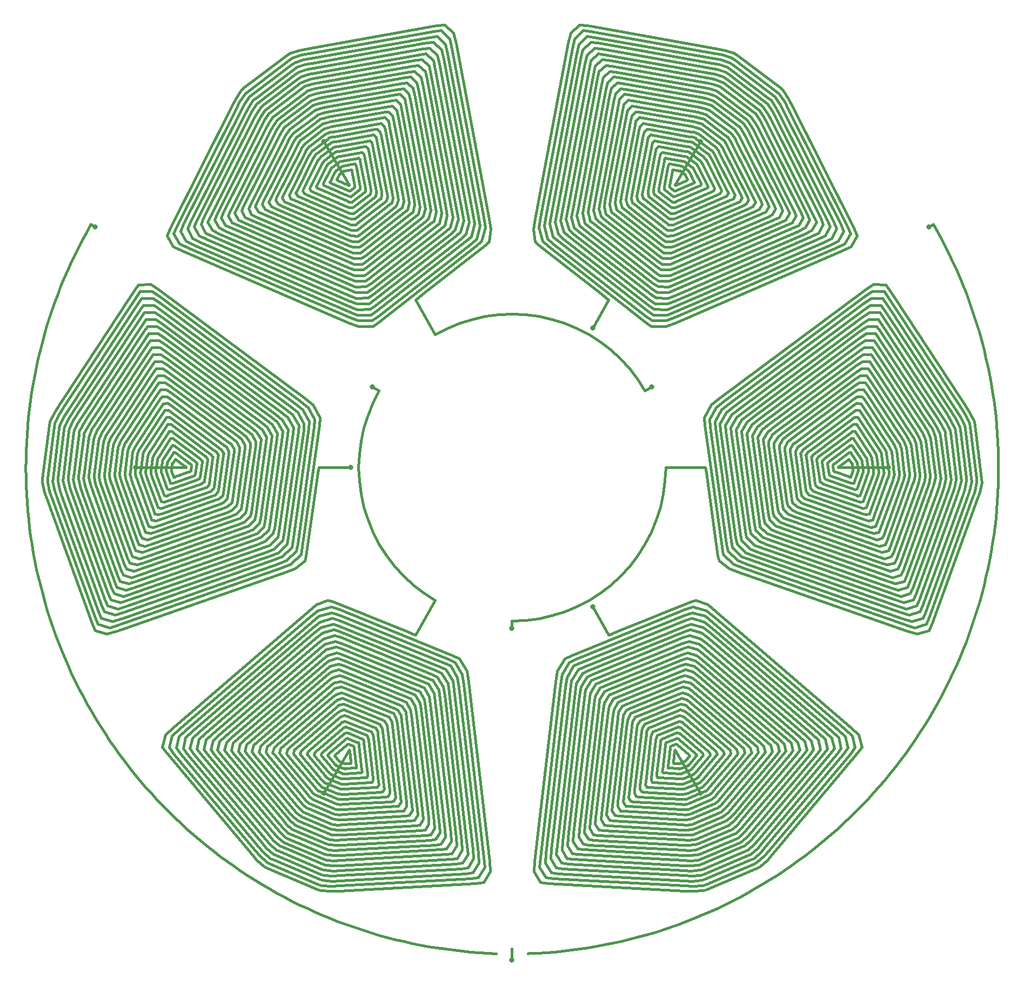
<source format=gbr>
%TF.GenerationSoftware,KiCad,Pcbnew,7.0.7*%
%TF.CreationDate,2023-10-11T13:50:28+05:30*%
%TF.ProjectId,Six-Wedge-Wide-65,5369782d-5765-4646-9765-2d576964652d,rev?*%
%TF.SameCoordinates,Original*%
%TF.FileFunction,Copper,L2,Bot*%
%TF.FilePolarity,Positive*%
%FSLAX46Y46*%
G04 Gerber Fmt 4.6, Leading zero omitted, Abs format (unit mm)*
G04 Created by KiCad (PCBNEW 7.0.7) date 2023-10-11 13:50:28*
%MOMM*%
%LPD*%
G01*
G04 APERTURE LIST*
%TA.AperFunction,ViaPad*%
%ADD10C,0.800000*%
%TD*%
%TA.AperFunction,Conductor*%
%ADD11C,0.400000*%
%TD*%
G04 APERTURE END LIST*
D10*
%TO.N,coils*%
X150000000Y-177200000D03*
X84701684Y-62299999D03*
X215298315Y-62300000D03*
X162625000Y-121867141D03*
X162625000Y-78132858D03*
X124750000Y-100000000D03*
X171867141Y-87374999D03*
X128132858Y-87375000D03*
X150000000Y-125250000D03*
X179499999Y-151095498D03*
X179500000Y-48904501D03*
X91000000Y-100000000D03*
X120499999Y-48904501D03*
X120500000Y-151095498D03*
X209000000Y-100000000D03*
%TD*%
D11*
%TO.N,coils*%
X84008864Y-61899999D02*
X84701684Y-62299999D01*
X83944191Y-62012236D02*
X84008864Y-61899999D01*
X83291274Y-63170855D02*
X83944191Y-62012236D01*
X82658677Y-64340692D02*
X83291274Y-63170855D01*
X82046592Y-65521391D02*
X82658677Y-64340692D01*
X81455207Y-66712593D02*
X82046592Y-65521391D01*
X80884702Y-67913934D02*
X81455207Y-66712593D01*
X80335249Y-69125049D02*
X80884702Y-67913934D01*
X79807017Y-70345569D02*
X80335249Y-69125049D01*
X79300167Y-71575122D02*
X79807017Y-70345569D01*
X78814852Y-72813334D02*
X79300167Y-71575122D01*
X78351221Y-74059826D02*
X78814852Y-72813334D01*
X77909415Y-75314221D02*
X78351221Y-74059826D01*
X77489569Y-76576135D02*
X77909415Y-75314221D01*
X77091810Y-77845184D02*
X77489569Y-76576135D01*
X76716259Y-79120982D02*
X77091810Y-77845184D01*
X76363031Y-80403139D02*
X76716259Y-79120982D01*
X76032234Y-81691266D02*
X76363031Y-80403139D01*
X75723969Y-82984970D02*
X76032234Y-81691266D01*
X75438328Y-84283857D02*
X75723969Y-82984970D01*
X75175400Y-85587531D02*
X75438328Y-84283857D01*
X74935263Y-86895596D02*
X75175400Y-85587531D01*
X74717993Y-88207652D02*
X74935263Y-86895596D01*
X74523654Y-89523300D02*
X74717993Y-88207652D01*
X74352306Y-90842140D02*
X74523654Y-89523300D01*
X74204000Y-92163769D02*
X74352306Y-90842140D01*
X74078783Y-93487785D02*
X74204000Y-92163769D01*
X73976693Y-94813785D02*
X74078783Y-93487785D01*
X73897760Y-96141364D02*
X73976693Y-94813785D01*
X73842008Y-97470119D02*
X73897760Y-96141364D01*
X73809454Y-98799645D02*
X73842008Y-97470119D01*
X73800110Y-100129536D02*
X73809454Y-98799645D01*
X73813976Y-101459387D02*
X73800110Y-100129536D01*
X73851049Y-102788795D02*
X73813976Y-101459387D01*
X73911318Y-104117352D02*
X73851049Y-102788795D01*
X73994765Y-105444656D02*
X73911318Y-104117352D01*
X74101363Y-106770301D02*
X73994765Y-105444656D01*
X74231081Y-108093884D02*
X74101363Y-106770301D01*
X74383879Y-109415001D02*
X74231081Y-108093884D01*
X74559710Y-110733250D02*
X74383879Y-109415001D01*
X74758521Y-112048230D02*
X74559710Y-110733250D01*
X74980251Y-113359540D02*
X74758521Y-112048230D01*
X75224833Y-114666780D02*
X74980251Y-113359540D01*
X75492192Y-115969553D02*
X75224833Y-114666780D01*
X75782247Y-117267461D02*
X75492192Y-115969553D01*
X76094910Y-118560110D02*
X75782247Y-117267461D01*
X76430084Y-119847105D02*
X76094910Y-118560110D01*
X76787669Y-121128054D02*
X76430084Y-119847105D01*
X77167555Y-122402567D02*
X76787669Y-121128054D01*
X77569627Y-123670257D02*
X77167555Y-122402567D01*
X77993761Y-124930736D02*
X77569627Y-123670257D01*
X78439829Y-126183621D02*
X77993761Y-124930736D01*
X78907695Y-127428530D02*
X78439829Y-126183621D01*
X79397217Y-128665085D02*
X78907695Y-127428530D01*
X79908245Y-129892907D02*
X79397217Y-128665085D01*
X80440623Y-131111624D02*
X79908245Y-129892907D01*
X80994190Y-132320864D02*
X80440623Y-131111624D01*
X81568777Y-133520259D02*
X80994190Y-132320864D01*
X82164209Y-134709443D02*
X81568777Y-133520259D01*
X82780304Y-135888055D02*
X82164209Y-134709443D01*
X83416875Y-137055734D02*
X82780304Y-135888055D01*
X84073727Y-138212126D02*
X83416875Y-137055734D01*
X84750662Y-139356878D02*
X84073727Y-138212126D01*
X85447472Y-140489642D02*
X84750662Y-139356878D01*
X86163945Y-141610072D02*
X85447472Y-140489642D01*
X86899863Y-142717828D02*
X86163945Y-141610072D01*
X87655003Y-143812571D02*
X86899863Y-142717828D01*
X88429133Y-144893968D02*
X87655003Y-143812571D01*
X89222018Y-145961690D02*
X88429133Y-144893968D01*
X90033417Y-147015412D02*
X89222018Y-145961690D01*
X90863083Y-148054813D02*
X90033417Y-147015412D01*
X91710762Y-149079575D02*
X90863083Y-148054813D01*
X92576196Y-150089388D02*
X91710762Y-149079575D01*
X93459122Y-151083942D02*
X92576196Y-150089388D01*
X94359271Y-152062936D02*
X93459122Y-151083942D01*
X95276369Y-153026071D02*
X94359271Y-152062936D01*
X96210137Y-153973054D02*
X95276369Y-153026071D01*
X97160289Y-154903597D02*
X96210137Y-153973054D01*
X98126536Y-155817415D02*
X97160289Y-154903597D01*
X99108585Y-156714230D02*
X98126536Y-155817415D01*
X100106136Y-157593770D02*
X99108585Y-156714230D01*
X101118885Y-158455766D02*
X100106136Y-157593770D01*
X102146524Y-159299956D02*
X101118885Y-158455766D01*
X103188739Y-160126083D02*
X102146524Y-159299956D01*
X104245213Y-160933894D02*
X103188739Y-160126083D01*
X105315625Y-161723145D02*
X104245213Y-160933894D01*
X106399648Y-162493594D02*
X105315625Y-161723145D01*
X107496952Y-163245007D02*
X106399648Y-162493594D01*
X108607203Y-163977155D02*
X107496952Y-163245007D01*
X109730063Y-164689815D02*
X108607203Y-163977155D01*
X110865189Y-165382770D02*
X109730063Y-164689815D01*
X112012236Y-166055808D02*
X110865189Y-165382770D01*
X113170855Y-166708725D02*
X112012236Y-166055808D01*
X114340692Y-167341322D02*
X113170855Y-166708725D01*
X115521391Y-167953407D02*
X114340692Y-167341322D01*
X116712593Y-168544792D02*
X115521391Y-167953407D01*
X117913934Y-169115297D02*
X116712593Y-168544792D01*
X119125049Y-169664750D02*
X117913934Y-169115297D01*
X120345569Y-170192982D02*
X119125049Y-169664750D01*
X121575122Y-170699832D02*
X120345569Y-170192982D01*
X122813334Y-171185147D02*
X121575122Y-170699832D01*
X124059826Y-171648778D02*
X122813334Y-171185147D01*
X125314221Y-172090584D02*
X124059826Y-171648778D01*
X126576135Y-172510430D02*
X125314221Y-172090584D01*
X127845184Y-172908189D02*
X126576135Y-172510430D01*
X129120982Y-173283740D02*
X127845184Y-172908189D01*
X130403139Y-173636968D02*
X129120982Y-173283740D01*
X131691266Y-173967765D02*
X130403139Y-173636968D01*
X132984970Y-174276030D02*
X131691266Y-173967765D01*
X134283857Y-174561671D02*
X132984970Y-174276030D01*
X135587531Y-174824599D02*
X134283857Y-174561671D01*
X136895596Y-175064736D02*
X135587531Y-174824599D01*
X138207652Y-175282006D02*
X136895596Y-175064736D01*
X139523300Y-175476345D02*
X138207652Y-175282006D01*
X140842140Y-175647693D02*
X139523300Y-175476345D01*
X142163769Y-175795999D02*
X140842140Y-175647693D01*
X143487785Y-175921216D02*
X142163769Y-175795999D01*
X144813785Y-176023306D02*
X143487785Y-175921216D01*
X146141364Y-176102239D02*
X144813785Y-176023306D01*
X147470119Y-176157991D02*
X146141364Y-176102239D01*
X150000000Y-177200000D02*
X150000000Y-175400000D01*
X152659341Y-176153581D02*
X152529880Y-176157991D01*
X153987999Y-176095570D02*
X152659341Y-176153581D01*
X155315443Y-176014380D02*
X153987999Y-176095570D01*
X156641267Y-175910035D02*
X155315443Y-176014380D01*
X157965068Y-175782568D02*
X156641267Y-175910035D01*
X159286443Y-175632016D02*
X157965068Y-175782568D01*
X160604990Y-175458426D02*
X159286443Y-175632016D01*
X161920306Y-175261851D02*
X160604990Y-175458426D01*
X163231991Y-175042350D02*
X161920306Y-175261851D01*
X164539645Y-174799991D02*
X163231991Y-175042350D01*
X165842870Y-174534847D02*
X164539645Y-174799991D01*
X167141270Y-174246998D02*
X165842870Y-174534847D01*
X168434448Y-173936534D02*
X167141270Y-174246998D01*
X169722011Y-173603547D02*
X168434448Y-173936534D01*
X171003566Y-173248141D02*
X169722011Y-173603547D01*
X172278723Y-172870422D02*
X171003566Y-173248141D01*
X173547094Y-172470506D02*
X172278723Y-172870422D01*
X174808293Y-172048515D02*
X173547094Y-172470506D01*
X176061934Y-171604577D02*
X174808293Y-172048515D01*
X177307637Y-171138828D02*
X176061934Y-171604577D01*
X178545022Y-170651409D02*
X177307637Y-171138828D01*
X179773711Y-170142469D02*
X178545022Y-170651409D01*
X180993332Y-169612163D02*
X179773711Y-170142469D01*
X182203511Y-169060653D02*
X180993332Y-169612163D01*
X183403881Y-168488106D02*
X182203511Y-169060653D01*
X184594076Y-167894697D02*
X183403881Y-168488106D01*
X185773733Y-167280606D02*
X184594076Y-167894697D01*
X186942493Y-166646021D02*
X185773733Y-167280606D01*
X188100000Y-165991135D02*
X186942493Y-166646021D01*
X189245901Y-165316148D02*
X188100000Y-165991135D01*
X190379847Y-164621264D02*
X189245901Y-165316148D01*
X191501494Y-163906697D02*
X190379847Y-164621264D01*
X192610499Y-163172663D02*
X191501494Y-163906697D01*
X193706524Y-162419385D02*
X192610499Y-163172663D01*
X194789236Y-161647094D02*
X193706524Y-162419385D01*
X195858304Y-160856025D02*
X194789236Y-161647094D01*
X196913404Y-160046419D02*
X195858304Y-160856025D01*
X197954213Y-159218522D02*
X196913404Y-160046419D01*
X198980415Y-158372586D02*
X197954213Y-159218522D01*
X199991698Y-157508870D02*
X198980415Y-158372586D01*
X200987752Y-156627635D02*
X199991698Y-157508870D01*
X201968275Y-155729152D02*
X200987752Y-156627635D01*
X202932967Y-154813692D02*
X201968275Y-155729152D01*
X203881536Y-153881536D02*
X202932967Y-154813692D01*
X204813692Y-152932967D02*
X203881536Y-153881536D01*
X205729152Y-151968275D02*
X204813692Y-152932967D01*
X206627635Y-150987752D02*
X205729152Y-151968275D01*
X207508870Y-149991698D02*
X206627635Y-150987752D01*
X208372586Y-148980415D02*
X207508870Y-149991698D01*
X209218522Y-147954213D02*
X208372586Y-148980415D01*
X210046419Y-146913404D02*
X209218522Y-147954213D01*
X210856025Y-145858304D02*
X210046419Y-146913404D01*
X211647094Y-144789236D02*
X210856025Y-145858304D01*
X212419385Y-143706524D02*
X211647094Y-144789236D01*
X213172663Y-142610499D02*
X212419385Y-143706524D01*
X213906697Y-141501494D02*
X213172663Y-142610499D01*
X214621264Y-140379847D02*
X213906697Y-141501494D01*
X215316148Y-139245901D02*
X214621264Y-140379847D01*
X215991135Y-138100000D02*
X215316148Y-139245901D01*
X216646021Y-136942493D02*
X215991135Y-138100000D01*
X217280606Y-135773733D02*
X216646021Y-136942493D01*
X217894697Y-134594076D02*
X217280606Y-135773733D01*
X218488106Y-133403881D02*
X217894697Y-134594076D01*
X219060653Y-132203511D02*
X218488106Y-133403881D01*
X219612163Y-130993332D02*
X219060653Y-132203511D01*
X220142469Y-129773711D02*
X219612163Y-130993332D01*
X220651409Y-128545022D02*
X220142469Y-129773711D01*
X221138828Y-127307637D02*
X220651409Y-128545022D01*
X221604577Y-126061934D02*
X221138828Y-127307637D01*
X222048515Y-124808293D02*
X221604577Y-126061934D01*
X222470506Y-123547094D02*
X222048515Y-124808293D01*
X222870422Y-122278723D02*
X222470506Y-123547094D01*
X223248141Y-121003566D02*
X222870422Y-122278723D01*
X223603547Y-119722011D02*
X223248141Y-121003566D01*
X223936534Y-118434448D02*
X223603547Y-119722011D01*
X224246998Y-117141270D02*
X223936534Y-118434448D01*
X224534847Y-115842870D02*
X224246998Y-117141270D01*
X224799991Y-114539645D02*
X224534847Y-115842870D01*
X225042350Y-113231991D02*
X224799991Y-114539645D01*
X225261851Y-111920306D02*
X225042350Y-113231991D01*
X225458426Y-110604990D02*
X225261851Y-111920306D01*
X225632016Y-109286443D02*
X225458426Y-110604990D01*
X225782568Y-107965068D02*
X225632016Y-109286443D01*
X225910035Y-106641267D02*
X225782568Y-107965068D01*
X226014380Y-105315443D02*
X225910035Y-106641267D01*
X226095570Y-103987999D02*
X226014380Y-105315443D01*
X226153581Y-102659341D02*
X226095570Y-103987999D01*
X226188394Y-101329873D02*
X226153581Y-102659341D01*
X226200000Y-100000000D02*
X226188394Y-101329873D01*
X226188394Y-98670126D02*
X226200000Y-100000000D01*
X226153581Y-97340658D02*
X226188394Y-98670126D01*
X226095570Y-96012000D02*
X226153581Y-97340658D01*
X226014380Y-94684556D02*
X226095570Y-96012000D01*
X225910035Y-93358732D02*
X226014380Y-94684556D01*
X225782568Y-92034931D02*
X225910035Y-93358732D01*
X225632016Y-90713556D02*
X225782568Y-92034931D01*
X225458426Y-89395009D02*
X225632016Y-90713556D01*
X225261851Y-88079693D02*
X225458426Y-89395009D01*
X225042350Y-86768008D02*
X225261851Y-88079693D01*
X224799991Y-85460354D02*
X225042350Y-86768008D01*
X224534847Y-84157129D02*
X224799991Y-85460354D01*
X224246998Y-82858729D02*
X224534847Y-84157129D01*
X223936534Y-81565551D02*
X224246998Y-82858729D01*
X223603547Y-80277988D02*
X223936534Y-81565551D01*
X223248141Y-78996433D02*
X223603547Y-80277988D01*
X222870422Y-77721276D02*
X223248141Y-78996433D01*
X222470506Y-76452905D02*
X222870422Y-77721276D01*
X222048515Y-75191706D02*
X222470506Y-76452905D01*
X221604577Y-73938065D02*
X222048515Y-75191706D01*
X221138828Y-72692362D02*
X221604577Y-73938065D01*
X220651409Y-71454977D02*
X221138828Y-72692362D01*
X220142469Y-70226288D02*
X220651409Y-71454977D01*
X219612163Y-69006667D02*
X220142469Y-70226288D01*
X219060653Y-67796488D02*
X219612163Y-69006667D01*
X218488106Y-66596118D02*
X219060653Y-67796488D01*
X217894697Y-65405923D02*
X218488106Y-66596118D01*
X217280606Y-64226266D02*
X217894697Y-65405923D01*
X216646021Y-63057506D02*
X217280606Y-64226266D01*
X215991135Y-61900000D02*
X216646021Y-63057506D01*
X215298315Y-62300000D02*
X215991135Y-61900000D01*
X170827910Y-87975000D02*
X171867141Y-87374999D01*
X169700606Y-86205486D02*
X170827910Y-87975000D01*
X168423368Y-84540957D02*
X169700606Y-86205486D01*
X167005918Y-82994081D02*
X168423368Y-84540957D01*
X165459042Y-81576631D02*
X167005918Y-82994081D01*
X163794513Y-80299393D02*
X165459042Y-81576631D01*
X162025000Y-79172089D02*
X163794513Y-80299393D01*
X160163969Y-78203297D02*
X162025000Y-79172089D01*
X158225584Y-77400392D02*
X160163969Y-78203297D01*
X156224598Y-76769483D02*
X158225584Y-77400392D01*
X154176238Y-76315373D02*
X156224598Y-76769483D01*
X152096095Y-76041517D02*
X154176238Y-76315373D01*
X150000000Y-75950000D02*
X152096095Y-76041517D01*
X147903904Y-76041517D02*
X150000000Y-75950000D01*
X145823761Y-76315373D02*
X147903904Y-76041517D01*
X143775401Y-76769483D02*
X145823761Y-76315373D01*
X141774415Y-77400392D02*
X143775401Y-76769483D01*
X139836030Y-78203297D02*
X141774415Y-77400392D01*
X137975000Y-79172089D02*
X139836030Y-78203297D01*
X129172089Y-87975000D02*
X128132858Y-87375000D01*
X128203297Y-89836030D02*
X129172089Y-87975000D01*
X127400392Y-91774415D02*
X128203297Y-89836030D01*
X126769483Y-93775401D02*
X127400392Y-91774415D01*
X126315373Y-95823761D02*
X126769483Y-93775401D01*
X126041517Y-97903904D02*
X126315373Y-95823761D01*
X125950000Y-100000000D02*
X126041517Y-97903904D01*
X126041517Y-102096095D02*
X125950000Y-100000000D01*
X126315373Y-104176238D02*
X126041517Y-102096095D01*
X126769483Y-106224598D02*
X126315373Y-104176238D01*
X127400392Y-108225584D02*
X126769483Y-106224598D01*
X128203297Y-110163969D02*
X127400392Y-108225584D01*
X129172089Y-112025000D02*
X128203297Y-110163969D01*
X130299393Y-113794513D02*
X129172089Y-112025000D01*
X131576631Y-115459042D02*
X130299393Y-113794513D01*
X132994081Y-117005918D02*
X131576631Y-115459042D01*
X134540957Y-118423368D02*
X132994081Y-117005918D01*
X136205486Y-119700606D02*
X134540957Y-118423368D01*
X137975000Y-120827910D02*
X136205486Y-119700606D01*
X150000000Y-124050000D02*
X150000000Y-125250000D01*
X152096095Y-123958482D02*
X150000000Y-124050000D01*
X154176238Y-123684626D02*
X152096095Y-123958482D01*
X156224598Y-123230516D02*
X154176238Y-123684626D01*
X158225584Y-122599607D02*
X156224598Y-123230516D01*
X160163969Y-121796702D02*
X158225584Y-122599607D01*
X162025000Y-120827910D02*
X160163969Y-121796702D01*
X163794513Y-119700606D02*
X162025000Y-120827910D01*
X165459042Y-118423368D02*
X163794513Y-119700606D01*
X167005918Y-117005918D02*
X165459042Y-118423368D01*
X168423368Y-115459042D02*
X167005918Y-117005918D01*
X169700606Y-113794513D02*
X168423368Y-115459042D01*
X170827910Y-112025000D02*
X169700606Y-113794513D01*
X171796702Y-110163969D02*
X170827910Y-112025000D01*
X172599607Y-108225584D02*
X171796702Y-110163969D01*
X173230516Y-106224598D02*
X172599607Y-108225584D01*
X173684626Y-104176238D02*
X173230516Y-106224598D01*
X173958482Y-102096095D02*
X173684626Y-104176238D01*
X174050000Y-100000000D02*
X173958482Y-102096095D01*
X165149999Y-126240569D02*
X162625000Y-121867141D01*
X165185840Y-126226121D02*
X165149999Y-126240569D01*
X165830960Y-125966053D02*
X165185840Y-126226121D01*
X166511920Y-125691536D02*
X165830960Y-125966053D01*
X178124088Y-121010309D02*
X166511920Y-125691536D01*
X178870417Y-120792050D02*
X178124088Y-121010309D01*
X180692165Y-121544622D02*
X178870417Y-120792050D01*
X181970002Y-122599071D02*
X180692165Y-121544622D01*
X203149303Y-140826586D02*
X181970002Y-122599071D01*
X204350322Y-141944185D02*
X203149303Y-140826586D01*
X204789365Y-143833464D02*
X204350322Y-141944185D01*
X204076170Y-144815062D02*
X204789365Y-143833464D01*
X190799630Y-160594560D02*
X204076170Y-144815062D01*
X189996949Y-161530024D02*
X190799630Y-160594560D01*
X188825243Y-162588887D02*
X189996949Y-161530024D01*
X188326027Y-162829937D02*
X188825243Y-162588887D01*
X180511853Y-166109970D02*
X188326027Y-162829937D01*
X179987546Y-166298616D02*
X180511853Y-166109970D01*
X178364189Y-166414213D02*
X179987546Y-166298616D01*
X177084767Y-166354007D02*
X178364189Y-166414213D01*
X155678520Y-165154716D02*
X177084767Y-166354007D01*
X154433376Y-164997568D02*
X155678520Y-165154716D01*
X153427034Y-163368203D02*
X154433376Y-164997568D01*
X153554019Y-161714945D02*
X153427034Y-163368203D01*
X156846097Y-133585665D02*
X153554019Y-161714945D01*
X157094411Y-131913832D02*
X156846097Y-133585665D01*
X158271986Y-129950107D02*
X157094411Y-131913832D01*
X159332088Y-129440024D02*
X158271986Y-129950107D01*
X177236356Y-122222255D02*
X159332088Y-129440024D01*
X178349261Y-121853179D02*
X177236356Y-122222255D01*
X180477293Y-122427586D02*
X178349261Y-121853179D01*
X181728868Y-123434891D02*
X180477293Y-122427586D01*
X202129179Y-140991984D02*
X181728868Y-123434891D01*
X203286080Y-142068410D02*
X202129179Y-140991984D01*
X203709997Y-143886983D02*
X203286080Y-142068410D01*
X203024114Y-144831195D02*
X203709997Y-143886983D01*
X190254305Y-160008429D02*
X203024114Y-144831195D01*
X189482214Y-160908209D02*
X190254305Y-160008429D01*
X188354392Y-161927009D02*
X189482214Y-160908209D01*
X187873346Y-162159230D02*
X188354392Y-161927009D01*
X180342350Y-165320398D02*
X187873346Y-162159230D01*
X179837198Y-165502216D02*
X180342350Y-165320398D01*
X178275466Y-165613780D02*
X179837198Y-165502216D01*
X177045361Y-165555922D02*
X178275466Y-165613780D01*
X156465188Y-164402912D02*
X177045361Y-165555922D01*
X155268105Y-164251743D02*
X156465188Y-164402912D01*
X154300777Y-162683713D02*
X155268105Y-164251743D01*
X154423053Y-161092627D02*
X154300777Y-162683713D01*
X157591337Y-134021104D02*
X154423053Y-161092627D01*
X157830191Y-132412186D02*
X157591337Y-134021104D01*
X158961266Y-130523198D02*
X157830191Y-132412186D01*
X159979163Y-130033240D02*
X158961266Y-130523198D01*
X177170232Y-123102984D02*
X159979163Y-130033240D01*
X178238910Y-122748699D02*
X177170232Y-123102984D01*
X180284043Y-123301834D02*
X178238910Y-122748699D01*
X181487734Y-124270712D02*
X180284043Y-123301834D01*
X201109054Y-141157382D02*
X181487734Y-124270712D01*
X202221838Y-142192634D02*
X201109054Y-141157382D01*
X202630629Y-143940503D02*
X202221838Y-142192634D01*
X201972058Y-144847328D02*
X202630629Y-143940503D01*
X189708980Y-159422299D02*
X201972058Y-144847328D01*
X188967479Y-160286394D02*
X189708980Y-159422299D01*
X187883541Y-161265131D02*
X188967479Y-160286394D01*
X187420665Y-161488522D02*
X187883541Y-161265131D01*
X180172846Y-164530825D02*
X187420665Y-161488522D01*
X179686850Y-164705816D02*
X180172846Y-164530825D01*
X178186744Y-164813348D02*
X179686850Y-164705816D01*
X177005954Y-164757837D02*
X178186744Y-164813348D01*
X157251855Y-163651108D02*
X177005954Y-164757837D01*
X156102833Y-163505918D02*
X157251855Y-163651108D01*
X155174521Y-161999223D02*
X156102833Y-163505918D01*
X155292087Y-160470309D02*
X155174521Y-161999223D01*
X158336578Y-134456542D02*
X155292087Y-160470309D01*
X158565971Y-132910541D02*
X158336578Y-134456542D01*
X159650546Y-131096290D02*
X158565971Y-132910541D01*
X160626238Y-130626457D02*
X159650546Y-131096290D01*
X177104108Y-123983713D02*
X160626238Y-130626457D01*
X178128559Y-123644220D02*
X177104108Y-123983713D01*
X180090792Y-124176081D02*
X178128559Y-123644220D01*
X181246601Y-125106532D02*
X180090792Y-124176081D01*
X200088929Y-141322780D02*
X181246601Y-125106532D01*
X201157596Y-142316859D02*
X200088929Y-141322780D01*
X201551261Y-143994023D02*
X201157596Y-142316859D01*
X200920001Y-144863460D02*
X201551261Y-143994023D01*
X189163656Y-158836168D02*
X200920001Y-144863460D01*
X188452744Y-159664579D02*
X189163656Y-158836168D01*
X187412690Y-160603253D02*
X188452744Y-159664579D01*
X186967984Y-160817815D02*
X187412690Y-160603253D01*
X180003342Y-163741253D02*
X186967984Y-160817815D01*
X179536502Y-163909416D02*
X180003342Y-163741253D01*
X178098021Y-164012916D02*
X179536502Y-163909416D01*
X176966548Y-163959752D02*
X178098021Y-164012916D01*
X158038523Y-162899304D02*
X176966548Y-163959752D01*
X156937561Y-162760092D02*
X158038523Y-162899304D01*
X156048265Y-161314733D02*
X156937561Y-162760092D01*
X156161120Y-159847991D02*
X156048265Y-161314733D01*
X159081818Y-134891980D02*
X156161120Y-159847991D01*
X159301750Y-133408895D02*
X159081818Y-134891980D01*
X160339826Y-131669382D02*
X159301750Y-133408895D01*
X161273313Y-131219674D02*
X160339826Y-131669382D01*
X177037985Y-124864443D02*
X161273313Y-131219674D01*
X178018207Y-124539740D02*
X177037985Y-124864443D01*
X179897541Y-125050329D02*
X178018207Y-124539740D01*
X181005467Y-125942352D02*
X179897541Y-125050329D01*
X199068805Y-141488178D02*
X181005467Y-125942352D01*
X200093354Y-142441083D02*
X199068805Y-141488178D01*
X200471894Y-144047543D02*
X200093354Y-142441083D01*
X199867945Y-144879593D02*
X200471894Y-144047543D01*
X188618331Y-158250038D02*
X199867945Y-144879593D01*
X187938010Y-159042763D02*
X188618331Y-158250038D01*
X186941838Y-159941375D02*
X187938010Y-159042763D01*
X186515303Y-160147108D02*
X186941838Y-159941375D01*
X179833839Y-162951681D02*
X186515303Y-160147108D01*
X179386154Y-163113017D02*
X179833839Y-162951681D01*
X178009298Y-163212484D02*
X179386154Y-163113017D01*
X176927142Y-163161667D02*
X178009298Y-163212484D01*
X158825191Y-162147500D02*
X176927142Y-163161667D01*
X157772289Y-162014267D02*
X158825191Y-162147500D01*
X156922009Y-160630244D02*
X157772289Y-162014267D01*
X157030154Y-159225673D02*
X156922009Y-160630244D01*
X159827059Y-135327418D02*
X157030154Y-159225673D01*
X160037530Y-133907250D02*
X159827059Y-135327418D01*
X161029107Y-132242474D02*
X160037530Y-133907250D01*
X161920387Y-131812891D02*
X161029107Y-132242474D01*
X176971861Y-125745172D02*
X161920387Y-131812891D01*
X177907856Y-125435261D02*
X176971861Y-125745172D01*
X179704290Y-125924577D02*
X177907856Y-125435261D01*
X180764334Y-126778172D02*
X179704290Y-125924577D01*
X198048680Y-141653576D02*
X180764334Y-126778172D01*
X199029111Y-142565308D02*
X198048680Y-141653576D01*
X199392526Y-144101062D02*
X199029111Y-142565308D01*
X198815889Y-144895725D02*
X199392526Y-144101062D01*
X188073006Y-157663907D02*
X198815889Y-144895725D01*
X187423275Y-158420948D02*
X188073006Y-157663907D01*
X186470987Y-159279498D02*
X187423275Y-158420948D01*
X186062622Y-159476401D02*
X186470987Y-159279498D01*
X179664335Y-162162109D02*
X186062622Y-159476401D01*
X179235806Y-162316617D02*
X179664335Y-162162109D01*
X177920575Y-162412051D02*
X179235806Y-162316617D01*
X176887736Y-162363582D02*
X177920575Y-162412051D01*
X159611858Y-161395696D02*
X176887736Y-162363582D01*
X158607017Y-161268442D02*
X159611858Y-161395696D01*
X157795752Y-159945754D02*
X158607017Y-161268442D01*
X157899188Y-158603354D02*
X157795752Y-159945754D01*
X160572300Y-135762857D02*
X157899188Y-158603354D01*
X160773310Y-134405605D02*
X160572300Y-135762857D01*
X161718387Y-132815566D02*
X160773310Y-134405605D01*
X162567462Y-132406107D02*
X161718387Y-132815566D01*
X176905737Y-126625901D02*
X162567462Y-132406107D01*
X177797504Y-126330781D02*
X176905737Y-126625901D01*
X179511039Y-126798824D02*
X177797504Y-126330781D01*
X180523200Y-127613992D02*
X179511039Y-126798824D01*
X197028555Y-141818975D02*
X180523200Y-127613992D01*
X197964869Y-142689532D02*
X197028555Y-141818975D01*
X198313158Y-144154582D02*
X197964869Y-142689532D01*
X197763833Y-144911858D02*
X198313158Y-144154582D01*
X187527682Y-157077777D02*
X197763833Y-144911858D01*
X186908540Y-157799133D02*
X187527682Y-157077777D01*
X186000136Y-158617620D02*
X186908540Y-157799133D01*
X185609941Y-158805693D02*
X186000136Y-158617620D01*
X179494832Y-161372537D02*
X185609941Y-158805693D01*
X179085459Y-161520217D02*
X179494832Y-161372537D01*
X177831852Y-161611619D02*
X179085459Y-161520217D01*
X176848329Y-161565497D02*
X177831852Y-161611619D01*
X160398526Y-160643892D02*
X176848329Y-161565497D01*
X159441745Y-160522616D02*
X160398526Y-160643892D01*
X158669496Y-159261264D02*
X159441745Y-160522616D01*
X158768222Y-157981036D02*
X158669496Y-159261264D01*
X161317540Y-136198295D02*
X158768222Y-157981036D01*
X161509090Y-134903959D02*
X161317540Y-136198295D01*
X162407667Y-133388657D02*
X161509090Y-134903959D01*
X163214537Y-132999324D02*
X162407667Y-133388657D01*
X176839613Y-127506631D02*
X163214537Y-132999324D01*
X177687153Y-127226302D02*
X176839613Y-127506631D01*
X179317789Y-127673072D02*
X177687153Y-127226302D01*
X180282066Y-128449813D02*
X179317789Y-127673072D01*
X196008431Y-141984373D02*
X180282066Y-128449813D01*
X196900627Y-142813756D02*
X196008431Y-141984373D01*
X197233790Y-144208102D02*
X196900627Y-142813756D01*
X196711776Y-144927991D02*
X197233790Y-144208102D01*
X186982357Y-156491646D02*
X196711776Y-144927991D01*
X186393805Y-157177318D02*
X186982357Y-156491646D01*
X185529285Y-157955742D02*
X186393805Y-157177318D01*
X185157260Y-158134986D02*
X185529285Y-157955742D01*
X179325328Y-160582965D02*
X185157260Y-158134986D01*
X178935111Y-160723817D02*
X179325328Y-160582965D01*
X177743129Y-160811187D02*
X178935111Y-160723817D01*
X176808923Y-160767412D02*
X177743129Y-160811187D01*
X161185193Y-159892088D02*
X176808923Y-160767412D01*
X160276473Y-159776791D02*
X161185193Y-159892088D01*
X159543240Y-158576774D02*
X160276473Y-159776791D01*
X159637256Y-157358718D02*
X159543240Y-158576774D01*
X162062781Y-136633733D02*
X159637256Y-157358718D01*
X162244870Y-135402314D02*
X162062781Y-136633733D01*
X163096948Y-133961749D02*
X162244870Y-135402314D01*
X163861612Y-133592541D02*
X163096948Y-133961749D01*
X176773490Y-128387360D02*
X163861612Y-133592541D01*
X177576802Y-128121822D02*
X176773490Y-128387360D01*
X179124538Y-128547320D02*
X177576802Y-128121822D01*
X180040933Y-129285633D02*
X179124538Y-128547320D01*
X194988306Y-142149771D02*
X180040933Y-129285633D01*
X195836385Y-142937981D02*
X194988306Y-142149771D01*
X196154423Y-144261621D02*
X195836385Y-142937981D01*
X195659720Y-144944123D02*
X196154423Y-144261621D01*
X186437032Y-155905516D02*
X195659720Y-144944123D01*
X185879070Y-156555502D02*
X186437032Y-155905516D01*
X185058434Y-157293864D02*
X185879070Y-156555502D01*
X184704579Y-157464279D02*
X185058434Y-157293864D01*
X179155824Y-159793392D02*
X184704579Y-157464279D01*
X178784763Y-159927417D02*
X179155824Y-159793392D01*
X177654407Y-160010755D02*
X178784763Y-159927417D01*
X176769517Y-159969327D02*
X177654407Y-160010755D01*
X161971861Y-159140283D02*
X176769517Y-159969327D01*
X161111201Y-159030965D02*
X161971861Y-159140283D01*
X160416983Y-157892284D02*
X161111201Y-159030965D01*
X160506290Y-156736400D02*
X160416983Y-157892284D01*
X162808021Y-137069172D02*
X160506290Y-156736400D01*
X162980649Y-135900668D02*
X162808021Y-137069172D01*
X163786228Y-134534841D02*
X162980649Y-135900668D01*
X164508687Y-134185758D02*
X163786228Y-134534841D01*
X176707366Y-129268089D02*
X164508687Y-134185758D01*
X177466450Y-129017343D02*
X176707366Y-129268089D01*
X178931287Y-129421567D02*
X177466450Y-129017343D01*
X179799799Y-130121453D02*
X178931287Y-129421567D01*
X193968181Y-142315169D02*
X179799799Y-130121453D01*
X194772142Y-143062205D02*
X193968181Y-142315169D01*
X195075055Y-144315141D02*
X194772142Y-143062205D01*
X194607664Y-144960256D02*
X195075055Y-144315141D01*
X185891708Y-155319385D02*
X194607664Y-144960256D01*
X185364335Y-155933687D02*
X185891708Y-155319385D01*
X184587583Y-156631986D02*
X185364335Y-155933687D01*
X184251898Y-156793572D02*
X184587583Y-156631986D01*
X178986321Y-159003820D02*
X184251898Y-156793572D01*
X178634415Y-159131018D02*
X178986321Y-159003820D01*
X177565684Y-159210322D02*
X178634415Y-159131018D01*
X176730111Y-159171241D02*
X177565684Y-159210322D01*
X162758529Y-158388479D02*
X176730111Y-159171241D01*
X161945930Y-158285140D02*
X162758529Y-158388479D01*
X161290727Y-157207794D02*
X161945930Y-158285140D01*
X161375324Y-156114082D02*
X161290727Y-157207794D01*
X163553262Y-137504610D02*
X161375324Y-156114082D01*
X163716429Y-136399023D02*
X163553262Y-137504610D01*
X164475508Y-135107933D02*
X163716429Y-136399023D01*
X165155761Y-134778974D02*
X164475508Y-135107933D01*
X176641242Y-130148819D02*
X165155761Y-134778974D01*
X177356099Y-129912863D02*
X176641242Y-130148819D01*
X178738036Y-130295815D02*
X177356099Y-129912863D01*
X179558666Y-130957273D02*
X178738036Y-130295815D01*
X192948057Y-142480567D02*
X179558666Y-130957273D01*
X193707900Y-143186430D02*
X192948057Y-142480567D01*
X193995687Y-144368661D02*
X193707900Y-143186430D01*
X193555607Y-144976389D02*
X193995687Y-144368661D01*
X185346383Y-154733255D02*
X193555607Y-144976389D01*
X184849600Y-155311872D02*
X185346383Y-154733255D01*
X184116732Y-155970108D02*
X184849600Y-155311872D01*
X183799217Y-156122865D02*
X184116732Y-155970108D01*
X178816817Y-158214248D02*
X183799217Y-156122865D01*
X178484067Y-158334618D02*
X178816817Y-158214248D01*
X177476961Y-158409890D02*
X178484067Y-158334618D01*
X176690705Y-158373156D02*
X177476961Y-158409890D01*
X163545196Y-157636675D02*
X176690705Y-158373156D01*
X162780658Y-157539315D02*
X163545196Y-157636675D01*
X162164471Y-156523304D02*
X162780658Y-157539315D01*
X162244357Y-155491763D02*
X162164471Y-156523304D01*
X164298502Y-137940048D02*
X162244357Y-155491763D01*
X164452209Y-136897378D02*
X164298502Y-137940048D01*
X165164788Y-135681024D02*
X164452209Y-136897378D01*
X165802836Y-135372191D02*
X165164788Y-135681024D01*
X176575119Y-131029548D02*
X165802836Y-135372191D01*
X177245748Y-130808383D02*
X176575119Y-131029548D01*
X178544786Y-131170063D02*
X177245748Y-130808383D01*
X179317532Y-131793093D02*
X178544786Y-131170063D01*
X191927932Y-142645965D02*
X179317532Y-131793093D01*
X192643658Y-143310654D02*
X191927932Y-142645965D01*
X192916319Y-144422181D02*
X192643658Y-143310654D01*
X192503551Y-144992521D02*
X192916319Y-144422181D01*
X184801058Y-154147124D02*
X192503551Y-144992521D01*
X184334865Y-154690056D02*
X184801058Y-154147124D01*
X183645881Y-155308230D02*
X184334865Y-154690056D01*
X183346536Y-155452157D02*
X183645881Y-155308230D01*
X178647314Y-157424676D02*
X183346536Y-155452157D01*
X178333719Y-157538218D02*
X178647314Y-157424676D01*
X177388238Y-157609458D02*
X178333719Y-157538218D01*
X176651298Y-157575071D02*
X177388238Y-157609458D01*
X164331864Y-156884871D02*
X176651298Y-157575071D01*
X163615386Y-156793489D02*
X164331864Y-156884871D01*
X163038215Y-155838814D02*
X163615386Y-156793489D01*
X163113391Y-154869445D02*
X163038215Y-155838814D01*
X165043743Y-138375486D02*
X163113391Y-154869445D01*
X165187989Y-137395732D02*
X165043743Y-138375486D01*
X165854069Y-136254116D02*
X165187989Y-137395732D01*
X166449911Y-135965408D02*
X165854069Y-136254116D01*
X176508995Y-131910277D02*
X166449911Y-135965408D01*
X177135396Y-131703904D02*
X176508995Y-131910277D01*
X178351535Y-132044310D02*
X177135396Y-131703904D01*
X179076398Y-132628914D02*
X178351535Y-132044310D01*
X190907808Y-142811364D02*
X179076398Y-132628914D01*
X191579416Y-143434879D02*
X190907808Y-142811364D01*
X191836952Y-144475700D02*
X191579416Y-143434879D01*
X191451495Y-145008654D02*
X191836952Y-144475700D01*
X184255734Y-153560994D02*
X191451495Y-145008654D01*
X183820130Y-154068241D02*
X184255734Y-153560994D01*
X183175030Y-154646352D02*
X183820130Y-154068241D01*
X182893855Y-154781450D02*
X183175030Y-154646352D01*
X178477810Y-156635104D02*
X182893855Y-154781450D01*
X178183371Y-156741818D02*
X178477810Y-156635104D01*
X177299515Y-156809026D02*
X178183371Y-156741818D01*
X176611892Y-156776986D02*
X177299515Y-156809026D01*
X165118532Y-156133067D02*
X176611892Y-156776986D01*
X164450114Y-156047664D02*
X165118532Y-156133067D01*
X163911958Y-155154324D02*
X164450114Y-156047664D01*
X163982425Y-154247127D02*
X163911958Y-155154324D01*
X165788983Y-138810925D02*
X163982425Y-154247127D01*
X165923769Y-137894087D02*
X165788983Y-138810925D01*
X166543349Y-136827208D02*
X165923769Y-137894087D01*
X167096986Y-136558625D02*
X166543349Y-136827208D01*
X176442871Y-132791007D02*
X167096986Y-136558625D01*
X177025045Y-132599424D02*
X176442871Y-132791007D01*
X178158284Y-132918558D02*
X177025045Y-132599424D01*
X178835265Y-133464734D02*
X178158284Y-132918558D01*
X189887683Y-142976762D02*
X178835265Y-133464734D01*
X190515173Y-143559103D02*
X189887683Y-142976762D01*
X190757584Y-144529220D02*
X190515173Y-143559103D01*
X190399438Y-145024786D02*
X190757584Y-144529220D01*
X183710409Y-152974863D02*
X190399438Y-145024786D01*
X183305395Y-153446426D02*
X183710409Y-152974863D01*
X182704179Y-153984474D02*
X183305395Y-153446426D01*
X182441174Y-154110743D02*
X182704179Y-153984474D01*
X178308307Y-155845532D02*
X182441174Y-154110743D01*
X178033023Y-155945418D02*
X178308307Y-155845532D01*
X177210793Y-156008593D02*
X178033023Y-155945418D01*
X176572486Y-155978901D02*
X177210793Y-156008593D01*
X165905199Y-155381263D02*
X176572486Y-155978901D01*
X165284842Y-155301839D02*
X165905199Y-155381263D01*
X164785702Y-154469834D02*
X165284842Y-155301839D01*
X164851459Y-153624809D02*
X164785702Y-154469834D01*
X166534224Y-139246363D02*
X164851459Y-153624809D01*
X166659549Y-138392441D02*
X166534224Y-139246363D01*
X167232629Y-137400300D02*
X166659549Y-138392441D01*
X167744061Y-137151841D02*
X167232629Y-137400300D01*
X176376748Y-133671736D02*
X167744061Y-137151841D01*
X176914693Y-133494945D02*
X176376748Y-133671736D01*
X177965033Y-133792806D02*
X176914693Y-133494945D01*
X178594131Y-134300554D02*
X177965033Y-133792806D01*
X188867558Y-143142160D02*
X178594131Y-134300554D01*
X189450931Y-143683328D02*
X188867558Y-143142160D01*
X189678216Y-144582740D02*
X189450931Y-143683328D01*
X189347382Y-145040919D02*
X189678216Y-144582740D01*
X183165084Y-152388733D02*
X189347382Y-145040919D01*
X182790660Y-152824611D02*
X183165084Y-152388733D01*
X182233328Y-153322596D02*
X182790660Y-152824611D01*
X181988493Y-153440036D02*
X182233328Y-153322596D01*
X178138803Y-155055959D02*
X181988493Y-153440036D01*
X177882675Y-155149019D02*
X178138803Y-155055959D01*
X177122070Y-155208161D02*
X177882675Y-155149019D01*
X176533080Y-155180816D02*
X177122070Y-155208161D01*
X166691867Y-154629459D02*
X176533080Y-155180816D01*
X166119570Y-154556013D02*
X166691867Y-154629459D01*
X165659446Y-153785344D02*
X166119570Y-154556013D01*
X165720493Y-153002491D02*
X165659446Y-153785344D01*
X167279464Y-139681801D02*
X165720493Y-153002491D01*
X167395328Y-138890796D02*
X167279464Y-139681801D01*
X167921909Y-137973391D02*
X167395328Y-138890796D01*
X168391136Y-137745058D02*
X167921909Y-137973391D01*
X176310624Y-134552465D02*
X168391136Y-137745058D01*
X176804342Y-134390465D02*
X176310624Y-134552465D01*
X177771782Y-134667053D02*
X176804342Y-134390465D01*
X178352998Y-135136374D02*
X177771782Y-134667053D01*
X187847434Y-143307558D02*
X178352998Y-135136374D01*
X188386689Y-143807552D02*
X187847434Y-143307558D01*
X188598848Y-144636259D02*
X188386689Y-143807552D01*
X188295326Y-145057052D02*
X188598848Y-144636259D01*
X182619760Y-151802602D02*
X188295326Y-145057052D01*
X182275925Y-152202795D02*
X182619760Y-151802602D01*
X181762477Y-152660718D02*
X182275925Y-152202795D01*
X181535812Y-152769328D02*
X181762477Y-152660718D01*
X177969299Y-154266387D02*
X181535812Y-152769328D01*
X177732328Y-154352619D02*
X177969299Y-154266387D01*
X177033347Y-154407729D02*
X177732328Y-154352619D01*
X176493674Y-154382731D02*
X177033347Y-154407729D01*
X167478534Y-153877655D02*
X176493674Y-154382731D01*
X166954298Y-153810188D02*
X167478534Y-153877655D01*
X166533189Y-153100854D02*
X166954298Y-153810188D01*
X166589527Y-152380172D02*
X166533189Y-153100854D01*
X168024705Y-140117240D02*
X166589527Y-152380172D01*
X168131108Y-139389151D02*
X168024705Y-140117240D01*
X168611190Y-138546483D02*
X168131108Y-139389151D01*
X169038210Y-138338275D02*
X168611190Y-138546483D01*
X176244500Y-135433195D02*
X169038210Y-138338275D01*
X176693991Y-135285986D02*
X176244500Y-135433195D01*
X177578532Y-135541301D02*
X176693991Y-135285986D01*
X178111864Y-135972194D02*
X177578532Y-135541301D01*
X186827309Y-143472956D02*
X178111864Y-135972194D01*
X187322447Y-143931776D02*
X186827309Y-143472956D01*
X187519481Y-144689779D02*
X187322447Y-143931776D01*
X187243269Y-145073184D02*
X187519481Y-144689779D01*
X182074435Y-151216472D02*
X187243269Y-145073184D01*
X181761190Y-151580980D02*
X182074435Y-151216472D01*
X181291625Y-151998840D02*
X181761190Y-151580980D01*
X181083131Y-152098621D02*
X181291625Y-151998840D01*
X177799796Y-153476815D02*
X181083131Y-152098621D01*
X177581980Y-153556219D02*
X177799796Y-153476815D01*
X176944624Y-153607297D02*
X177581980Y-153556219D01*
X176454267Y-153584646D02*
X176944624Y-153607297D01*
X168265202Y-153125851D02*
X176454267Y-153584646D01*
X167789026Y-153064362D02*
X168265202Y-153125851D01*
X167406933Y-152416364D02*
X167789026Y-153064362D01*
X167458560Y-151757854D02*
X167406933Y-152416364D01*
X168769945Y-140552678D02*
X167458560Y-151757854D01*
X168866888Y-139887505D02*
X168769945Y-140552678D01*
X169300470Y-139119575D02*
X168866888Y-139887505D01*
X169685285Y-138931492D02*
X169300470Y-139119575D01*
X176178376Y-136313924D02*
X169685285Y-138931492D01*
X176583639Y-136181506D02*
X176178376Y-136313924D01*
X177385281Y-136415549D02*
X176583639Y-136181506D01*
X177870731Y-136808015D02*
X177385281Y-136415549D01*
X185807184Y-143638354D02*
X177870731Y-136808015D01*
X186258204Y-144056001D02*
X185807184Y-143638354D01*
X186440113Y-144743299D02*
X186258204Y-144056001D01*
X186191213Y-145089317D02*
X186440113Y-144743299D01*
X181529110Y-150630341D02*
X186191213Y-145089317D01*
X181246456Y-150959165D02*
X181529110Y-150630341D01*
X180820774Y-151336962D02*
X181246456Y-150959165D01*
X180630450Y-151427914D02*
X180820774Y-151336962D01*
X177630292Y-152687243D02*
X180630450Y-151427914D01*
X177431632Y-152759819D02*
X177630292Y-152687243D01*
X176855901Y-152806864D02*
X177431632Y-152759819D01*
X176414861Y-152786561D02*
X176855901Y-152806864D01*
X169051870Y-152374047D02*
X176414861Y-152786561D01*
X168623755Y-152318537D02*
X169051870Y-152374047D01*
X168280677Y-151731874D02*
X168623755Y-152318537D01*
X168327594Y-151135536D02*
X168280677Y-151731874D01*
X169515186Y-140988116D02*
X168327594Y-151135536D01*
X169602668Y-140385860D02*
X169515186Y-140988116D01*
X169989750Y-139692667D02*
X169602668Y-140385860D01*
X170332360Y-139524708D02*
X169989750Y-139692667D01*
X176112253Y-137194653D02*
X170332360Y-139524708D01*
X176473288Y-137077026D02*
X176112253Y-137194653D01*
X177192030Y-137289797D02*
X176473288Y-137077026D01*
X177629597Y-137643835D02*
X177192030Y-137289797D01*
X184787060Y-143803752D02*
X177629597Y-137643835D01*
X185193962Y-144180225D02*
X184787060Y-143803752D01*
X185360745Y-144796819D02*
X185193962Y-144180225D01*
X185139157Y-145105449D02*
X185360745Y-144796819D01*
X180983786Y-150044211D02*
X185139157Y-145105449D01*
X180731721Y-150337350D02*
X180983786Y-150044211D01*
X180349923Y-150675084D02*
X180731721Y-150337350D01*
X180177769Y-150757207D02*
X180349923Y-150675084D01*
X177460789Y-151897671D02*
X180177769Y-150757207D01*
X177281284Y-151963419D02*
X177460789Y-151897671D01*
X176767178Y-152006432D02*
X177281284Y-151963419D01*
X176375455Y-151988476D02*
X176767178Y-152006432D01*
X169838537Y-151622243D02*
X176375455Y-151988476D01*
X169458483Y-151572712D02*
X169838537Y-151622243D01*
X169154421Y-151047384D02*
X169458483Y-151572712D01*
X169196628Y-150513218D02*
X169154421Y-151047384D01*
X170260426Y-141423554D02*
X169196628Y-150513218D01*
X170338448Y-140884214D02*
X170260426Y-141423554D01*
X170679031Y-140265758D02*
X170338448Y-140884214D01*
X170979435Y-140117925D02*
X170679031Y-140265758D01*
X176046129Y-138075383D02*
X170979435Y-140117925D01*
X176362937Y-137972547D02*
X176046129Y-138075383D01*
X176998779Y-138164044D02*
X176362937Y-137972547D01*
X177388463Y-138479655D02*
X176998779Y-138164044D01*
X183766935Y-143969151D02*
X177388463Y-138479655D01*
X184129720Y-144304450D02*
X183766935Y-143969151D01*
X184281377Y-144850338D02*
X184129720Y-144304450D01*
X184087100Y-145121582D02*
X184281377Y-144850338D01*
X180438461Y-149458080D02*
X184087100Y-145121582D01*
X180216986Y-149715534D02*
X180438461Y-149458080D01*
X179879072Y-150013206D02*
X180216986Y-149715534D01*
X179725088Y-150086499D02*
X179879072Y-150013206D01*
X177291285Y-151108098D02*
X179725088Y-150086499D01*
X177130936Y-151167020D02*
X177291285Y-151108098D01*
X176678456Y-151206000D02*
X177130936Y-151167020D01*
X176336049Y-151190390D02*
X176678456Y-151206000D01*
X170625205Y-150870439D02*
X176336049Y-151190390D01*
X170293211Y-150826886D02*
X170625205Y-150870439D01*
X170028164Y-150362894D02*
X170293211Y-150826886D01*
X170065662Y-149890900D02*
X170028164Y-150362894D01*
X171005667Y-141858993D02*
X170065662Y-149890900D01*
X171074227Y-141382569D02*
X171005667Y-141858993D01*
X171368311Y-140838850D02*
X171074227Y-141382569D01*
X171626510Y-140711142D02*
X171368311Y-140838850D01*
X175980005Y-138956112D02*
X171626510Y-140711142D01*
X176252585Y-138868067D02*
X175980005Y-138956112D01*
X176805528Y-139038292D02*
X176252585Y-138868067D01*
X177147330Y-139315475D02*
X176805528Y-139038292D01*
X182746810Y-144134549D02*
X177147330Y-139315475D01*
X183065478Y-144428674D02*
X182746810Y-144134549D01*
X183202009Y-144903858D02*
X183065478Y-144428674D01*
X183035044Y-145137715D02*
X183202009Y-144903858D01*
X179893136Y-148871950D02*
X183035044Y-145137715D01*
X179702251Y-149093719D02*
X179893136Y-148871950D01*
X179408221Y-149351329D02*
X179702251Y-149093719D01*
X179272407Y-149415792D02*
X179408221Y-149351329D01*
X177121781Y-150318526D02*
X179272407Y-149415792D01*
X176980588Y-150370620D02*
X177121781Y-150318526D01*
X176589733Y-150405568D02*
X176980588Y-150370620D01*
X176296642Y-150392305D02*
X176589733Y-150405568D01*
X171411872Y-150118635D02*
X176296642Y-150392305D01*
X171127939Y-150081061D02*
X171411872Y-150118635D01*
X170901908Y-149678404D02*
X171127939Y-150081061D01*
X170934696Y-149268582D02*
X170901908Y-149678404D01*
X171750908Y-142294431D02*
X170934696Y-149268582D01*
X171810007Y-141880924D02*
X171750908Y-142294431D01*
X172057591Y-141411942D02*
X171810007Y-141880924D01*
X172273584Y-141304359D02*
X172057591Y-141411942D01*
X175913882Y-139836841D02*
X172273584Y-141304359D01*
X176142234Y-139763588D02*
X175913882Y-139836841D01*
X176612278Y-139912540D02*
X176142234Y-139763588D01*
X176906196Y-140151295D02*
X176612278Y-139912540D01*
X181726686Y-144299947D02*
X176906196Y-140151295D01*
X182001235Y-144552899D02*
X181726686Y-144299947D01*
X182122642Y-144957378D02*
X182001235Y-144552899D01*
X181982988Y-145153847D02*
X182122642Y-144957378D01*
X179347812Y-148285819D02*
X181982988Y-145153847D01*
X179187516Y-148471904D02*
X179347812Y-148285819D01*
X178937370Y-148689451D02*
X179187516Y-148471904D01*
X178819726Y-148745085D02*
X178937370Y-148689451D01*
X176952278Y-149528954D02*
X178819726Y-148745085D01*
X176830240Y-149574220D02*
X176952278Y-149528954D01*
X176501010Y-149605135D02*
X176830240Y-149574220D01*
X176257236Y-149594220D02*
X176501010Y-149605135D01*
X172198540Y-149366831D02*
X176257236Y-149594220D01*
X171962667Y-149335236D02*
X172198540Y-149366831D01*
X171775652Y-148993914D02*
X171962667Y-149335236D01*
X171803730Y-148646263D02*
X171775652Y-148993914D01*
X172496148Y-142729869D02*
X171803730Y-148646263D01*
X172545787Y-142379278D02*
X172496148Y-142729869D01*
X172746871Y-141985034D02*
X172545787Y-142379278D01*
X172920659Y-141897575D02*
X172746871Y-141985034D01*
X175847758Y-140717571D02*
X172920659Y-141897575D01*
X176031883Y-140659108D02*
X175847758Y-140717571D01*
X176419027Y-140786787D02*
X176031883Y-140659108D01*
X176665063Y-140987116D02*
X176419027Y-140786787D01*
X180706561Y-144465345D02*
X176665063Y-140987116D01*
X180936993Y-144677123D02*
X180706561Y-144465345D01*
X181043274Y-145010897D02*
X180936993Y-144677123D01*
X180930931Y-145169980D02*
X181043274Y-145010897D01*
X178802487Y-147699689D02*
X180930931Y-145169980D01*
X178672781Y-147850089D02*
X178802487Y-147699689D01*
X178466519Y-148027573D02*
X178672781Y-147850089D01*
X178367045Y-148074378D02*
X178466519Y-148027573D01*
X176782774Y-148739382D02*
X178367045Y-148074378D01*
X176679892Y-148777820D02*
X176782774Y-148739382D01*
X176412287Y-148804703D02*
X176679892Y-148777820D01*
X176217830Y-148796135D02*
X176412287Y-148804703D01*
X172985208Y-148615027D02*
X176217830Y-148796135D01*
X172797395Y-148589410D02*
X172985208Y-148615027D01*
X172649395Y-148309424D02*
X172797395Y-148589410D01*
X172672764Y-148023945D02*
X172649395Y-148309424D01*
X173241389Y-143165307D02*
X172672764Y-148023945D01*
X173281567Y-142877633D02*
X173241389Y-143165307D01*
X173436152Y-142558126D02*
X173281567Y-142877633D01*
X173567734Y-142490792D02*
X173436152Y-142558126D01*
X175781634Y-141598300D02*
X173567734Y-142490792D01*
X175921531Y-141554629D02*
X175781634Y-141598300D01*
X176225776Y-141661035D02*
X175921531Y-141554629D01*
X176423929Y-141822936D02*
X176225776Y-141661035D01*
X179686436Y-144630743D02*
X176423929Y-141822936D01*
X179872751Y-144801347D02*
X179686436Y-144630743D01*
X179963906Y-145064417D02*
X179872751Y-144801347D01*
X179878875Y-145186112D02*
X179963906Y-145064417D01*
X178257162Y-147113558D02*
X179878875Y-145186112D01*
X178158046Y-147228273D02*
X178257162Y-147113558D01*
X177995668Y-147365695D02*
X178158046Y-147228273D01*
X177914364Y-147403670D02*
X177995668Y-147365695D01*
X176613271Y-147949810D02*
X177914364Y-147403670D01*
X176529544Y-147981420D02*
X176613271Y-147949810D01*
X176323564Y-148004271D02*
X176529544Y-147981420D01*
X176178424Y-147998050D02*
X176323564Y-148004271D01*
X173771875Y-147863222D02*
X176178424Y-147998050D01*
X173632123Y-147843585D02*
X173771875Y-147863222D01*
X173523139Y-147624934D02*
X173632123Y-147843585D01*
X173541797Y-147401627D02*
X173523139Y-147624934D01*
X173986629Y-143600746D02*
X173541797Y-147401627D01*
X174017347Y-143375987D02*
X173986629Y-143600746D01*
X174125432Y-143131217D02*
X174017347Y-143375987D01*
X174214809Y-143084009D02*
X174125432Y-143131217D01*
X175715511Y-142479029D02*
X174214809Y-143084009D01*
X175811180Y-142450149D02*
X175715511Y-142479029D01*
X176032525Y-142535283D02*
X175811180Y-142450149D01*
X176182795Y-142658756D02*
X176032525Y-142535283D01*
X178666312Y-144796141D02*
X176182795Y-142658756D01*
X178808509Y-144925572D02*
X178666312Y-144796141D01*
X178884538Y-145117937D02*
X178808509Y-144925572D01*
X178826819Y-145202245D02*
X178884538Y-145117937D01*
X177711838Y-146527428D02*
X178826819Y-145202245D01*
X177643311Y-146606458D02*
X177711838Y-146527428D01*
X177524817Y-146703817D02*
X177643311Y-146606458D01*
X177461683Y-146732963D02*
X177524817Y-146703817D01*
X176443767Y-147160238D02*
X177461683Y-146732963D01*
X176379197Y-147185021D02*
X176443767Y-147160238D01*
X176234841Y-147203839D02*
X176379197Y-147185021D01*
X176139018Y-147199965D02*
X176234841Y-147203839D01*
X174558543Y-147111418D02*
X176139018Y-147199965D01*
X174466852Y-147097759D02*
X174558543Y-147111418D01*
X174396883Y-146940444D02*
X174466852Y-147097759D01*
X174410831Y-146779309D02*
X174396883Y-146940444D01*
X174731870Y-144036184D02*
X174410831Y-146779309D01*
X174753127Y-143874342D02*
X174731870Y-144036184D01*
X174814712Y-143704309D02*
X174753127Y-143874342D01*
X174861884Y-143677226D02*
X174814712Y-143704309D01*
X175649387Y-143359759D02*
X174861884Y-143677226D01*
X175700828Y-143345669D02*
X175649387Y-143359759D01*
X175839274Y-143409530D02*
X175700828Y-143345669D01*
X175941662Y-143494576D02*
X175839274Y-143409530D01*
X177646187Y-144961539D02*
X175941662Y-143494576D01*
X177744266Y-145049796D02*
X177646187Y-144961539D01*
X177805171Y-145171457D02*
X177744266Y-145049796D01*
X177774763Y-145218378D02*
X177805171Y-145171457D01*
X177166513Y-145941297D02*
X177774763Y-145218378D01*
X177128576Y-145984643D02*
X177166513Y-145941297D01*
X177053966Y-146041939D02*
X177128576Y-145984643D01*
X177009002Y-146062256D02*
X177053966Y-146041939D01*
X176274264Y-146370665D02*
X177009002Y-146062256D01*
X176228849Y-146388621D02*
X176274264Y-146370665D01*
X176146119Y-146403406D02*
X176228849Y-146388621D01*
X176099611Y-146401880D02*
X176146119Y-146403406D01*
X175345210Y-146359614D02*
X176099611Y-146401880D01*
X175301580Y-146351934D02*
X175345210Y-146359614D01*
X175270627Y-146255954D02*
X175301580Y-146351934D01*
X175279865Y-146156991D02*
X175270627Y-146255954D01*
X175477110Y-144471622D02*
X175279865Y-146156991D01*
X175488801Y-144372739D02*
X175477110Y-144471622D01*
X175501998Y-144278205D02*
X175488801Y-144372739D01*
X175504971Y-144272050D02*
X175501998Y-144278205D01*
X175545273Y-144255803D02*
X175504971Y-144272050D01*
X179500000Y-151095498D02*
X175545273Y-144255803D01*
X165150000Y-73759430D02*
X162625000Y-78132858D01*
X165119567Y-73735616D02*
X165150000Y-73759430D01*
X164571781Y-73306959D02*
X165119567Y-73735616D01*
X163993563Y-72854488D02*
X164571781Y-73306959D01*
X154133417Y-65138669D02*
X163993563Y-72854488D01*
X153571235Y-64601459D02*
X154133417Y-65138669D01*
X153312107Y-62647493D02*
X153571235Y-64601459D01*
X153586369Y-61013630D02*
X153312107Y-62647493D01*
X158782208Y-33558059D02*
X153586369Y-61013630D01*
X159149568Y-31959146D02*
X158782208Y-33558059D01*
X160566210Y-30634285D02*
X159149568Y-31959146D01*
X161772897Y-30761130D02*
X160566210Y-30634285D01*
X182076613Y-34369203D02*
X161772897Y-30761130D01*
X183288089Y-34596613D02*
X182076613Y-34369203D01*
X184790945Y-35081909D02*
X183288089Y-34596613D01*
X185249308Y-35393717D02*
X184790945Y-35081909D01*
X191996986Y-40520974D02*
X185249308Y-35393717D01*
X192422512Y-40880714D02*
X191996986Y-40520974D01*
X193334300Y-42228784D02*
X192422512Y-40880714D01*
X193921872Y-43366899D02*
X193334300Y-42228784D01*
X203586379Y-62504898D02*
X193921872Y-43366899D01*
X204072857Y-63661798D02*
X203586379Y-62504898D01*
X203164957Y-65347999D02*
X204072857Y-63661798D01*
X201669701Y-66064655D02*
X203164957Y-65347999D01*
X175662991Y-77278272D02*
X201669701Y-66064655D01*
X174090983Y-77899143D02*
X175662991Y-77278272D01*
X171801560Y-77861196D02*
X174090983Y-77899143D01*
X170829764Y-77198162D02*
X171801560Y-77861196D01*
X155626859Y-65301496D02*
X170829764Y-77198162D01*
X154750777Y-64522229D02*
X155626859Y-65301496D01*
X154184212Y-62392096D02*
X154750777Y-64522229D01*
X154430777Y-60804547D02*
X154184212Y-62392096D01*
X159435510Y-34358814D02*
X154430777Y-60804547D01*
X159789271Y-32818695D02*
X159435510Y-34358814D01*
X161152244Y-31542285D02*
X159789271Y-32818695D01*
X162312896Y-31664171D02*
X161152244Y-31542285D01*
X181841672Y-35134533D02*
X162312896Y-31664171D01*
X183006949Y-35353294D02*
X181841672Y-35134533D01*
X184453167Y-35820617D02*
X183006949Y-35353294D01*
X184894799Y-36121104D02*
X184453167Y-35820617D01*
X191397949Y-41062554D02*
X184894799Y-36121104D01*
X191807984Y-41409119D02*
X191397949Y-41062554D01*
X192685467Y-42705836D02*
X191807984Y-41409119D01*
X193250413Y-43800068D02*
X192685467Y-42705836D01*
X202541964Y-62199526D02*
X193250413Y-43800068D01*
X203009589Y-63311815D02*
X202541964Y-62199526D01*
X202135299Y-64933560D02*
X203009589Y-63311815D01*
X200696240Y-65623209D02*
X202135299Y-64933560D01*
X175667471Y-76415156D02*
X200696240Y-65623209D01*
X174154681Y-77012762D02*
X175667471Y-76415156D01*
X171953232Y-76977716D02*
X174154681Y-77012762D01*
X171019967Y-76341170D02*
X171953232Y-76977716D01*
X156422655Y-64918396D02*
X171019967Y-76341170D01*
X155581496Y-64170036D02*
X156422655Y-64918396D01*
X155037958Y-62122332D02*
X155581496Y-64170036D01*
X155275185Y-60595465D02*
X155037958Y-62122332D01*
X160088811Y-35159569D02*
X155275185Y-60595465D01*
X160428974Y-33678243D02*
X160088811Y-35159569D01*
X161738277Y-32450285D02*
X160428974Y-33678243D01*
X162852896Y-32567213D02*
X161738277Y-32450285D01*
X181606730Y-35899864D02*
X162852896Y-32567213D01*
X182725809Y-36109975D02*
X181606730Y-35899864D01*
X184115389Y-36559325D02*
X182725809Y-36109975D01*
X184540290Y-36848491D02*
X184115389Y-36559325D01*
X190798911Y-41604135D02*
X184540290Y-36848491D01*
X191193455Y-41937524D02*
X190798911Y-41604135D01*
X192036634Y-43182889D02*
X191193455Y-41937524D01*
X192578955Y-44233238D02*
X192036634Y-43182889D01*
X201497548Y-61894154D02*
X192578955Y-44233238D01*
X201946321Y-62961832D02*
X201497548Y-61894154D01*
X201105642Y-64519120D02*
X201946321Y-62961832D01*
X199722780Y-65181763D02*
X201105642Y-64519120D01*
X175671951Y-75552040D02*
X199722780Y-65181763D01*
X174218379Y-76126380D02*
X175671951Y-75552040D01*
X172104904Y-76094236D02*
X174218379Y-76126380D01*
X171210171Y-75484178D02*
X172104904Y-76094236D01*
X157218451Y-64535296D02*
X171210171Y-75484178D01*
X156412216Y-63817843D02*
X157218451Y-64535296D01*
X155891704Y-61852568D02*
X156412216Y-63817843D01*
X156119594Y-60386383D02*
X155891704Y-61852568D01*
X160742112Y-35960323D02*
X156119594Y-60386383D01*
X161068676Y-34537792D02*
X160742112Y-35960323D01*
X162324310Y-33358285D02*
X161068676Y-34537792D01*
X163392895Y-33470254D02*
X162324310Y-33358285D01*
X181371788Y-36665194D02*
X163392895Y-33470254D01*
X182444668Y-36866656D02*
X181371788Y-36665194D01*
X183777612Y-37298033D02*
X182444668Y-36866656D01*
X184185781Y-37575878D02*
X183777612Y-37298033D01*
X190199873Y-42145715D02*
X184185781Y-37575878D01*
X190578927Y-42465929D02*
X190199873Y-42145715D01*
X191387801Y-43659941D02*
X190578927Y-42465929D01*
X191907496Y-44666407D02*
X191387801Y-43659941D01*
X200453133Y-61588782D02*
X191907496Y-44666407D01*
X200883054Y-62611849D02*
X200453133Y-61588782D01*
X200075984Y-64104681D02*
X200883054Y-62611849D01*
X198749320Y-64740317D02*
X200075984Y-64104681D01*
X175676432Y-74688923D02*
X198749320Y-64740317D01*
X174282077Y-75239999D02*
X175676432Y-74688923D01*
X172256576Y-75210755D02*
X174282077Y-75239999D01*
X171400374Y-74627187D02*
X172256576Y-75210755D01*
X158014246Y-64152196D02*
X171400374Y-74627187D01*
X157242935Y-63465649D02*
X158014246Y-64152196D01*
X156745450Y-61582804D02*
X157242935Y-63465649D01*
X156964002Y-60177301D02*
X156745450Y-61582804D01*
X161395414Y-36761078D02*
X156964002Y-60177301D01*
X161708379Y-35397341D02*
X161395414Y-36761078D01*
X162910344Y-34266285D02*
X161708379Y-35397341D01*
X163932895Y-34373295D02*
X162910344Y-34266285D01*
X181136847Y-37430524D02*
X163932895Y-34373295D01*
X182163528Y-37623337D02*
X181136847Y-37430524D01*
X183439834Y-38036741D02*
X182163528Y-37623337D01*
X183831272Y-38303265D02*
X183439834Y-38036741D01*
X189600835Y-42687296D02*
X183831272Y-38303265D01*
X189964398Y-42994334D02*
X189600835Y-42687296D01*
X190738967Y-44136993D02*
X189964398Y-42994334D01*
X191236037Y-45099576D02*
X190738967Y-44136993D01*
X199408718Y-61283410D02*
X191236037Y-45099576D01*
X199819786Y-62261866D02*
X199408718Y-61283410D01*
X199046327Y-63690242D02*
X199819786Y-62261866D01*
X197775860Y-64298870D02*
X199046327Y-63690242D01*
X175680912Y-73825807D02*
X197775860Y-64298870D01*
X174345774Y-74353618D02*
X175680912Y-73825807D01*
X172408248Y-74327275D02*
X174345774Y-74353618D01*
X171590578Y-73770195D02*
X172408248Y-74327275D01*
X158810042Y-63769096D02*
X171590578Y-73770195D01*
X158073654Y-63113456D02*
X158810042Y-63769096D01*
X157599197Y-61313041D02*
X158073654Y-63113456D01*
X157808410Y-59968218D02*
X157599197Y-61313041D01*
X162048715Y-37561833D02*
X157808410Y-59968218D01*
X162348082Y-36256889D02*
X162048715Y-37561833D01*
X163496377Y-35174285D02*
X162348082Y-36256889D01*
X164472894Y-35276336D02*
X163496377Y-35174285D01*
X180901905Y-38195854D02*
X164472894Y-35276336D01*
X181882388Y-38380018D02*
X180901905Y-38195854D01*
X183102057Y-38775448D02*
X181882388Y-38380018D01*
X183476763Y-39030652D02*
X183102057Y-38775448D01*
X189001798Y-43228876D02*
X183476763Y-39030652D01*
X189349870Y-43522739D02*
X189001798Y-43228876D01*
X190090134Y-44614046D02*
X189349870Y-43522739D01*
X190564578Y-45532746D02*
X190090134Y-44614046D01*
X198364303Y-60978038D02*
X190564578Y-45532746D01*
X198756518Y-61911883D02*
X198364303Y-60978038D01*
X198016669Y-63275803D02*
X198756518Y-61911883D01*
X196802399Y-63857424D02*
X198016669Y-63275803D01*
X175685392Y-72962690D02*
X196802399Y-63857424D01*
X174409472Y-73467236D02*
X175685392Y-72962690D01*
X172559920Y-73443795D02*
X174409472Y-73467236D01*
X171780781Y-72913204D02*
X172559920Y-73443795D01*
X159605838Y-63385996D02*
X171780781Y-72913204D01*
X158904373Y-62761263D02*
X159605838Y-63385996D01*
X158452943Y-61043277D02*
X158904373Y-62761263D01*
X158652819Y-59759136D02*
X158452943Y-61043277D01*
X162702016Y-38362588D02*
X158652819Y-59759136D01*
X162987784Y-37116438D02*
X162702016Y-38362588D01*
X164082410Y-36082285D02*
X162987784Y-37116438D01*
X165012893Y-36179377D02*
X164082410Y-36082285D01*
X180666964Y-38961185D02*
X165012893Y-36179377D01*
X181601247Y-39136699D02*
X180666964Y-38961185D01*
X182764279Y-39514156D02*
X181601247Y-39136699D01*
X183122254Y-39758038D02*
X182764279Y-39514156D01*
X188402760Y-43770457D02*
X183122254Y-39758038D01*
X188735341Y-44051144D02*
X188402760Y-43770457D01*
X189441301Y-45091098D02*
X188735341Y-44051144D01*
X189893119Y-45965915D02*
X189441301Y-45091098D01*
X197319887Y-60672665D02*
X189893119Y-45965915D01*
X197693250Y-61561900D02*
X197319887Y-60672665D01*
X196987011Y-62861363D02*
X197693250Y-61561900D01*
X195828939Y-63415978D02*
X196987011Y-62861363D01*
X175689873Y-72099574D02*
X195828939Y-63415978D01*
X174473170Y-72580855D02*
X175689873Y-72099574D01*
X172711591Y-72560315D02*
X174473170Y-72580855D01*
X171970984Y-72056212D02*
X172711591Y-72560315D01*
X160401634Y-63002896D02*
X171970984Y-72056212D01*
X159735092Y-62409070D02*
X160401634Y-63002896D01*
X159306689Y-60773513D02*
X159735092Y-62409070D01*
X159497227Y-59550054D02*
X159306689Y-60773513D01*
X163355318Y-39163343D02*
X159497227Y-59550054D01*
X163627487Y-37975986D02*
X163355318Y-39163343D01*
X164668444Y-36990286D02*
X163627487Y-37975986D01*
X165552893Y-37082419D02*
X164668444Y-36990286D01*
X180432022Y-39726515D02*
X165552893Y-37082419D01*
X181320107Y-39893381D02*
X180432022Y-39726515D01*
X182426502Y-40252864D02*
X181320107Y-39893381D01*
X182767745Y-40485425D02*
X182426502Y-40252864D01*
X187803722Y-44312037D02*
X182767745Y-40485425D01*
X188120813Y-44579549D02*
X187803722Y-44312037D01*
X188792468Y-45568150D02*
X188120813Y-44579549D01*
X189221660Y-46399084D02*
X188792468Y-45568150D01*
X196275472Y-60367293D02*
X189221660Y-46399084D01*
X196629982Y-61211916D02*
X196275472Y-60367293D01*
X195957354Y-62446924D02*
X196629982Y-61211916D01*
X194855479Y-62974531D02*
X195957354Y-62446924D01*
X175694353Y-71236458D02*
X194855479Y-62974531D01*
X174536868Y-71694474D02*
X175694353Y-71236458D01*
X172863263Y-71676835D02*
X174536868Y-71694474D01*
X172161188Y-71199220D02*
X172863263Y-71676835D01*
X161197430Y-62619797D02*
X172161188Y-71199220D01*
X160565811Y-62056877D02*
X161197430Y-62619797D01*
X160160435Y-60503749D02*
X160565811Y-62056877D01*
X160341635Y-59340971D02*
X160160435Y-60503749D01*
X164008619Y-39964097D02*
X160341635Y-59340971D01*
X164267190Y-38835535D02*
X164008619Y-39964097D01*
X165254477Y-37898286D02*
X164267190Y-38835535D01*
X166092892Y-37985460D02*
X165254477Y-37898286D01*
X180197081Y-40491845D02*
X166092892Y-37985460D01*
X181038966Y-40650062D02*
X180197081Y-40491845D01*
X182088724Y-40991572D02*
X181038966Y-40650062D01*
X182413236Y-41212812D02*
X182088724Y-40991572D01*
X187204684Y-44853618D02*
X182413236Y-41212812D01*
X187506284Y-45107954D02*
X187204684Y-44853618D01*
X188143634Y-46045203D02*
X187506284Y-45107954D01*
X188550201Y-46832254D02*
X188143634Y-46045203D01*
X195231057Y-60061921D02*
X188550201Y-46832254D01*
X195566715Y-60861933D02*
X195231057Y-60061921D01*
X194927696Y-62032485D02*
X195566715Y-60861933D01*
X193882018Y-62533085D02*
X194927696Y-62032485D01*
X175698833Y-70373341D02*
X193882018Y-62533085D01*
X174600566Y-70808092D02*
X175698833Y-70373341D01*
X173014935Y-70793355D02*
X174600566Y-70808092D01*
X172351391Y-70342229D02*
X173014935Y-70793355D01*
X161993226Y-62236697D02*
X172351391Y-70342229D01*
X161396530Y-61704684D02*
X161993226Y-62236697D01*
X161014181Y-60233986D02*
X161396530Y-61704684D01*
X161186044Y-59131889D02*
X161014181Y-60233986D01*
X164661920Y-40764852D02*
X161186044Y-59131889D01*
X164906892Y-39695084D02*
X164661920Y-40764852D01*
X165840510Y-38806286D02*
X164906892Y-39695084D01*
X166632892Y-38888501D02*
X165840510Y-38806286D01*
X179962139Y-41257176D02*
X166632892Y-38888501D01*
X180757826Y-41406743D02*
X179962139Y-41257176D01*
X181750947Y-41730280D02*
X180757826Y-41406743D01*
X182058727Y-41940199D02*
X181750947Y-41730280D01*
X186605646Y-45395198D02*
X182058727Y-41940199D01*
X186891756Y-45636359D02*
X186605646Y-45395198D01*
X187494801Y-46522255D02*
X186891756Y-45636359D01*
X187878743Y-47265423D02*
X187494801Y-46522255D01*
X194186642Y-59756549D02*
X187878743Y-47265423D01*
X194503447Y-60511950D02*
X194186642Y-59756549D01*
X193898039Y-61618045D02*
X194503447Y-60511950D01*
X192908558Y-62091639D02*
X193898039Y-61618045D01*
X175703314Y-69510225D02*
X192908558Y-62091639D01*
X174664264Y-69921711D02*
X175703314Y-69510225D01*
X173166607Y-69909875D02*
X174664264Y-69921711D01*
X172541594Y-69485237D02*
X173166607Y-69909875D01*
X162789021Y-61853597D02*
X172541594Y-69485237D01*
X162227249Y-61352491D02*
X162789021Y-61853597D01*
X161867927Y-59964222D02*
X162227249Y-61352491D01*
X162030452Y-58922807D02*
X161867927Y-59964222D01*
X165315222Y-41565607D02*
X162030452Y-58922807D01*
X165546595Y-40554632D02*
X165315222Y-41565607D01*
X166426544Y-39714286D02*
X165546595Y-40554632D01*
X167172891Y-39791542D02*
X166426544Y-39714286D01*
X179727197Y-42022506D02*
X167172891Y-39791542D01*
X180476686Y-42163424D02*
X179727197Y-42022506D01*
X181413169Y-42468988D02*
X180476686Y-42163424D01*
X181704218Y-42667586D02*
X181413169Y-42468988D01*
X186006609Y-45936779D02*
X181704218Y-42667586D01*
X186277227Y-46164764D02*
X186006609Y-45936779D01*
X186845968Y-46999308D02*
X186277227Y-46164764D01*
X187207284Y-47698592D02*
X186845968Y-46999308D01*
X193142227Y-59451177D02*
X187207284Y-47698592D01*
X193440179Y-60161967D02*
X193142227Y-59451177D01*
X192868381Y-61203606D02*
X193440179Y-60161967D01*
X191935098Y-61650193D02*
X192868381Y-61203606D01*
X175707794Y-68647109D02*
X191935098Y-61650193D01*
X174727961Y-69035330D02*
X175707794Y-68647109D01*
X173318279Y-69026395D02*
X174727961Y-69035330D01*
X172731798Y-68628246D02*
X173318279Y-69026395D01*
X163584817Y-61470497D02*
X172731798Y-68628246D01*
X163057969Y-61000298D02*
X163584817Y-61470497D01*
X162721673Y-59694458D02*
X163057969Y-61000298D01*
X162874860Y-58713725D02*
X162721673Y-59694458D01*
X165968523Y-42366362D02*
X162874860Y-58713725D01*
X166186298Y-41414181D02*
X165968523Y-42366362D01*
X167012577Y-40622286D02*
X166186298Y-41414181D01*
X167712890Y-40694583D02*
X167012577Y-40622286D01*
X179492256Y-42787836D02*
X167712890Y-40694583D01*
X180195545Y-42920105D02*
X179492256Y-42787836D01*
X181075391Y-43207696D02*
X180195545Y-42920105D01*
X181349709Y-43394973D02*
X181075391Y-43207696D01*
X185407571Y-46478359D02*
X181349709Y-43394973D01*
X185662699Y-46693169D02*
X185407571Y-46478359D01*
X186197135Y-47476360D02*
X185662699Y-46693169D01*
X186535825Y-48131762D02*
X186197135Y-47476360D01*
X192097811Y-59145805D02*
X186535825Y-48131762D01*
X192376911Y-59811984D02*
X192097811Y-59145805D01*
X191838724Y-60789167D02*
X192376911Y-59811984D01*
X190961638Y-61208746D02*
X191838724Y-60789167D01*
X175712274Y-67783992D02*
X190961638Y-61208746D01*
X174791659Y-68148948D02*
X175712274Y-67783992D01*
X173469951Y-68142915D02*
X174791659Y-68148948D01*
X172922001Y-67771254D02*
X173469951Y-68142915D01*
X164380613Y-61087397D02*
X172922001Y-67771254D01*
X163888688Y-60648104D02*
X164380613Y-61087397D01*
X163575419Y-59424694D02*
X163888688Y-60648104D01*
X163719269Y-58504642D02*
X163575419Y-59424694D01*
X166621824Y-43167117D02*
X163719269Y-58504642D01*
X166826000Y-42273729D02*
X166621824Y-43167117D01*
X167598610Y-41530286D02*
X166826000Y-42273729D01*
X168252890Y-41597625D02*
X167598610Y-41530286D01*
X179257314Y-43553166D02*
X168252890Y-41597625D01*
X179914405Y-43676786D02*
X179257314Y-43553166D01*
X180737614Y-43946404D02*
X179914405Y-43676786D01*
X180995200Y-44122360D02*
X180737614Y-43946404D01*
X184808533Y-47019940D02*
X180995200Y-44122360D01*
X185048170Y-47221574D02*
X184808533Y-47019940D01*
X185548301Y-47953412D02*
X185048170Y-47221574D01*
X185864366Y-48564931D02*
X185548301Y-47953412D01*
X191053396Y-58840433D02*
X185864366Y-48564931D01*
X191313643Y-59462001D02*
X191053396Y-58840433D01*
X190809066Y-60374728D02*
X191313643Y-59462001D01*
X189988177Y-60767300D02*
X190809066Y-60374728D01*
X175716755Y-66920876D02*
X189988177Y-60767300D01*
X174855357Y-67262567D02*
X175716755Y-66920876D01*
X173621623Y-67259434D02*
X174855357Y-67262567D01*
X173112204Y-66914262D02*
X173621623Y-67259434D01*
X165176409Y-60704297D02*
X173112204Y-66914262D01*
X164719407Y-60295911D02*
X165176409Y-60704297D01*
X164429165Y-59154931D02*
X164719407Y-60295911D01*
X164563677Y-58295560D02*
X164429165Y-59154931D01*
X167275126Y-43967871D02*
X164563677Y-58295560D01*
X167465703Y-43133278D02*
X167275126Y-43967871D01*
X168184644Y-42438286D02*
X167465703Y-43133278D01*
X168792889Y-42500666D02*
X168184644Y-42438286D01*
X179022373Y-44318497D02*
X168792889Y-42500666D01*
X179633265Y-44433467D02*
X179022373Y-44318497D01*
X180399836Y-44685112D02*
X179633265Y-44433467D01*
X180640691Y-44849747D02*
X180399836Y-44685112D01*
X184209495Y-47561520D02*
X180640691Y-44849747D01*
X184433642Y-47749979D02*
X184209495Y-47561520D01*
X184899468Y-48430465D02*
X184433642Y-47749979D01*
X185192907Y-48998100D02*
X184899468Y-48430465D01*
X190008981Y-58535061D02*
X185192907Y-48998100D01*
X190250376Y-59112018D02*
X190008981Y-58535061D01*
X189779409Y-59960288D02*
X190250376Y-59112018D01*
X189014717Y-60325854D02*
X189779409Y-59960288D01*
X175721235Y-66057760D02*
X189014717Y-60325854D01*
X174919055Y-66376186D02*
X175721235Y-66057760D01*
X173773295Y-66375954D02*
X174919055Y-66376186D01*
X173302408Y-66057271D02*
X173773295Y-66375954D01*
X165972205Y-60321197D02*
X173302408Y-66057271D01*
X165550126Y-59943718D02*
X165972205Y-60321197D01*
X165282911Y-58885167D02*
X165550126Y-59943718D01*
X165408085Y-58086478D02*
X165282911Y-58885167D01*
X167928427Y-44768626D02*
X165408085Y-58086478D01*
X168105405Y-43992827D02*
X167928427Y-44768626D01*
X168770677Y-43346286D02*
X168105405Y-43992827D01*
X169332889Y-43403707D02*
X168770677Y-43346286D01*
X178787431Y-45083827D02*
X169332889Y-43403707D01*
X179352124Y-45190149D02*
X178787431Y-45083827D01*
X180062059Y-45423820D02*
X179352124Y-45190149D01*
X180286182Y-45577133D02*
X180062059Y-45423820D01*
X183610458Y-48103101D02*
X180286182Y-45577133D01*
X183819113Y-48278384D02*
X183610458Y-48103101D01*
X184250635Y-48907517D02*
X183819113Y-48278384D01*
X184521448Y-49431270D02*
X184250635Y-48907517D01*
X188964566Y-58229689D02*
X184521448Y-49431270D01*
X189187108Y-58762035D02*
X188964566Y-58229689D01*
X188749751Y-59545849D02*
X189187108Y-58762035D01*
X188041257Y-59884407D02*
X188749751Y-59545849D01*
X175725715Y-65194643D02*
X188041257Y-59884407D01*
X174982753Y-65489805D02*
X175725715Y-65194643D01*
X173924967Y-65492474D02*
X174982753Y-65489805D01*
X173492611Y-65200279D02*
X173924967Y-65492474D01*
X166768001Y-59938097D02*
X173492611Y-65200279D01*
X166380845Y-59591525D02*
X166768001Y-59938097D01*
X166136658Y-58615403D02*
X166380845Y-59591525D01*
X166252493Y-57877395D02*
X166136658Y-58615403D01*
X168581728Y-45569381D02*
X166252493Y-57877395D01*
X168745108Y-44852375D02*
X168581728Y-45569381D01*
X169356710Y-44254286D02*
X168745108Y-44852375D01*
X169872888Y-44306748D02*
X169356710Y-44254286D01*
X178552490Y-45849157D02*
X169872888Y-44306748D01*
X179070984Y-45946830D02*
X178552490Y-45849157D01*
X179724281Y-46162528D02*
X179070984Y-45946830D01*
X179931673Y-46304520D02*
X179724281Y-46162528D01*
X183011420Y-48644681D02*
X179931673Y-46304520D01*
X183204585Y-48806789D02*
X183011420Y-48644681D01*
X183601802Y-49384569D02*
X183204585Y-48806789D01*
X183849989Y-49864439D02*
X183601802Y-49384569D01*
X187920150Y-57924317D02*
X183849989Y-49864439D01*
X188123840Y-58412052D02*
X187920150Y-57924317D01*
X187720093Y-59131410D02*
X188123840Y-58412052D01*
X187067796Y-59442961D02*
X187720093Y-59131410D01*
X175730196Y-64331527D02*
X187067796Y-59442961D01*
X175046451Y-64603423D02*
X175730196Y-64331527D01*
X174076638Y-64608994D02*
X175046451Y-64603423D01*
X173682815Y-64343288D02*
X174076638Y-64608994D01*
X167563796Y-59554998D02*
X173682815Y-64343288D01*
X167211564Y-59239332D02*
X167563796Y-59554998D01*
X166990404Y-58345639D02*
X167211564Y-59239332D01*
X167096902Y-57668313D02*
X166990404Y-58345639D01*
X169235030Y-46370136D02*
X167096902Y-57668313D01*
X169384811Y-45711924D02*
X169235030Y-46370136D01*
X169942743Y-45162286D02*
X169384811Y-45711924D01*
X170412888Y-45209789D02*
X169942743Y-45162286D01*
X178317548Y-46614487D02*
X170412888Y-45209789D01*
X178789844Y-46703511D02*
X178317548Y-46614487D01*
X179386504Y-46901236D02*
X178789844Y-46703511D01*
X179577164Y-47031907D02*
X179386504Y-46901236D01*
X182412382Y-49186262D02*
X179577164Y-47031907D01*
X182590056Y-49335194D02*
X182412382Y-49186262D01*
X182952968Y-49861622D02*
X182590056Y-49335194D01*
X183178531Y-50297608D02*
X182952968Y-49861622D01*
X186875735Y-57618944D02*
X183178531Y-50297608D01*
X187060572Y-58062069D02*
X186875735Y-57618944D01*
X186690436Y-58716971D02*
X187060572Y-58062069D01*
X186094336Y-59001515D02*
X186690436Y-58716971D01*
X175734676Y-63468410D02*
X186094336Y-59001515D01*
X175110148Y-63717042D02*
X175734676Y-63468410D01*
X174228310Y-63725514D02*
X175110148Y-63717042D01*
X173873018Y-63486296D02*
X174228310Y-63725514D01*
X168359592Y-59171898D02*
X173873018Y-63486296D01*
X168042283Y-58887139D02*
X168359592Y-59171898D01*
X167844150Y-58075876D02*
X168042283Y-58887139D01*
X167941310Y-57459231D02*
X167844150Y-58075876D01*
X169888331Y-47170890D02*
X167941310Y-57459231D01*
X170024513Y-46571472D02*
X169888331Y-47170890D01*
X170528777Y-46070286D02*
X170024513Y-46571472D01*
X170952887Y-46112831D02*
X170528777Y-46070286D01*
X178082606Y-47379818D02*
X170952887Y-46112831D01*
X178508703Y-47460192D02*
X178082606Y-47379818D01*
X179048726Y-47639944D02*
X178508703Y-47460192D01*
X179222655Y-47759294D02*
X179048726Y-47639944D01*
X181813344Y-49727842D02*
X179222655Y-47759294D01*
X181975528Y-49863599D02*
X181813344Y-49727842D01*
X182304135Y-50338674D02*
X181975528Y-49863599D01*
X182507072Y-50730778D02*
X182304135Y-50338674D01*
X185831320Y-57313572D02*
X182507072Y-50730778D01*
X185997305Y-57712086D02*
X185831320Y-57313572D01*
X185660778Y-58302531D02*
X185997305Y-57712086D01*
X185120876Y-58560069D02*
X185660778Y-58302531D01*
X175739156Y-62605294D02*
X185120876Y-58560069D01*
X175173846Y-62830661D02*
X175739156Y-62605294D01*
X174379982Y-62842034D02*
X175173846Y-62830661D01*
X174063221Y-62629304D02*
X174379982Y-62842034D01*
X169155388Y-58788798D02*
X174063221Y-62629304D01*
X168873002Y-58534946D02*
X169155388Y-58788798D01*
X168697896Y-57806112D02*
X168873002Y-58534946D01*
X168785718Y-57250149D02*
X168697896Y-57806112D01*
X170541632Y-47971645D02*
X168785718Y-57250149D01*
X170664216Y-47431021D02*
X170541632Y-47971645D01*
X171114810Y-46978286D02*
X170664216Y-47431021D01*
X171492886Y-47015872D02*
X171114810Y-46978286D01*
X177847665Y-48145148D02*
X171492886Y-47015872D01*
X178227563Y-48216873D02*
X177847665Y-48145148D01*
X178710948Y-48378652D02*
X178227563Y-48216873D01*
X178868146Y-48486681D02*
X178710948Y-48378652D01*
X181214307Y-50269423D02*
X178868146Y-48486681D01*
X181360999Y-50392004D02*
X181214307Y-50269423D01*
X181655302Y-50815726D02*
X181360999Y-50392004D01*
X181835613Y-51163947D02*
X181655302Y-50815726D01*
X184786905Y-57008200D02*
X181835613Y-51163947D01*
X184934037Y-57362103D02*
X184786905Y-57008200D01*
X184631121Y-57888092D02*
X184934037Y-57362103D01*
X184147416Y-58118622D02*
X184631121Y-57888092D01*
X175743637Y-61742178D02*
X184147416Y-58118622D01*
X175237544Y-61944279D02*
X175743637Y-61742178D01*
X174531654Y-61958554D02*
X175237544Y-61944279D01*
X174253425Y-61772313D02*
X174531654Y-61958554D01*
X169951184Y-58405698D02*
X174253425Y-61772313D01*
X169703722Y-58182753D02*
X169951184Y-58405698D01*
X169551642Y-57536348D02*
X169703722Y-58182753D01*
X169630127Y-57041066D02*
X169551642Y-57536348D01*
X171194934Y-48772400D02*
X169630127Y-57041066D01*
X171303919Y-48290570D02*
X171194934Y-48772400D01*
X171700843Y-47886286D02*
X171303919Y-48290570D01*
X172032886Y-47918913D02*
X171700843Y-47886286D01*
X177612723Y-48910478D02*
X172032886Y-47918913D01*
X177946423Y-48973554D02*
X177612723Y-48910478D01*
X178373171Y-49117360D02*
X177946423Y-48973554D01*
X178513636Y-49214068D02*
X178373171Y-49117360D01*
X180615269Y-50811003D02*
X178513636Y-49214068D01*
X180746470Y-50920409D02*
X180615269Y-50811003D01*
X181006469Y-51292779D02*
X180746470Y-50920409D01*
X181164154Y-51597116D02*
X181006469Y-51292779D01*
X183742490Y-56702828D02*
X181164154Y-51597116D01*
X183870769Y-57012120D02*
X183742490Y-56702828D01*
X183601463Y-57473653D02*
X183870769Y-57012120D01*
X183173955Y-57677176D02*
X183601463Y-57473653D01*
X175748117Y-60879061D02*
X183173955Y-57677176D01*
X175301242Y-61057898D02*
X175748117Y-60879061D01*
X174683326Y-61075074D02*
X175301242Y-61057898D01*
X174443628Y-60915321D02*
X174683326Y-61075074D01*
X170746980Y-58022598D02*
X174443628Y-60915321D01*
X170534441Y-57830559D02*
X170746980Y-58022598D01*
X170405388Y-57266584D02*
X170534441Y-57830559D01*
X170474535Y-56831984D02*
X170405388Y-57266584D01*
X171848235Y-49573155D02*
X170474535Y-56831984D01*
X171943621Y-49150118D02*
X171848235Y-49573155D01*
X172286877Y-48794286D02*
X171943621Y-49150118D01*
X172572885Y-48821954D02*
X172286877Y-48794286D01*
X177377782Y-49675808D02*
X172572885Y-48821954D01*
X177665282Y-49730236D02*
X177377782Y-49675808D01*
X178035393Y-49856068D02*
X177665282Y-49730236D01*
X178159127Y-49941455D02*
X178035393Y-49856068D01*
X180016231Y-51352584D02*
X178159127Y-49941455D01*
X180131942Y-51448814D02*
X180016231Y-51352584D01*
X180357635Y-51769831D02*
X180131942Y-51448814D01*
X180492695Y-52030286D02*
X180357635Y-51769831D01*
X182698074Y-56397456D02*
X180492695Y-52030286D01*
X182807501Y-56662136D02*
X182698074Y-56397456D01*
X182571806Y-57059213D02*
X182807501Y-56662136D01*
X182200495Y-57235730D02*
X182571806Y-57059213D01*
X175752598Y-60015945D02*
X182200495Y-57235730D01*
X175364940Y-60171517D02*
X175752598Y-60015945D01*
X174834998Y-60191594D02*
X175364940Y-60171517D01*
X174633831Y-60058329D02*
X174834998Y-60191594D01*
X171542775Y-57639498D02*
X174633831Y-60058329D01*
X171365160Y-57478366D02*
X171542775Y-57639498D01*
X171259134Y-56996821D02*
X171365160Y-57478366D01*
X171318943Y-56622902D02*
X171259134Y-56996821D01*
X172501536Y-50373910D02*
X171318943Y-56622902D01*
X172583324Y-50009667D02*
X172501536Y-50373910D01*
X172872910Y-49702286D02*
X172583324Y-50009667D01*
X173112885Y-49724995D02*
X172872910Y-49702286D01*
X177142840Y-50441139D02*
X173112885Y-49724995D01*
X177384142Y-50486917D02*
X177142840Y-50441139D01*
X177697616Y-50594776D02*
X177384142Y-50486917D01*
X177804618Y-50668842D02*
X177697616Y-50594776D01*
X179417193Y-51894164D02*
X177804618Y-50668842D01*
X179517413Y-51977219D02*
X179417193Y-51894164D01*
X179708802Y-52246883D02*
X179517413Y-51977219D01*
X179821236Y-52463455D02*
X179708802Y-52246883D01*
X181653659Y-56092084D02*
X179821236Y-52463455D01*
X181744233Y-56312153D02*
X181653659Y-56092084D01*
X181542148Y-56644774D02*
X181744233Y-56312153D01*
X181227035Y-56794283D02*
X181542148Y-56644774D01*
X175757078Y-59152829D02*
X181227035Y-56794283D01*
X175428638Y-59285135D02*
X175757078Y-59152829D01*
X174986670Y-59308113D02*
X175428638Y-59285135D01*
X174824035Y-59201338D02*
X174986670Y-59308113D01*
X172338571Y-57256398D02*
X174824035Y-59201338D01*
X172195879Y-57126173D02*
X172338571Y-57256398D01*
X172112880Y-56727057D02*
X172195879Y-57126173D01*
X172163352Y-56413819D02*
X172112880Y-56727057D01*
X173154838Y-51174664D02*
X172163352Y-56413819D01*
X173223027Y-50869215D02*
X173154838Y-51174664D01*
X173458943Y-50610286D02*
X173223027Y-50869215D01*
X173652884Y-50628036D02*
X173458943Y-50610286D01*
X176907899Y-51206469D02*
X173652884Y-50628036D01*
X177103002Y-51243598D02*
X176907899Y-51206469D01*
X177359838Y-51333484D02*
X177103002Y-51243598D01*
X177450109Y-51396228D02*
X177359838Y-51333484D01*
X178818155Y-52435745D02*
X177450109Y-51396228D01*
X178902885Y-52505624D02*
X178818155Y-52435745D01*
X179059969Y-52723936D02*
X178902885Y-52505624D01*
X179149777Y-52896624D02*
X179059969Y-52723936D01*
X180609244Y-55786712D02*
X179149777Y-52896624D01*
X180680966Y-55962170D02*
X180609244Y-55786712D01*
X180512491Y-56230335D02*
X180680966Y-55962170D01*
X180253574Y-56352837D02*
X180512491Y-56230335D01*
X175761558Y-58289712D02*
X180253574Y-56352837D01*
X175492335Y-58398754D02*
X175761558Y-58289712D01*
X175138342Y-58424633D02*
X175492335Y-58398754D01*
X175014238Y-58344346D02*
X175138342Y-58424633D01*
X173134367Y-56873299D02*
X175014238Y-58344346D01*
X173026598Y-56773980D02*
X173134367Y-56873299D01*
X172966626Y-56457293D02*
X173026598Y-56773980D01*
X173007760Y-56204737D02*
X172966626Y-56457293D01*
X173808139Y-51975419D02*
X173007760Y-56204737D01*
X173862729Y-51728764D02*
X173808139Y-51975419D01*
X174044977Y-51518286D02*
X173862729Y-51728764D01*
X174192883Y-51531078D02*
X174044977Y-51518286D01*
X176672957Y-51971799D02*
X174192883Y-51531078D01*
X176821861Y-52000279D02*
X176672957Y-51971799D01*
X177022061Y-52072192D02*
X176821861Y-52000279D01*
X177095600Y-52123615D02*
X177022061Y-52072192D01*
X178219118Y-52977325D02*
X177095600Y-52123615D01*
X178288356Y-53034029D02*
X178219118Y-52977325D01*
X178411136Y-53200988D02*
X178288356Y-53034029D01*
X178478318Y-53329794D02*
X178411136Y-53200988D01*
X179564829Y-55481340D02*
X178478318Y-53329794D01*
X179617698Y-55612187D02*
X179564829Y-55481340D01*
X179482833Y-55815896D02*
X179617698Y-55612187D01*
X179280114Y-55911391D02*
X179482833Y-55815896D01*
X175766039Y-57426596D02*
X179280114Y-55911391D01*
X175556033Y-57512373D02*
X175766039Y-57426596D01*
X175290014Y-57541153D02*
X175556033Y-57512373D01*
X175204441Y-57487355D02*
X175290014Y-57541153D01*
X173930163Y-56490199D02*
X175204441Y-57487355D01*
X173857317Y-56421787D02*
X173930163Y-56490199D01*
X173820372Y-56187529D02*
X173857317Y-56421787D01*
X173852168Y-55995655D02*
X173820372Y-56187529D01*
X174461440Y-52776174D02*
X173852168Y-55995655D01*
X174502432Y-52588313D02*
X174461440Y-52776174D01*
X174631010Y-52426286D02*
X174502432Y-52588313D01*
X174732883Y-52434119D02*
X174631010Y-52426286D01*
X176438016Y-52737130D02*
X174732883Y-52434119D01*
X176540721Y-52756960D02*
X176438016Y-52737130D01*
X176684283Y-52810900D02*
X176540721Y-52756960D01*
X176741091Y-52851002D02*
X176684283Y-52810900D01*
X177620080Y-53518906D02*
X176741091Y-52851002D01*
X177673828Y-53562434D02*
X177620080Y-53518906D01*
X177762302Y-53678040D02*
X177673828Y-53562434D01*
X177806860Y-53762963D02*
X177762302Y-53678040D01*
X178520413Y-55175968D02*
X177806860Y-53762963D01*
X178554430Y-55262204D02*
X178520413Y-55175968D01*
X178453175Y-55401456D02*
X178554430Y-55262204D01*
X178306654Y-55469944D02*
X178453175Y-55401456D01*
X175770519Y-56563479D02*
X178306654Y-55469944D01*
X175619731Y-56625991D02*
X175770519Y-56563479D01*
X175441686Y-56657673D02*
X175619731Y-56625991D01*
X175394645Y-56630363D02*
X175441686Y-56657673D01*
X174725959Y-56107099D02*
X175394645Y-56630363D01*
X174688036Y-56069594D02*
X174725959Y-56107099D01*
X174674119Y-55917766D02*
X174688036Y-56069594D01*
X174696577Y-55786573D02*
X174674119Y-55917766D01*
X175114742Y-53576929D02*
X174696577Y-55786573D01*
X175142135Y-53447861D02*
X175114742Y-53576929D01*
X175217043Y-53334286D02*
X175142135Y-53447861D01*
X175272882Y-53337160D02*
X175217043Y-53334286D01*
X176203074Y-53502460D02*
X175272882Y-53337160D01*
X176259580Y-53513641D02*
X176203074Y-53502460D01*
X176346506Y-53549608D02*
X176259580Y-53513641D01*
X176386582Y-53578389D02*
X176346506Y-53549608D01*
X177021042Y-54060486D02*
X176386582Y-53578389D01*
X177059299Y-54090839D02*
X177021042Y-54060486D01*
X177113469Y-54155093D02*
X177059299Y-54090839D01*
X177135401Y-54196132D02*
X177113469Y-54155093D01*
X177475998Y-54870596D02*
X177135401Y-54196132D01*
X177491162Y-54912221D02*
X177475998Y-54870596D01*
X177423518Y-54987017D02*
X177491162Y-54912221D01*
X177333194Y-55028498D02*
X177423518Y-54987017D01*
X175774999Y-55700363D02*
X177333194Y-55028498D01*
X175683518Y-55739680D02*
X175774999Y-55700363D01*
X175595051Y-55775518D02*
X175683518Y-55739680D01*
X175588234Y-55776021D02*
X175595051Y-55775518D01*
X175554013Y-55749242D02*
X175588234Y-55776021D01*
X179500000Y-48904501D02*
X175554013Y-55749242D01*
X119700000Y-100000000D02*
X124750000Y-100000000D01*
X119694592Y-100038262D02*
X119700000Y-100000000D01*
X119597257Y-100726987D02*
X119694592Y-100038262D01*
X119494515Y-101453974D02*
X119597257Y-100726987D01*
X117742493Y-113851020D02*
X119494515Y-101453974D01*
X117558346Y-114606489D02*
X117742493Y-113851020D01*
X115995726Y-115807884D02*
X117558346Y-114606489D01*
X114443628Y-116387298D02*
X115995726Y-115807884D01*
X88068487Y-125615354D02*
X114443628Y-116387298D01*
X86500108Y-126096667D02*
X88068487Y-125615354D01*
X84644423Y-125532250D02*
X86500108Y-126096667D01*
X84150931Y-124423806D02*
X84644423Y-125532250D01*
X77123756Y-105036235D02*
X84150931Y-124423806D01*
X76714960Y-103873362D02*
X77123756Y-105036235D01*
X76383811Y-102329203D02*
X76714960Y-103873362D01*
X76424664Y-101776344D02*
X76383811Y-102329203D01*
X77491159Y-93369055D02*
X76424664Y-101776344D01*
X77589940Y-92820668D02*
X77491159Y-93369055D01*
X78301509Y-91357002D02*
X77589940Y-92820668D01*
X78993359Y-90279092D02*
X78301509Y-91357002D01*
X90735099Y-72340384D02*
X78993359Y-90279092D01*
X91493765Y-71340632D02*
X90735099Y-72340384D01*
X93408008Y-71283796D02*
X91493765Y-71340632D01*
X94776279Y-72220398D02*
X93408008Y-71283796D01*
X117490911Y-89136061D02*
X94776279Y-72220398D01*
X118814604Y-90187024D02*
X117490911Y-89136061D01*
X119926453Y-92188696D02*
X118814604Y-90187024D01*
X119838146Y-93361813D02*
X119926453Y-92188696D01*
X117136784Y-112476248D02*
X119838146Y-93361813D01*
X116899960Y-113624591D02*
X117136784Y-112476248D01*
X115338493Y-115180317D02*
X116899960Y-113624591D01*
X113840354Y-115760560D02*
X115338493Y-115180317D01*
X88435310Y-124649201D02*
X113840354Y-115760560D01*
X86924647Y-125112894D02*
X88435310Y-124649201D01*
X85137758Y-124570730D02*
X86924647Y-125112894D01*
X84662988Y-123504632D02*
X85137758Y-124570730D01*
X77904022Y-104857036D02*
X84662988Y-123504632D01*
X77510835Y-103738496D02*
X77904022Y-104857036D01*
X77192440Y-102252373D02*
X77510835Y-103738496D01*
X77231854Y-101719665D02*
X77192440Y-102252373D01*
X78259700Y-93617046D02*
X77231854Y-101719665D01*
X78354817Y-93088663D02*
X78259700Y-93617046D01*
X79039065Y-91680382D02*
X78354817Y-93088663D01*
X79704224Y-90644008D02*
X79039065Y-91680382D01*
X90992847Y-73397561D02*
X79704224Y-90644008D01*
X91722305Y-72436440D02*
X90992847Y-73397561D01*
X93563922Y-72382725D02*
X91722305Y-72436440D01*
X94880705Y-73284162D02*
X93563922Y-72382725D01*
X116741190Y-89563739D02*
X94880705Y-73284162D01*
X118015127Y-90575051D02*
X116741190Y-89563739D01*
X119085501Y-92499084D02*
X118015127Y-90575051D01*
X119000868Y-93625588D02*
X119085501Y-92499084D01*
X116407112Y-111978619D02*
X119000868Y-93625588D01*
X116179592Y-113081263D02*
X116407112Y-111978619D01*
X114677998Y-114575833D02*
X116179592Y-113081263D01*
X113237079Y-115133822D02*
X114677998Y-114575833D01*
X88802133Y-123683048D02*
X113237079Y-115133822D01*
X87349187Y-124129121D02*
X88802133Y-123683048D01*
X85631092Y-123609210D02*
X87349187Y-124129121D01*
X85175045Y-122585458D02*
X85631092Y-123609210D01*
X78684288Y-104677836D02*
X85175045Y-122585458D01*
X78306711Y-103603630D02*
X78684288Y-104677836D01*
X78001068Y-102175543D02*
X78306711Y-103603630D01*
X78039044Y-101662985D02*
X78001068Y-102175543D01*
X79028242Y-93865038D02*
X78039044Y-101662985D01*
X79119693Y-93356658D02*
X79028242Y-93865038D01*
X79776621Y-92003762D02*
X79119693Y-93356658D01*
X80415090Y-91008924D02*
X79776621Y-92003762D01*
X91250595Y-74454737D02*
X80415090Y-91008924D01*
X91950844Y-73532249D02*
X91250595Y-74454737D01*
X93719836Y-73481655D02*
X91950844Y-73532249D01*
X94985132Y-74347927D02*
X93719836Y-73481655D01*
X115991469Y-89991417D02*
X94985132Y-74347927D01*
X117215649Y-90963077D02*
X115991469Y-89991417D01*
X118244548Y-92809473D02*
X117215649Y-90963077D01*
X118163590Y-93889363D02*
X118244548Y-92809473D01*
X115677440Y-111480989D02*
X118163590Y-93889363D01*
X115459224Y-112537936D02*
X115677440Y-111480989D01*
X114017502Y-113971349D02*
X115459224Y-112537936D01*
X112633804Y-114507084D02*
X114017502Y-113971349D01*
X89168957Y-122716895D02*
X112633804Y-114507084D01*
X87773726Y-123145348D02*
X89168957Y-122716895D01*
X86124427Y-122647690D02*
X87773726Y-123145348D01*
X85687102Y-121666284D02*
X86124427Y-122647690D01*
X79464555Y-104498636D02*
X85687102Y-121666284D01*
X79102586Y-103468764D02*
X79464555Y-104498636D01*
X78809697Y-102098713D02*
X79102586Y-103468764D01*
X78846234Y-101606306D02*
X78809697Y-102098713D01*
X79796783Y-94113030D02*
X78846234Y-101606306D01*
X79884570Y-93624653D02*
X79796783Y-94113030D01*
X80514177Y-92327141D02*
X79884570Y-93624653D01*
X81125955Y-91373839D02*
X80514177Y-92327141D01*
X91508342Y-75511913D02*
X81125955Y-91373839D01*
X92179384Y-74628057D02*
X91508342Y-75511913D01*
X93875750Y-74580584D02*
X92179384Y-74628057D01*
X95089558Y-75411691D02*
X93875750Y-74580584D01*
X115241748Y-90419095D02*
X95089558Y-75411691D01*
X116416171Y-91351104D02*
X115241748Y-90419095D01*
X117403596Y-93119861D02*
X116416171Y-91351104D01*
X117326312Y-94153138D02*
X117403596Y-93119861D01*
X114947767Y-110983360D02*
X117326312Y-94153138D01*
X114738857Y-111994609D02*
X114947767Y-110983360D01*
X113357007Y-113366865D02*
X114738857Y-111994609D01*
X112030529Y-113880346D02*
X113357007Y-113366865D01*
X89535780Y-121750742D02*
X112030529Y-113880346D01*
X88198266Y-122161575D02*
X89535780Y-121750742D01*
X86617761Y-121686170D02*
X88198266Y-122161575D01*
X86199159Y-120747111D02*
X86617761Y-121686170D01*
X80244821Y-104319436D02*
X86199159Y-120747111D01*
X79898461Y-103333898D02*
X80244821Y-104319436D01*
X79618326Y-102021883D02*
X79898461Y-103333898D01*
X79653424Y-101549626D02*
X79618326Y-102021883D01*
X80565324Y-94361021D02*
X79653424Y-101549626D01*
X80649446Y-93892647D02*
X80565324Y-94361021D01*
X81251733Y-92650521D02*
X80649446Y-93892647D01*
X81836820Y-91738755D02*
X81251733Y-92650521D01*
X91766090Y-76569089D02*
X81836820Y-91738755D01*
X92407924Y-75723866D02*
X91766090Y-76569089D01*
X94031663Y-75679513D02*
X92407924Y-75723866D01*
X95193985Y-76475456D02*
X94031663Y-75679513D01*
X114492028Y-90846773D02*
X95193985Y-76475456D01*
X115616694Y-91739131D02*
X114492028Y-90846773D01*
X116562644Y-93430249D02*
X115616694Y-91739131D01*
X116489034Y-94416913D02*
X116562644Y-93430249D01*
X114218095Y-110485730D02*
X116489034Y-94416913D01*
X114018489Y-111451281D02*
X114218095Y-110485730D01*
X112696512Y-112762381D02*
X114018489Y-111451281D01*
X111427255Y-113253608D02*
X112696512Y-112762381D01*
X89902603Y-120784589D02*
X111427255Y-113253608D01*
X88622806Y-121177802D02*
X89902603Y-120784589D01*
X87111096Y-120724651D02*
X88622806Y-121177802D01*
X86711216Y-119827937D02*
X87111096Y-120724651D01*
X81025087Y-104140237D02*
X86711216Y-119827937D01*
X80694336Y-103199032D02*
X81025087Y-104140237D01*
X80426954Y-101945052D02*
X80694336Y-103199032D01*
X80460614Y-101492946D02*
X80426954Y-101945052D01*
X81333866Y-94609013D02*
X80460614Y-101492946D01*
X81414322Y-94160642D02*
X81333866Y-94609013D01*
X81989289Y-92973901D02*
X81414322Y-94160642D01*
X82547685Y-92103671D02*
X81989289Y-92973901D01*
X92023838Y-77626265D02*
X82547685Y-92103671D01*
X92636463Y-76819674D02*
X92023838Y-77626265D01*
X94187577Y-76778442D02*
X92636463Y-76819674D01*
X95298411Y-77539220D02*
X94187577Y-76778442D01*
X113742307Y-91274451D02*
X95298411Y-77539220D01*
X114817216Y-92127158D02*
X113742307Y-91274451D01*
X115721692Y-93740638D02*
X114817216Y-92127158D01*
X115651755Y-94680687D02*
X115721692Y-93740638D01*
X113488423Y-109988101D02*
X115651755Y-94680687D01*
X113298121Y-110907954D02*
X113488423Y-109988101D01*
X112036016Y-112157897D02*
X113298121Y-110907954D01*
X110823980Y-112626870D02*
X112036016Y-112157897D01*
X90269427Y-119818436D02*
X110823980Y-112626870D01*
X89047345Y-120194029D02*
X90269427Y-119818436D01*
X87604430Y-119763131D02*
X89047345Y-120194029D01*
X87223273Y-118908763D02*
X87604430Y-119763131D01*
X81805353Y-103961037D02*
X87223273Y-118908763D01*
X81490212Y-103064166D02*
X81805353Y-103961037D01*
X81235583Y-101868222D02*
X81490212Y-103064166D01*
X81267804Y-101436267D02*
X81235583Y-101868222D01*
X82102407Y-94857005D02*
X81267804Y-101436267D01*
X82179199Y-94428637D02*
X82102407Y-94857005D01*
X82726845Y-93297281D02*
X82179199Y-94428637D01*
X83258550Y-92468587D02*
X82726845Y-93297281D01*
X92281585Y-78683441D02*
X83258550Y-92468587D01*
X92865003Y-77915483D02*
X92281585Y-78683441D01*
X94343491Y-77877372D02*
X92865003Y-77915483D01*
X95402838Y-78602985D02*
X94343491Y-77877372D01*
X112992586Y-91702129D02*
X95402838Y-78602985D01*
X114017739Y-92515184D02*
X112992586Y-91702129D01*
X114880740Y-94051026D02*
X114017739Y-92515184D01*
X114814477Y-94944462D02*
X114880740Y-94051026D01*
X112758751Y-109490471D02*
X114814477Y-94944462D01*
X112577753Y-110364627D02*
X112758751Y-109490471D01*
X111375521Y-111553413D02*
X112577753Y-110364627D01*
X110220705Y-112000132D02*
X111375521Y-111553413D01*
X90636250Y-118852283D02*
X110220705Y-112000132D01*
X89471885Y-119210256D02*
X90636250Y-118852283D01*
X88097764Y-118801611D02*
X89471885Y-119210256D01*
X87735329Y-117989589D02*
X88097764Y-118801611D01*
X82585619Y-103781837D02*
X87735329Y-117989589D01*
X82286087Y-102929300D02*
X82585619Y-103781837D01*
X82044212Y-101791392D02*
X82286087Y-102929300D01*
X82074994Y-101379587D02*
X82044212Y-101791392D01*
X82870948Y-95104996D02*
X82074994Y-101379587D01*
X82944075Y-94696632D02*
X82870948Y-95104996D01*
X83464401Y-93620661D02*
X82944075Y-94696632D01*
X83969415Y-92833502D02*
X83464401Y-93620661D01*
X92539333Y-79740618D02*
X83969415Y-92833502D01*
X93093543Y-79011291D02*
X92539333Y-79740618D01*
X94499405Y-78976301D02*
X93093543Y-79011291D01*
X95507264Y-79666749D02*
X94499405Y-78976301D01*
X112242865Y-92129808D02*
X95507264Y-79666749D01*
X113218261Y-92903211D02*
X112242865Y-92129808D01*
X114039788Y-94361414D02*
X113218261Y-92903211D01*
X113977199Y-95208237D02*
X114039788Y-94361414D01*
X112029079Y-108992842D02*
X113977199Y-95208237D01*
X111857386Y-109821299D02*
X112029079Y-108992842D01*
X110715026Y-110948930D02*
X111857386Y-109821299D01*
X109617430Y-111373394D02*
X110715026Y-110948930D01*
X91003073Y-117886130D02*
X109617430Y-111373394D01*
X89896424Y-118226483D02*
X91003073Y-117886130D01*
X88591099Y-117840091D02*
X89896424Y-118226483D01*
X88247386Y-117070415D02*
X88591099Y-117840091D01*
X83365886Y-103602637D02*
X88247386Y-117070415D01*
X83081962Y-102794434D02*
X83365886Y-103602637D01*
X82852840Y-101714562D02*
X83081962Y-102794434D01*
X82882184Y-101322907D02*
X82852840Y-101714562D01*
X83639490Y-95352988D02*
X82882184Y-101322907D01*
X83708952Y-94964627D02*
X83639490Y-95352988D01*
X84201957Y-93944041D02*
X83708952Y-94964627D01*
X84680280Y-93198418D02*
X84201957Y-93944041D01*
X92797080Y-80797794D02*
X84680280Y-93198418D01*
X93322082Y-80107100D02*
X92797080Y-80797794D01*
X94655319Y-80075230D02*
X93322082Y-80107100D01*
X95611690Y-80730514D02*
X94655319Y-80075230D01*
X111493144Y-92557486D02*
X95611690Y-80730514D01*
X112418783Y-93291238D02*
X111493144Y-92557486D01*
X113198835Y-94671803D02*
X112418783Y-93291238D01*
X113139921Y-95472012D02*
X113198835Y-94671803D01*
X111299407Y-108495212D02*
X113139921Y-95472012D01*
X111137018Y-109277972D02*
X111299407Y-108495212D01*
X110054531Y-110344446D02*
X111137018Y-109277972D01*
X109014156Y-110746656D02*
X110054531Y-110344446D01*
X91369897Y-116919977D02*
X109014156Y-110746656D01*
X90320964Y-117242710D02*
X91369897Y-116919977D01*
X89084433Y-116878572D02*
X90320964Y-117242710D01*
X88759443Y-116151242D02*
X89084433Y-116878572D01*
X84146152Y-103423437D02*
X88759443Y-116151242D01*
X83877837Y-102659569D02*
X84146152Y-103423437D01*
X83661469Y-101637732D02*
X83877837Y-102659569D01*
X83689374Y-101266228D02*
X83661469Y-101637732D01*
X84408031Y-95600980D02*
X83689374Y-101266228D01*
X84473828Y-95232622D02*
X84408031Y-95600980D01*
X84939514Y-94267421D02*
X84473828Y-95232622D01*
X85391145Y-93563334D02*
X84939514Y-94267421D01*
X93054828Y-81854970D02*
X85391145Y-93563334D01*
X93550622Y-81202908D02*
X93054828Y-81854970D01*
X94811233Y-81174159D02*
X93550622Y-81202908D01*
X95716117Y-81794278D02*
X94811233Y-81174159D01*
X110743423Y-92985164D02*
X95716117Y-81794278D01*
X111619306Y-93679264D02*
X110743423Y-92985164D01*
X112357883Y-94982191D02*
X111619306Y-93679264D01*
X112302643Y-95735787D02*
X112357883Y-94982191D01*
X110569735Y-107997583D02*
X112302643Y-95735787D01*
X110416650Y-108734645D02*
X110569735Y-107997583D01*
X109394035Y-109739962D02*
X110416650Y-108734645D01*
X108410881Y-110119918D02*
X109394035Y-109739962D01*
X91736720Y-115953824D02*
X108410881Y-110119918D01*
X90745504Y-116258937D02*
X91736720Y-115953824D01*
X89577768Y-115917052D02*
X90745504Y-116258937D01*
X89271500Y-115232068D02*
X89577768Y-115917052D01*
X84926418Y-103244238D02*
X89271500Y-115232068D01*
X84673713Y-102524703D02*
X84926418Y-103244238D01*
X84470098Y-101560902D02*
X84673713Y-102524703D01*
X84496564Y-101209548D02*
X84470098Y-101560902D01*
X85176572Y-95848971D02*
X84496564Y-101209548D01*
X85238704Y-95500616D02*
X85176572Y-95848971D01*
X85677070Y-94590801D02*
X85238704Y-95500616D01*
X86102010Y-93928250D02*
X85677070Y-94590801D01*
X93312576Y-82912146D02*
X86102010Y-93928250D01*
X93779162Y-82298717D02*
X93312576Y-82912146D01*
X94967146Y-82273089D02*
X93779162Y-82298717D01*
X95820543Y-82858043D02*
X94967146Y-82273089D01*
X109993702Y-93412842D02*
X95820543Y-82858043D01*
X110819828Y-94067291D02*
X109993702Y-93412842D01*
X111516931Y-95292579D02*
X110819828Y-94067291D01*
X111465365Y-95999562D02*
X111516931Y-95292579D01*
X109840063Y-107499954D02*
X111465365Y-95999562D01*
X109696282Y-108191318D02*
X109840063Y-107499954D01*
X108733540Y-109135478D02*
X109696282Y-108191318D01*
X107807606Y-109493181D02*
X108733540Y-109135478D01*
X92103543Y-114987671D02*
X107807606Y-109493181D01*
X91170043Y-115275164D02*
X92103543Y-114987671D01*
X90071102Y-114955532D02*
X91170043Y-115275164D01*
X89783557Y-114312894D02*
X90071102Y-114955532D01*
X85706684Y-103065038D02*
X89783557Y-114312894D01*
X85469588Y-102389837D02*
X85706684Y-103065038D01*
X85278726Y-101484072D02*
X85469588Y-102389837D01*
X85303754Y-101152868D02*
X85278726Y-101484072D01*
X85945114Y-96096963D02*
X85303754Y-101152868D01*
X86003581Y-95768611D02*
X85945114Y-96096963D01*
X86414626Y-94914181D02*
X86003581Y-95768611D01*
X86812875Y-94293166D02*
X86414626Y-94914181D01*
X93570323Y-83969322D02*
X86812875Y-94293166D01*
X94007701Y-83394525D02*
X93570323Y-83969322D01*
X95123060Y-83372018D02*
X94007701Y-83394525D01*
X95924970Y-83921807D02*
X95123060Y-83372018D01*
X109243981Y-93840520D02*
X95924970Y-83921807D01*
X110020350Y-94455318D02*
X109243981Y-93840520D01*
X110675979Y-95602968D02*
X110020350Y-94455318D01*
X110628086Y-96263337D02*
X110675979Y-95602968D01*
X109110390Y-107002324D02*
X110628086Y-96263337D01*
X108975915Y-107647990D02*
X109110390Y-107002324D01*
X108073045Y-108530994D02*
X108975915Y-107647990D01*
X107204332Y-108866443D02*
X108073045Y-108530994D01*
X92470367Y-114021518D02*
X107204332Y-108866443D01*
X91594583Y-114291391D02*
X92470367Y-114021518D01*
X90564437Y-113994012D02*
X91594583Y-114291391D01*
X90295614Y-113393720D02*
X90564437Y-113994012D01*
X86486951Y-102885838D02*
X90295614Y-113393720D01*
X86265463Y-102254971D02*
X86486951Y-102885838D01*
X86087355Y-101407242D02*
X86265463Y-102254971D01*
X86110944Y-101096189D02*
X86087355Y-101407242D01*
X86713655Y-96344955D02*
X86110944Y-101096189D01*
X86768457Y-96036606D02*
X86713655Y-96344955D01*
X87152182Y-95237561D02*
X86768457Y-96036606D01*
X87523740Y-94658081D02*
X87152182Y-95237561D01*
X93828071Y-85026498D02*
X87523740Y-94658081D01*
X94236241Y-84490334D02*
X93828071Y-85026498D01*
X95278974Y-84470947D02*
X94236241Y-84490334D01*
X96029396Y-84985571D02*
X95278974Y-84470947D01*
X108494260Y-94268198D02*
X96029396Y-84985571D01*
X109220873Y-94843345D02*
X108494260Y-94268198D01*
X109835027Y-95913356D02*
X109220873Y-94843345D01*
X109790808Y-96527111D02*
X109835027Y-95913356D01*
X108380718Y-106504695D02*
X109790808Y-96527111D01*
X108255547Y-107104663D02*
X108380718Y-106504695D01*
X107412549Y-107926510D02*
X108255547Y-107104663D01*
X106601057Y-108239705D02*
X107412549Y-107926510D01*
X92837190Y-113055366D02*
X106601057Y-108239705D01*
X92019122Y-113307618D02*
X92837190Y-113055366D01*
X91057771Y-113032493D02*
X92019122Y-113307618D01*
X90807671Y-112474546D02*
X91057771Y-113032493D01*
X87267217Y-102706638D02*
X90807671Y-112474546D01*
X87061339Y-102120105D02*
X87267217Y-102706638D01*
X86895984Y-101330412D02*
X87061339Y-102120105D01*
X86918134Y-101039509D02*
X86895984Y-101330412D01*
X87482197Y-96592947D02*
X86918134Y-101039509D01*
X87533334Y-96304601D02*
X87482197Y-96592947D01*
X87889738Y-95560941D02*
X87533334Y-96304601D01*
X88234605Y-95022997D02*
X87889738Y-95560941D01*
X94085818Y-86083675D02*
X88234605Y-95022997D01*
X94464781Y-85586142D02*
X94085818Y-86083675D01*
X95434888Y-85569876D02*
X94464781Y-85586142D01*
X96133823Y-86049336D02*
X95434888Y-85569876D01*
X107744540Y-94695876D02*
X96133823Y-86049336D01*
X108421395Y-95231371D02*
X107744540Y-94695876D01*
X108994075Y-96223745D02*
X108421395Y-95231371D01*
X108953530Y-96790886D02*
X108994075Y-96223745D01*
X107651046Y-106007065D02*
X108953530Y-96790886D01*
X107535179Y-106561336D02*
X107651046Y-106007065D01*
X106752054Y-107322026D02*
X107535179Y-106561336D01*
X105997782Y-107612967D02*
X106752054Y-107322026D01*
X93204013Y-112089213D02*
X105997782Y-107612967D01*
X92443662Y-112323844D02*
X93204013Y-112089213D01*
X91551106Y-112070973D02*
X92443662Y-112323844D01*
X91319728Y-111555373D02*
X91551106Y-112070973D01*
X88047483Y-102527439D02*
X91319728Y-111555373D01*
X87857214Y-101985239D02*
X88047483Y-102527439D01*
X87704612Y-101253582D02*
X87857214Y-101985239D01*
X87725324Y-100982830D02*
X87704612Y-101253582D01*
X88250738Y-96840938D02*
X87725324Y-100982830D01*
X88298210Y-96572596D02*
X88250738Y-96840938D01*
X88627294Y-95884320D02*
X88298210Y-96572596D01*
X88945471Y-95387913D02*
X88627294Y-95884320D01*
X94343566Y-87140851D02*
X88945471Y-95387913D01*
X94693320Y-86681950D02*
X94343566Y-87140851D01*
X95590802Y-86668806D02*
X94693320Y-86681950D01*
X96238249Y-87113100D02*
X95590802Y-86668806D01*
X106994819Y-95123554D02*
X96238249Y-87113100D01*
X107621917Y-95619398D02*
X106994819Y-95123554D01*
X108153122Y-96534133D02*
X107621917Y-95619398D01*
X108116252Y-97054661D02*
X108153122Y-96534133D01*
X106921374Y-105509436D02*
X108116252Y-97054661D01*
X106814811Y-106018008D02*
X106921374Y-105509436D01*
X106091559Y-106717542D02*
X106814811Y-106018008D01*
X105394507Y-106986229D02*
X106091559Y-106717542D01*
X93570837Y-111123060D02*
X105394507Y-106986229D01*
X92868202Y-111340071D02*
X93570837Y-111123060D01*
X92044440Y-111109453D02*
X92868202Y-111340071D01*
X91831785Y-110636199D02*
X92044440Y-111109453D01*
X88827749Y-102348239D02*
X91831785Y-110636199D01*
X88653089Y-101850373D02*
X88827749Y-102348239D01*
X88513241Y-101176752D02*
X88653089Y-101850373D01*
X88532514Y-100926150D02*
X88513241Y-101176752D01*
X89019279Y-97088930D02*
X88532514Y-100926150D01*
X89063086Y-96840590D02*
X89019279Y-97088930D01*
X89364850Y-96207700D02*
X89063086Y-96840590D01*
X89656336Y-95752829D02*
X89364850Y-96207700D01*
X94601314Y-88198027D02*
X89656336Y-95752829D01*
X94921860Y-87777759D02*
X94601314Y-88198027D01*
X95746716Y-87767735D02*
X94921860Y-87777759D01*
X96342675Y-88176865D02*
X95746716Y-87767735D01*
X106245098Y-95551232D02*
X96342675Y-88176865D01*
X106822440Y-96007425D02*
X106245098Y-95551232D01*
X107312170Y-96844521D02*
X106822440Y-96007425D01*
X107278974Y-97318436D02*
X107312170Y-96844521D01*
X106191702Y-105011806D02*
X107278974Y-97318436D01*
X106094444Y-105474681D02*
X106191702Y-105011806D01*
X105431063Y-106113058D02*
X106094444Y-105474681D01*
X104791233Y-106359491D02*
X105431063Y-106113058D01*
X93937660Y-110156907D02*
X104791233Y-106359491D01*
X93292741Y-110356298D02*
X93937660Y-110156907D01*
X92537775Y-110147933D02*
X93292741Y-110356298D01*
X92343842Y-109717025D02*
X92537775Y-110147933D01*
X89608016Y-102169039D02*
X92343842Y-109717025D01*
X89448964Y-101715507D02*
X89608016Y-102169039D01*
X89321869Y-101099922D02*
X89448964Y-101715507D01*
X89339704Y-100869470D02*
X89321869Y-101099922D01*
X89787821Y-97336922D02*
X89339704Y-100869470D01*
X89827963Y-97108585D02*
X89787821Y-97336922D01*
X90102406Y-96531080D02*
X89827963Y-97108585D01*
X90367201Y-96117744D02*
X90102406Y-96531080D01*
X94859061Y-89255203D02*
X90367201Y-96117744D01*
X95150400Y-88873567D02*
X94859061Y-89255203D01*
X95902629Y-88866664D02*
X95150400Y-88873567D01*
X96447102Y-89240629D02*
X95902629Y-88866664D01*
X105495377Y-95978910D02*
X96447102Y-89240629D01*
X106022962Y-96395451D02*
X105495377Y-95978910D01*
X106471218Y-97154910D02*
X106022962Y-96395451D01*
X106441695Y-97582211D02*
X106471218Y-97154910D01*
X105462030Y-104514177D02*
X106441695Y-97582211D01*
X105374076Y-104931354D02*
X105462030Y-104514177D01*
X104770568Y-105508574D02*
X105374076Y-104931354D01*
X104187958Y-105732753D02*
X104770568Y-105508574D01*
X94304483Y-109190754D02*
X104187958Y-105732753D01*
X93717281Y-109372525D02*
X94304483Y-109190754D01*
X93031109Y-109186414D02*
X93717281Y-109372525D01*
X92855899Y-108797851D02*
X93031109Y-109186414D01*
X90388282Y-101989839D02*
X92855899Y-108797851D01*
X90244840Y-101580641D02*
X90388282Y-101989839D01*
X90130498Y-101023092D02*
X90244840Y-101580641D01*
X90146894Y-100812791D02*
X90130498Y-101023092D01*
X90556362Y-97584913D02*
X90146894Y-100812791D01*
X90592839Y-97376580D02*
X90556362Y-97584913D01*
X90839962Y-96854460D02*
X90592839Y-97376580D01*
X91078066Y-96482660D02*
X90839962Y-96854460D01*
X95116809Y-90312379D02*
X91078066Y-96482660D01*
X95378939Y-89969376D02*
X95116809Y-90312379D01*
X96058543Y-89965593D02*
X95378939Y-89969376D01*
X96551528Y-90304394D02*
X96058543Y-89965593D01*
X104745656Y-96406588D02*
X96551528Y-90304394D01*
X105223484Y-96783478D02*
X104745656Y-96406588D01*
X105630266Y-97465298D02*
X105223484Y-96783478D01*
X105604417Y-97845986D02*
X105630266Y-97465298D01*
X104732358Y-104016547D02*
X105604417Y-97845986D01*
X104653708Y-104388026D02*
X104732358Y-104016547D01*
X104110073Y-104904090D02*
X104653708Y-104388026D01*
X103584683Y-105106015D02*
X104110073Y-104904090D01*
X94671307Y-108224601D02*
X103584683Y-105106015D01*
X94141820Y-108388752D02*
X94671307Y-108224601D01*
X93524443Y-108224894D02*
X94141820Y-108388752D01*
X93367955Y-107878677D02*
X93524443Y-108224894D01*
X91168548Y-101810640D02*
X93367955Y-107878677D01*
X91040715Y-101445776D02*
X91168548Y-101810640D01*
X90939127Y-100946262D02*
X91040715Y-101445776D01*
X90954084Y-100756111D02*
X90939127Y-100946262D01*
X91324903Y-97832905D02*
X90954084Y-100756111D01*
X91357716Y-97644575D02*
X91324903Y-97832905D01*
X91577518Y-97177840D02*
X91357716Y-97644575D01*
X91788931Y-96847576D02*
X91577518Y-97177840D01*
X95374557Y-91369555D02*
X91788931Y-96847576D01*
X95607479Y-91065184D02*
X95374557Y-91369555D01*
X96214457Y-91064522D02*
X95607479Y-91065184D01*
X96655955Y-91368158D02*
X96214457Y-91064522D01*
X103995935Y-96834267D02*
X96655955Y-91368158D01*
X104424007Y-97171505D02*
X103995935Y-96834267D01*
X104789314Y-97775686D02*
X104424007Y-97171505D01*
X104767139Y-98109761D02*
X104789314Y-97775686D01*
X104002686Y-103518918D02*
X104767139Y-98109761D01*
X103933340Y-103844699D02*
X104002686Y-103518918D01*
X103449577Y-104299606D02*
X103933340Y-103844699D01*
X102981408Y-104479277D02*
X103449577Y-104299606D01*
X95038130Y-107258448D02*
X102981408Y-104479277D01*
X94566360Y-107404979D02*
X95038130Y-107258448D01*
X94017778Y-107263374D02*
X94566360Y-107404979D01*
X93880012Y-106959504D02*
X94017778Y-107263374D01*
X91948814Y-101631440D02*
X93880012Y-106959504D01*
X91836590Y-101310910D02*
X91948814Y-101631440D01*
X91747755Y-100869432D02*
X91836590Y-101310910D01*
X91761274Y-100699431D02*
X91747755Y-100869432D01*
X92093445Y-98080897D02*
X91761274Y-100699431D01*
X92122592Y-97912570D02*
X92093445Y-98080897D01*
X92315074Y-97501220D02*
X92122592Y-97912570D01*
X92499796Y-97212492D02*
X92315074Y-97501220D01*
X95632304Y-92426732D02*
X92499796Y-97212492D01*
X95836019Y-92160993D02*
X95632304Y-92426732D01*
X96370371Y-92163452D02*
X95836019Y-92160993D01*
X96760381Y-92431923D02*
X96370371Y-92163452D01*
X103246214Y-97261945D02*
X96760381Y-92431923D01*
X103624529Y-97559532D02*
X103246214Y-97261945D01*
X103948362Y-98086075D02*
X103624529Y-97559532D01*
X103929861Y-98373535D02*
X103948362Y-98086075D01*
X103273013Y-103021288D02*
X103929861Y-98373535D01*
X103212973Y-103301372D02*
X103273013Y-103021288D01*
X102789082Y-103695122D02*
X103212973Y-103301372D01*
X102378134Y-103852539D02*
X102789082Y-103695122D01*
X95404953Y-106292295D02*
X102378134Y-103852539D01*
X94990900Y-106421206D02*
X95404953Y-106292295D01*
X94511112Y-106301854D02*
X94990900Y-106421206D01*
X94392069Y-106040330D02*
X94511112Y-106301854D01*
X92729081Y-101452240D02*
X94392069Y-106040330D01*
X92632466Y-101176044D02*
X92729081Y-101452240D01*
X92556384Y-100792602D02*
X92632466Y-101176044D01*
X92568464Y-100642752D02*
X92556384Y-100792602D01*
X92861986Y-98328888D02*
X92568464Y-100642752D01*
X92887468Y-98180564D02*
X92861986Y-98328888D01*
X93052630Y-97824600D02*
X92887468Y-98180564D01*
X93210661Y-97577407D02*
X93052630Y-97824600D01*
X95890052Y-93483908D02*
X93210661Y-97577407D01*
X96064558Y-93256801D02*
X95890052Y-93483908D01*
X96526285Y-93262381D02*
X96064558Y-93256801D01*
X96864808Y-93495687D02*
X96526285Y-93262381D01*
X102496493Y-97689623D02*
X96864808Y-93495687D01*
X102825051Y-97947558D02*
X102496493Y-97689623D01*
X103107409Y-98396463D02*
X102825051Y-97947558D01*
X103092583Y-98637310D02*
X103107409Y-98396463D01*
X102543341Y-102523659D02*
X103092583Y-98637310D01*
X102492605Y-102758045D02*
X102543341Y-102523659D01*
X102128587Y-103090638D02*
X102492605Y-102758045D01*
X101774859Y-103225801D02*
X102128587Y-103090638D01*
X95771777Y-105326142D02*
X101774859Y-103225801D01*
X95415439Y-105437433D02*
X95771777Y-105326142D01*
X95004447Y-105340335D02*
X95415439Y-105437433D01*
X94904126Y-105121156D02*
X95004447Y-105340335D01*
X93509347Y-101273040D02*
X94904126Y-105121156D01*
X93428341Y-101041178D02*
X93509347Y-101273040D01*
X93365013Y-100715772D02*
X93428341Y-101041178D01*
X93375654Y-100586072D02*
X93365013Y-100715772D01*
X93630527Y-98576880D02*
X93375654Y-100586072D01*
X93652345Y-98448559D02*
X93630527Y-98576880D01*
X93790186Y-98147980D02*
X93652345Y-98448559D01*
X93921526Y-97942323D02*
X93790186Y-98147980D01*
X96147799Y-94541084D02*
X93921526Y-97942323D01*
X96293098Y-94352610D02*
X96147799Y-94541084D01*
X96682199Y-94361310D02*
X96293098Y-94352610D01*
X96969234Y-94559452D02*
X96682199Y-94361310D01*
X101746773Y-98117301D02*
X96969234Y-94559452D01*
X102025574Y-98335585D02*
X101746773Y-98117301D01*
X102266457Y-98706851D02*
X102025574Y-98335585D01*
X102255304Y-98901085D02*
X102266457Y-98706851D01*
X101813669Y-102026029D02*
X102255304Y-98901085D01*
X101772237Y-102214717D02*
X101813669Y-102026029D01*
X101468091Y-102486154D02*
X101772237Y-102214717D01*
X101171584Y-102599063D02*
X101468091Y-102486154D01*
X96138600Y-104359989D02*
X101171584Y-102599063D01*
X95839979Y-104453660D02*
X96138600Y-104359989D01*
X95497781Y-104378815D02*
X95839979Y-104453660D01*
X95416183Y-104201982D02*
X95497781Y-104378815D01*
X94289613Y-101093841D02*
X95416183Y-104201982D01*
X94224216Y-100906312D02*
X94289613Y-101093841D01*
X94173641Y-100638942D02*
X94224216Y-100906312D01*
X94182844Y-100529392D02*
X94173641Y-100638942D01*
X94399069Y-98824872D02*
X94182844Y-100529392D01*
X94417221Y-98716554D02*
X94399069Y-98824872D01*
X94527742Y-98471360D02*
X94417221Y-98716554D01*
X94632391Y-98307239D02*
X94527742Y-98471360D01*
X96405547Y-95598260D02*
X94632391Y-98307239D01*
X96521638Y-95448418D02*
X96405547Y-95598260D01*
X96838112Y-95460239D02*
X96521638Y-95448418D01*
X97073661Y-95623216D02*
X96838112Y-95460239D01*
X100997052Y-98544979D02*
X97073661Y-95623216D01*
X101226096Y-98723612D02*
X100997052Y-98544979D01*
X101425505Y-99017240D02*
X101226096Y-98723612D01*
X101418026Y-99164860D02*
X101425505Y-99017240D01*
X101083997Y-101528400D02*
X101418026Y-99164860D01*
X101051869Y-101671390D02*
X101083997Y-101528400D01*
X100807596Y-101881670D02*
X101051869Y-101671390D01*
X100568310Y-101972326D02*
X100807596Y-101881670D01*
X96505423Y-103393836D02*
X100568310Y-101972326D01*
X96264518Y-103469887D02*
X96505423Y-103393836D01*
X95991116Y-103417295D02*
X96264518Y-103469887D01*
X95928240Y-103282808D02*
X95991116Y-103417295D01*
X95069879Y-100914641D02*
X95928240Y-103282808D01*
X95020091Y-100771446D02*
X95069879Y-100914641D01*
X94982270Y-100562112D02*
X95020091Y-100771446D01*
X94990034Y-100472713D02*
X94982270Y-100562112D01*
X95167610Y-99072863D02*
X94990034Y-100472713D01*
X95182098Y-98984549D02*
X95167610Y-99072863D01*
X95265298Y-98794740D02*
X95182098Y-98984549D01*
X95343256Y-98672155D02*
X95265298Y-98794740D01*
X96663295Y-96655436D02*
X95343256Y-98672155D01*
X96750177Y-96544227D02*
X96663295Y-96655436D01*
X96994026Y-96559169D02*
X96750177Y-96544227D01*
X97178087Y-96686981D02*
X96994026Y-96559169D01*
X100247331Y-98972657D02*
X97178087Y-96686981D01*
X100426618Y-99111638D02*
X100247331Y-98972657D01*
X100584553Y-99327628D02*
X100426618Y-99111638D01*
X100580748Y-99428635D02*
X100584553Y-99327628D01*
X100354325Y-101030770D02*
X100580748Y-99428635D01*
X100331501Y-101128063D02*
X100354325Y-101030770D01*
X100147101Y-101277187D02*
X100331501Y-101128063D01*
X99965035Y-101345588D02*
X100147101Y-101277187D01*
X96872247Y-102427683D02*
X99965035Y-101345588D01*
X96689058Y-102486114D02*
X96872247Y-102427683D01*
X96484450Y-102455775D02*
X96689058Y-102486114D01*
X96440297Y-102363635D02*
X96484450Y-102455775D01*
X95850145Y-100735441D02*
X96440297Y-102363635D01*
X95815967Y-100636580D02*
X95850145Y-100735441D01*
X95790899Y-100485282D02*
X95815967Y-100636580D01*
X95797224Y-100416033D02*
X95790899Y-100485282D01*
X95936151Y-99320855D02*
X95797224Y-100416033D01*
X95946974Y-99252544D02*
X95936151Y-99320855D01*
X96002855Y-99118120D02*
X95946974Y-99252544D01*
X96054121Y-99037070D02*
X96002855Y-99118120D01*
X96921042Y-97712612D02*
X96054121Y-99037070D01*
X96978717Y-97640035D02*
X96921042Y-97712612D01*
X97149940Y-97658098D02*
X96978717Y-97640035D01*
X97282513Y-97750745D02*
X97149940Y-97658098D01*
X99497610Y-99400335D02*
X97282513Y-97750745D01*
X99627141Y-99499665D02*
X99497610Y-99400335D01*
X99743601Y-99638016D02*
X99627141Y-99499665D01*
X99743470Y-99692410D02*
X99743601Y-99638016D01*
X99624653Y-100533141D02*
X99743470Y-99692410D01*
X99611134Y-100584735D02*
X99624653Y-100533141D01*
X99486606Y-100672703D02*
X99611134Y-100584735D01*
X99361760Y-100718850D02*
X99486606Y-100672703D01*
X97239070Y-101461530D02*
X99361760Y-100718850D01*
X97113598Y-101502341D02*
X97239070Y-101461530D01*
X96977785Y-101494256D02*
X97113598Y-101502341D01*
X96952354Y-101444461D02*
X96977785Y-101494256D01*
X96630412Y-100556241D02*
X96952354Y-101444461D01*
X96611842Y-100501714D02*
X96630412Y-100556241D01*
X96599527Y-100408452D02*
X96611842Y-100501714D01*
X96604414Y-100359354D02*
X96599527Y-100408452D01*
X96704693Y-99568847D02*
X96604414Y-100359354D01*
X96711851Y-99520539D02*
X96704693Y-99568847D01*
X96740411Y-99441499D02*
X96711851Y-99520539D01*
X96764986Y-99401986D02*
X96740411Y-99441499D01*
X97178790Y-98769789D02*
X96764986Y-99401986D01*
X97207257Y-98735843D02*
X97178790Y-98769789D01*
X97305854Y-98757027D02*
X97207257Y-98735843D01*
X97386940Y-98814510D02*
X97305854Y-98757027D01*
X98747889Y-99828013D02*
X97386940Y-98814510D01*
X98827679Y-99887580D02*
X98747889Y-99828013D01*
X98902949Y-99946276D02*
X98827679Y-99887580D01*
X98906793Y-99951927D02*
X98902949Y-99946276D01*
X98900713Y-99994953D02*
X98906793Y-99951927D01*
X91000000Y-100000000D02*
X98900713Y-99994953D01*
X134850000Y-73759430D02*
X137975000Y-79172089D01*
X134880432Y-73735616D02*
X134850000Y-73759430D01*
X135428218Y-73306959D02*
X134880432Y-73735616D01*
X136006436Y-72854488D02*
X135428218Y-73306959D01*
X145866582Y-65138669D02*
X136006436Y-72854488D01*
X146428764Y-64601459D02*
X145866582Y-65138669D01*
X146687892Y-62647493D02*
X146428764Y-64601459D01*
X146413630Y-61013630D02*
X146687892Y-62647493D01*
X141217791Y-33558059D02*
X146413630Y-61013630D01*
X140850431Y-31959146D02*
X141217791Y-33558059D01*
X139433789Y-30634285D02*
X140850431Y-31959146D01*
X138227102Y-30761130D02*
X139433789Y-30634285D01*
X117923386Y-34369203D02*
X138227102Y-30761130D01*
X116711910Y-34596613D02*
X117923386Y-34369203D01*
X115209054Y-35081909D02*
X116711910Y-34596613D01*
X114750691Y-35393717D02*
X115209054Y-35081909D01*
X108003013Y-40520974D02*
X114750691Y-35393717D01*
X107577487Y-40880714D02*
X108003013Y-40520974D01*
X106665699Y-42228784D02*
X107577487Y-40880714D01*
X106078127Y-43366899D02*
X106665699Y-42228784D01*
X96413620Y-62504898D02*
X106078127Y-43366899D01*
X95927142Y-63661798D02*
X96413620Y-62504898D01*
X96835042Y-65347999D02*
X95927142Y-63661798D01*
X98330298Y-66064655D02*
X96835042Y-65347999D01*
X124337008Y-77278272D02*
X98330298Y-66064655D01*
X125909016Y-77899143D02*
X124337008Y-77278272D01*
X128198439Y-77861196D02*
X125909016Y-77899143D01*
X129170235Y-77198162D02*
X128198439Y-77861196D01*
X144373140Y-65301496D02*
X129170235Y-77198162D01*
X145249222Y-64522229D02*
X144373140Y-65301496D01*
X145815787Y-62392096D02*
X145249222Y-64522229D01*
X145569222Y-60804547D02*
X145815787Y-62392096D01*
X140564489Y-34358814D02*
X145569222Y-60804547D01*
X140210728Y-32818695D02*
X140564489Y-34358814D01*
X138847755Y-31542285D02*
X140210728Y-32818695D01*
X137687103Y-31664171D02*
X138847755Y-31542285D01*
X118158327Y-35134533D02*
X137687103Y-31664171D01*
X116993050Y-35353294D02*
X118158327Y-35134533D01*
X115546832Y-35820617D02*
X116993050Y-35353294D01*
X115105200Y-36121104D02*
X115546832Y-35820617D01*
X108602050Y-41062554D02*
X115105200Y-36121104D01*
X108192015Y-41409119D02*
X108602050Y-41062554D01*
X107314532Y-42705836D02*
X108192015Y-41409119D01*
X106749586Y-43800068D02*
X107314532Y-42705836D01*
X97458035Y-62199526D02*
X106749586Y-43800068D01*
X96990410Y-63311815D02*
X97458035Y-62199526D01*
X97864700Y-64933560D02*
X96990410Y-63311815D01*
X99303759Y-65623209D02*
X97864700Y-64933560D01*
X124332528Y-76415156D02*
X99303759Y-65623209D01*
X125845318Y-77012762D02*
X124332528Y-76415156D01*
X128046767Y-76977716D02*
X125845318Y-77012762D01*
X128980032Y-76341170D02*
X128046767Y-76977716D01*
X143577344Y-64918396D02*
X128980032Y-76341170D01*
X144418503Y-64170036D02*
X143577344Y-64918396D01*
X144962041Y-62122332D02*
X144418503Y-64170036D01*
X144724814Y-60595465D02*
X144962041Y-62122332D01*
X139911188Y-35159569D02*
X144724814Y-60595465D01*
X139571025Y-33678243D02*
X139911188Y-35159569D01*
X138261722Y-32450285D02*
X139571025Y-33678243D01*
X137147103Y-32567213D02*
X138261722Y-32450285D01*
X118393269Y-35899864D02*
X137147103Y-32567213D01*
X117274190Y-36109975D02*
X118393269Y-35899864D01*
X115884610Y-36559325D02*
X117274190Y-36109975D01*
X115459709Y-36848491D02*
X115884610Y-36559325D01*
X109201088Y-41604135D02*
X115459709Y-36848491D01*
X108806544Y-41937524D02*
X109201088Y-41604135D01*
X107963365Y-43182889D02*
X108806544Y-41937524D01*
X107421044Y-44233238D02*
X107963365Y-43182889D01*
X98502451Y-61894154D02*
X107421044Y-44233238D01*
X98053678Y-62961832D02*
X98502451Y-61894154D01*
X98894357Y-64519120D02*
X98053678Y-62961832D01*
X100277219Y-65181763D02*
X98894357Y-64519120D01*
X124328048Y-75552040D02*
X100277219Y-65181763D01*
X125781620Y-76126380D02*
X124328048Y-75552040D01*
X127895095Y-76094236D02*
X125781620Y-76126380D01*
X128789828Y-75484178D02*
X127895095Y-76094236D01*
X142781548Y-64535296D02*
X128789828Y-75484178D01*
X143587783Y-63817843D02*
X142781548Y-64535296D01*
X144108295Y-61852568D02*
X143587783Y-63817843D01*
X143880405Y-60386383D02*
X144108295Y-61852568D01*
X139257887Y-35960323D02*
X143880405Y-60386383D01*
X138931323Y-34537792D02*
X139257887Y-35960323D01*
X137675689Y-33358285D02*
X138931323Y-34537792D01*
X136607104Y-33470254D02*
X137675689Y-33358285D01*
X118628211Y-36665194D02*
X136607104Y-33470254D01*
X117555331Y-36866656D02*
X118628211Y-36665194D01*
X116222387Y-37298033D02*
X117555331Y-36866656D01*
X115814218Y-37575878D02*
X116222387Y-37298033D01*
X109800126Y-42145715D02*
X115814218Y-37575878D01*
X109421072Y-42465929D02*
X109800126Y-42145715D01*
X108612198Y-43659941D02*
X109421072Y-42465929D01*
X108092503Y-44666407D02*
X108612198Y-43659941D01*
X99546866Y-61588782D02*
X108092503Y-44666407D01*
X99116945Y-62611849D02*
X99546866Y-61588782D01*
X99924015Y-64104681D02*
X99116945Y-62611849D01*
X101250679Y-64740317D02*
X99924015Y-64104681D01*
X124323567Y-74688923D02*
X101250679Y-64740317D01*
X125717922Y-75239999D02*
X124323567Y-74688923D01*
X127743423Y-75210755D02*
X125717922Y-75239999D01*
X128599625Y-74627187D02*
X127743423Y-75210755D01*
X141985753Y-64152196D02*
X128599625Y-74627187D01*
X142757064Y-63465649D02*
X141985753Y-64152196D01*
X143254549Y-61582804D02*
X142757064Y-63465649D01*
X143035997Y-60177301D02*
X143254549Y-61582804D01*
X138604585Y-36761078D02*
X143035997Y-60177301D01*
X138291620Y-35397341D02*
X138604585Y-36761078D01*
X137089655Y-34266285D02*
X138291620Y-35397341D01*
X136067104Y-34373295D02*
X137089655Y-34266285D01*
X118863152Y-37430524D02*
X136067104Y-34373295D01*
X117836471Y-37623337D02*
X118863152Y-37430524D01*
X116560165Y-38036741D02*
X117836471Y-37623337D01*
X116168727Y-38303265D02*
X116560165Y-38036741D01*
X110399164Y-42687296D02*
X116168727Y-38303265D01*
X110035601Y-42994334D02*
X110399164Y-42687296D01*
X109261032Y-44136993D02*
X110035601Y-42994334D01*
X108763962Y-45099576D02*
X109261032Y-44136993D01*
X100591281Y-61283410D02*
X108763962Y-45099576D01*
X100180213Y-62261866D02*
X100591281Y-61283410D01*
X100953672Y-63690242D02*
X100180213Y-62261866D01*
X102224139Y-64298870D02*
X100953672Y-63690242D01*
X124319087Y-73825807D02*
X102224139Y-64298870D01*
X125654225Y-74353618D02*
X124319087Y-73825807D01*
X127591751Y-74327275D02*
X125654225Y-74353618D01*
X128409421Y-73770195D02*
X127591751Y-74327275D01*
X141189957Y-63769096D02*
X128409421Y-73770195D01*
X141926345Y-63113456D02*
X141189957Y-63769096D01*
X142400802Y-61313041D02*
X141926345Y-63113456D01*
X142191589Y-59968218D02*
X142400802Y-61313041D01*
X137951284Y-37561833D02*
X142191589Y-59968218D01*
X137651917Y-36256889D02*
X137951284Y-37561833D01*
X136503622Y-35174285D02*
X137651917Y-36256889D01*
X135527105Y-35276336D02*
X136503622Y-35174285D01*
X119098094Y-38195854D02*
X135527105Y-35276336D01*
X118117611Y-38380018D02*
X119098094Y-38195854D01*
X116897942Y-38775448D02*
X118117611Y-38380018D01*
X116523236Y-39030652D02*
X116897942Y-38775448D01*
X110998201Y-43228876D02*
X116523236Y-39030652D01*
X110650129Y-43522739D02*
X110998201Y-43228876D01*
X109909865Y-44614046D02*
X110650129Y-43522739D01*
X109435421Y-45532746D02*
X109909865Y-44614046D01*
X101635696Y-60978038D02*
X109435421Y-45532746D01*
X101243481Y-61911883D02*
X101635696Y-60978038D01*
X101983330Y-63275803D02*
X101243481Y-61911883D01*
X103197600Y-63857424D02*
X101983330Y-63275803D01*
X124314607Y-72962690D02*
X103197600Y-63857424D01*
X125590527Y-73467236D02*
X124314607Y-72962690D01*
X127440079Y-73443795D02*
X125590527Y-73467236D01*
X128219218Y-72913204D02*
X127440079Y-73443795D01*
X140394161Y-63385996D02*
X128219218Y-72913204D01*
X141095626Y-62761263D02*
X140394161Y-63385996D01*
X141547056Y-61043277D02*
X141095626Y-62761263D01*
X141347180Y-59759136D02*
X141547056Y-61043277D01*
X137297983Y-38362588D02*
X141347180Y-59759136D01*
X137012215Y-37116438D02*
X137297983Y-38362588D01*
X135917589Y-36082285D02*
X137012215Y-37116438D01*
X134987106Y-36179377D02*
X135917589Y-36082285D01*
X119333035Y-38961185D02*
X134987106Y-36179377D01*
X118398752Y-39136699D02*
X119333035Y-38961185D01*
X117235720Y-39514156D02*
X118398752Y-39136699D01*
X116877745Y-39758038D02*
X117235720Y-39514156D01*
X111597239Y-43770457D02*
X116877745Y-39758038D01*
X111264658Y-44051144D02*
X111597239Y-43770457D01*
X110558698Y-45091098D02*
X111264658Y-44051144D01*
X110106880Y-45965915D02*
X110558698Y-45091098D01*
X102680112Y-60672665D02*
X110106880Y-45965915D01*
X102306749Y-61561900D02*
X102680112Y-60672665D01*
X103012988Y-62861363D02*
X102306749Y-61561900D01*
X104171060Y-63415978D02*
X103012988Y-62861363D01*
X124310126Y-72099574D02*
X104171060Y-63415978D01*
X125526829Y-72580855D02*
X124310126Y-72099574D01*
X127288408Y-72560315D02*
X125526829Y-72580855D01*
X128029015Y-72056212D02*
X127288408Y-72560315D01*
X139598365Y-63002896D02*
X128029015Y-72056212D01*
X140264907Y-62409070D02*
X139598365Y-63002896D01*
X140693310Y-60773513D02*
X140264907Y-62409070D01*
X140502772Y-59550054D02*
X140693310Y-60773513D01*
X136644681Y-39163343D02*
X140502772Y-59550054D01*
X136372512Y-37975986D02*
X136644681Y-39163343D01*
X135331555Y-36990286D02*
X136372512Y-37975986D01*
X134447106Y-37082419D02*
X135331555Y-36990286D01*
X119567977Y-39726515D02*
X134447106Y-37082419D01*
X118679892Y-39893381D02*
X119567977Y-39726515D01*
X117573497Y-40252864D02*
X118679892Y-39893381D01*
X117232254Y-40485425D02*
X117573497Y-40252864D01*
X112196277Y-44312037D02*
X117232254Y-40485425D01*
X111879186Y-44579549D02*
X112196277Y-44312037D01*
X111207531Y-45568150D02*
X111879186Y-44579549D01*
X110778339Y-46399084D02*
X111207531Y-45568150D01*
X103724527Y-60367293D02*
X110778339Y-46399084D01*
X103370017Y-61211916D02*
X103724527Y-60367293D01*
X104042645Y-62446924D02*
X103370017Y-61211916D01*
X105144520Y-62974531D02*
X104042645Y-62446924D01*
X124305646Y-71236458D02*
X105144520Y-62974531D01*
X125463131Y-71694474D02*
X124305646Y-71236458D01*
X127136736Y-71676835D02*
X125463131Y-71694474D01*
X127838811Y-71199220D02*
X127136736Y-71676835D01*
X138802569Y-62619797D02*
X127838811Y-71199220D01*
X139434188Y-62056877D02*
X138802569Y-62619797D01*
X139839564Y-60503749D02*
X139434188Y-62056877D01*
X139658364Y-59340971D02*
X139839564Y-60503749D01*
X135991380Y-39964097D02*
X139658364Y-59340971D01*
X135732809Y-38835535D02*
X135991380Y-39964097D01*
X134745522Y-37898286D02*
X135732809Y-38835535D01*
X133907107Y-37985460D02*
X134745522Y-37898286D01*
X119802918Y-40491845D02*
X133907107Y-37985460D01*
X118961033Y-40650062D02*
X119802918Y-40491845D01*
X117911275Y-40991572D02*
X118961033Y-40650062D01*
X117586763Y-41212812D02*
X117911275Y-40991572D01*
X112795315Y-44853618D02*
X117586763Y-41212812D01*
X112493715Y-45107954D02*
X112795315Y-44853618D01*
X111856365Y-46045203D02*
X112493715Y-45107954D01*
X111449798Y-46832254D02*
X111856365Y-46045203D01*
X104768942Y-60061921D02*
X111449798Y-46832254D01*
X104433284Y-60861933D02*
X104768942Y-60061921D01*
X105072303Y-62032485D02*
X104433284Y-60861933D01*
X106117981Y-62533085D02*
X105072303Y-62032485D01*
X124301166Y-70373341D02*
X106117981Y-62533085D01*
X125399433Y-70808092D02*
X124301166Y-70373341D01*
X126985064Y-70793355D02*
X125399433Y-70808092D01*
X127648608Y-70342229D02*
X126985064Y-70793355D01*
X138006773Y-62236697D02*
X127648608Y-70342229D01*
X138603469Y-61704684D02*
X138006773Y-62236697D01*
X138985818Y-60233986D02*
X138603469Y-61704684D01*
X138813955Y-59131889D02*
X138985818Y-60233986D01*
X135338079Y-40764852D02*
X138813955Y-59131889D01*
X135093107Y-39695084D02*
X135338079Y-40764852D01*
X134159489Y-38806286D02*
X135093107Y-39695084D01*
X133367107Y-38888501D02*
X134159489Y-38806286D01*
X120037860Y-41257176D02*
X133367107Y-38888501D01*
X119242173Y-41406743D02*
X120037860Y-41257176D01*
X118249052Y-41730280D02*
X119242173Y-41406743D01*
X117941272Y-41940199D02*
X118249052Y-41730280D01*
X113394353Y-45395198D02*
X117941272Y-41940199D01*
X113108243Y-45636359D02*
X113394353Y-45395198D01*
X112505198Y-46522255D02*
X113108243Y-45636359D01*
X112121256Y-47265423D02*
X112505198Y-46522255D01*
X105813357Y-59756549D02*
X112121256Y-47265423D01*
X105496552Y-60511950D02*
X105813357Y-59756549D01*
X106101960Y-61618045D02*
X105496552Y-60511950D01*
X107091441Y-62091639D02*
X106101960Y-61618045D01*
X124296685Y-69510225D02*
X107091441Y-62091639D01*
X125335735Y-69921711D02*
X124296685Y-69510225D01*
X126833392Y-69909875D02*
X125335735Y-69921711D01*
X127458405Y-69485237D02*
X126833392Y-69909875D01*
X137210978Y-61853597D02*
X127458405Y-69485237D01*
X137772750Y-61352491D02*
X137210978Y-61853597D01*
X138132072Y-59964222D02*
X137772750Y-61352491D01*
X137969547Y-58922807D02*
X138132072Y-59964222D01*
X134684777Y-41565607D02*
X137969547Y-58922807D01*
X134453404Y-40554632D02*
X134684777Y-41565607D01*
X133573455Y-39714286D02*
X134453404Y-40554632D01*
X132827108Y-39791542D02*
X133573455Y-39714286D01*
X120272802Y-42022506D02*
X132827108Y-39791542D01*
X119523313Y-42163424D02*
X120272802Y-42022506D01*
X118586830Y-42468988D02*
X119523313Y-42163424D01*
X118295781Y-42667586D02*
X118586830Y-42468988D01*
X113993390Y-45936779D02*
X118295781Y-42667586D01*
X113722772Y-46164764D02*
X113993390Y-45936779D01*
X113154031Y-46999308D02*
X113722772Y-46164764D01*
X112792715Y-47698592D02*
X113154031Y-46999308D01*
X106857772Y-59451177D02*
X112792715Y-47698592D01*
X106559820Y-60161967D02*
X106857772Y-59451177D01*
X107131618Y-61203606D02*
X106559820Y-60161967D01*
X108064901Y-61650193D02*
X107131618Y-61203606D01*
X124292205Y-68647109D02*
X108064901Y-61650193D01*
X125272038Y-69035330D02*
X124292205Y-68647109D01*
X126681720Y-69026395D02*
X125272038Y-69035330D01*
X127268201Y-68628246D02*
X126681720Y-69026395D01*
X136415182Y-61470497D02*
X127268201Y-68628246D01*
X136942030Y-61000298D02*
X136415182Y-61470497D01*
X137278326Y-59694458D02*
X136942030Y-61000298D01*
X137125139Y-58713725D02*
X137278326Y-59694458D01*
X134031476Y-42366362D02*
X137125139Y-58713725D01*
X133813701Y-41414181D02*
X134031476Y-42366362D01*
X132987422Y-40622286D02*
X133813701Y-41414181D01*
X132287109Y-40694583D02*
X132987422Y-40622286D01*
X120507743Y-42787836D02*
X132287109Y-40694583D01*
X119804454Y-42920105D02*
X120507743Y-42787836D01*
X118924608Y-43207696D02*
X119804454Y-42920105D01*
X118650290Y-43394973D02*
X118924608Y-43207696D01*
X114592428Y-46478359D02*
X118650290Y-43394973D01*
X114337300Y-46693169D02*
X114592428Y-46478359D01*
X113802864Y-47476360D02*
X114337300Y-46693169D01*
X113464174Y-48131762D02*
X113802864Y-47476360D01*
X107902188Y-59145805D02*
X113464174Y-48131762D01*
X107623088Y-59811984D02*
X107902188Y-59145805D01*
X108161275Y-60789167D02*
X107623088Y-59811984D01*
X109038361Y-61208746D02*
X108161275Y-60789167D01*
X124287725Y-67783992D02*
X109038361Y-61208746D01*
X125208340Y-68148948D02*
X124287725Y-67783992D01*
X126530048Y-68142915D02*
X125208340Y-68148948D01*
X127077998Y-67771254D02*
X126530048Y-68142915D01*
X135619386Y-61087397D02*
X127077998Y-67771254D01*
X136111311Y-60648104D02*
X135619386Y-61087397D01*
X136424580Y-59424694D02*
X136111311Y-60648104D01*
X136280730Y-58504642D02*
X136424580Y-59424694D01*
X133378175Y-43167117D02*
X136280730Y-58504642D01*
X133173999Y-42273729D02*
X133378175Y-43167117D01*
X132401389Y-41530286D02*
X133173999Y-42273729D01*
X131747109Y-41597625D02*
X132401389Y-41530286D01*
X120742685Y-43553166D02*
X131747109Y-41597625D01*
X120085594Y-43676786D02*
X120742685Y-43553166D01*
X119262385Y-43946404D02*
X120085594Y-43676786D01*
X119004799Y-44122360D02*
X119262385Y-43946404D01*
X115191466Y-47019940D02*
X119004799Y-44122360D01*
X114951829Y-47221574D02*
X115191466Y-47019940D01*
X114451698Y-47953412D02*
X114951829Y-47221574D01*
X114135633Y-48564931D02*
X114451698Y-47953412D01*
X108946603Y-58840433D02*
X114135633Y-48564931D01*
X108686356Y-59462001D02*
X108946603Y-58840433D01*
X109190933Y-60374728D02*
X108686356Y-59462001D01*
X110011822Y-60767300D02*
X109190933Y-60374728D01*
X124283244Y-66920876D02*
X110011822Y-60767300D01*
X125144642Y-67262567D02*
X124283244Y-66920876D01*
X126378376Y-67259434D02*
X125144642Y-67262567D01*
X126887795Y-66914262D02*
X126378376Y-67259434D01*
X134823590Y-60704297D02*
X126887795Y-66914262D01*
X135280592Y-60295911D02*
X134823590Y-60704297D01*
X135570834Y-59154931D02*
X135280592Y-60295911D01*
X135436322Y-58295560D02*
X135570834Y-59154931D01*
X132724873Y-43967871D02*
X135436322Y-58295560D01*
X132534296Y-43133278D02*
X132724873Y-43967871D01*
X131815355Y-42438286D02*
X132534296Y-43133278D01*
X131207110Y-42500666D02*
X131815355Y-42438286D01*
X120977626Y-44318497D02*
X131207110Y-42500666D01*
X120366734Y-44433467D02*
X120977626Y-44318497D01*
X119600163Y-44685112D02*
X120366734Y-44433467D01*
X119359308Y-44849747D02*
X119600163Y-44685112D01*
X115790504Y-47561520D02*
X119359308Y-44849747D01*
X115566357Y-47749979D02*
X115790504Y-47561520D01*
X115100531Y-48430465D02*
X115566357Y-47749979D01*
X114807092Y-48998100D02*
X115100531Y-48430465D01*
X109991018Y-58535061D02*
X114807092Y-48998100D01*
X109749623Y-59112018D02*
X109991018Y-58535061D01*
X110220590Y-59960288D02*
X109749623Y-59112018D01*
X110985282Y-60325854D02*
X110220590Y-59960288D01*
X124278764Y-66057760D02*
X110985282Y-60325854D01*
X125080944Y-66376186D02*
X124278764Y-66057760D01*
X126226704Y-66375954D02*
X125080944Y-66376186D01*
X126697591Y-66057271D02*
X126226704Y-66375954D01*
X134027794Y-60321197D02*
X126697591Y-66057271D01*
X134449873Y-59943718D02*
X134027794Y-60321197D01*
X134717088Y-58885167D02*
X134449873Y-59943718D01*
X134591914Y-58086478D02*
X134717088Y-58885167D01*
X132071572Y-44768626D02*
X134591914Y-58086478D01*
X131894594Y-43992827D02*
X132071572Y-44768626D01*
X131229322Y-43346286D02*
X131894594Y-43992827D01*
X130667110Y-43403707D02*
X131229322Y-43346286D01*
X121212568Y-45083827D02*
X130667110Y-43403707D01*
X120647875Y-45190149D02*
X121212568Y-45083827D01*
X119937940Y-45423820D02*
X120647875Y-45190149D01*
X119713817Y-45577133D02*
X119937940Y-45423820D01*
X116389541Y-48103101D02*
X119713817Y-45577133D01*
X116180886Y-48278384D02*
X116389541Y-48103101D01*
X115749364Y-48907517D02*
X116180886Y-48278384D01*
X115478551Y-49431270D02*
X115749364Y-48907517D01*
X111035433Y-58229689D02*
X115478551Y-49431270D01*
X110812891Y-58762035D02*
X111035433Y-58229689D01*
X111250248Y-59545849D02*
X110812891Y-58762035D01*
X111958742Y-59884407D02*
X111250248Y-59545849D01*
X124274284Y-65194643D02*
X111958742Y-59884407D01*
X125017246Y-65489805D02*
X124274284Y-65194643D01*
X126075032Y-65492474D02*
X125017246Y-65489805D01*
X126507388Y-65200279D02*
X126075032Y-65492474D01*
X133231998Y-59938097D02*
X126507388Y-65200279D01*
X133619154Y-59591525D02*
X133231998Y-59938097D01*
X133863341Y-58615403D02*
X133619154Y-59591525D01*
X133747506Y-57877395D02*
X133863341Y-58615403D01*
X131418271Y-45569381D02*
X133747506Y-57877395D01*
X131254891Y-44852375D02*
X131418271Y-45569381D01*
X130643289Y-44254286D02*
X131254891Y-44852375D01*
X130127111Y-44306748D02*
X130643289Y-44254286D01*
X121447509Y-45849157D02*
X130127111Y-44306748D01*
X120929015Y-45946830D02*
X121447509Y-45849157D01*
X120275718Y-46162528D02*
X120929015Y-45946830D01*
X120068326Y-46304520D02*
X120275718Y-46162528D01*
X116988579Y-48644681D02*
X120068326Y-46304520D01*
X116795414Y-48806789D02*
X116988579Y-48644681D01*
X116398197Y-49384569D02*
X116795414Y-48806789D01*
X116150010Y-49864439D02*
X116398197Y-49384569D01*
X112079849Y-57924317D02*
X116150010Y-49864439D01*
X111876159Y-58412052D02*
X112079849Y-57924317D01*
X112279906Y-59131410D02*
X111876159Y-58412052D01*
X112932203Y-59442961D02*
X112279906Y-59131410D01*
X124269803Y-64331527D02*
X112932203Y-59442961D01*
X124953548Y-64603423D02*
X124269803Y-64331527D01*
X125923361Y-64608994D02*
X124953548Y-64603423D01*
X126317184Y-64343288D02*
X125923361Y-64608994D01*
X132436203Y-59554998D02*
X126317184Y-64343288D01*
X132788435Y-59239332D02*
X132436203Y-59554998D01*
X133009595Y-58345639D02*
X132788435Y-59239332D01*
X132903097Y-57668313D02*
X133009595Y-58345639D01*
X130764969Y-46370136D02*
X132903097Y-57668313D01*
X130615188Y-45711924D02*
X130764969Y-46370136D01*
X130057256Y-45162286D02*
X130615188Y-45711924D01*
X129587111Y-45209789D02*
X130057256Y-45162286D01*
X121682451Y-46614487D02*
X129587111Y-45209789D01*
X121210155Y-46703511D02*
X121682451Y-46614487D01*
X120613495Y-46901236D02*
X121210155Y-46703511D01*
X120422835Y-47031907D02*
X120613495Y-46901236D01*
X117587617Y-49186262D02*
X120422835Y-47031907D01*
X117409943Y-49335194D02*
X117587617Y-49186262D01*
X117047031Y-49861622D02*
X117409943Y-49335194D01*
X116821468Y-50297608D02*
X117047031Y-49861622D01*
X113124264Y-57618944D02*
X116821468Y-50297608D01*
X112939427Y-58062069D02*
X113124264Y-57618944D01*
X113309563Y-58716971D02*
X112939427Y-58062069D01*
X113905663Y-59001515D02*
X113309563Y-58716971D01*
X124265323Y-63468410D02*
X113905663Y-59001515D01*
X124889851Y-63717042D02*
X124265323Y-63468410D01*
X125771689Y-63725514D02*
X124889851Y-63717042D01*
X126126981Y-63486296D02*
X125771689Y-63725514D01*
X131640407Y-59171898D02*
X126126981Y-63486296D01*
X131957716Y-58887139D02*
X131640407Y-59171898D01*
X132155849Y-58075876D02*
X131957716Y-58887139D01*
X132058689Y-57459231D02*
X132155849Y-58075876D01*
X130111668Y-47170890D02*
X132058689Y-57459231D01*
X129975486Y-46571472D02*
X130111668Y-47170890D01*
X129471222Y-46070286D02*
X129975486Y-46571472D01*
X129047112Y-46112831D02*
X129471222Y-46070286D01*
X121917393Y-47379818D02*
X129047112Y-46112831D01*
X121491296Y-47460192D02*
X121917393Y-47379818D01*
X120951273Y-47639944D02*
X121491296Y-47460192D01*
X120777344Y-47759294D02*
X120951273Y-47639944D01*
X118186655Y-49727842D02*
X120777344Y-47759294D01*
X118024471Y-49863599D02*
X118186655Y-49727842D01*
X117695864Y-50338674D02*
X118024471Y-49863599D01*
X117492927Y-50730778D02*
X117695864Y-50338674D01*
X114168679Y-57313572D02*
X117492927Y-50730778D01*
X114002694Y-57712086D02*
X114168679Y-57313572D01*
X114339221Y-58302531D02*
X114002694Y-57712086D01*
X114879123Y-58560069D02*
X114339221Y-58302531D01*
X124260843Y-62605294D02*
X114879123Y-58560069D01*
X124826153Y-62830661D02*
X124260843Y-62605294D01*
X125620017Y-62842034D02*
X124826153Y-62830661D01*
X125936778Y-62629304D02*
X125620017Y-62842034D01*
X130844611Y-58788798D02*
X125936778Y-62629304D01*
X131126997Y-58534946D02*
X130844611Y-58788798D01*
X131302103Y-57806112D02*
X131126997Y-58534946D01*
X131214281Y-57250149D02*
X131302103Y-57806112D01*
X129458367Y-47971645D02*
X131214281Y-57250149D01*
X129335783Y-47431021D02*
X129458367Y-47971645D01*
X128885189Y-46978286D02*
X129335783Y-47431021D01*
X128507113Y-47015872D02*
X128885189Y-46978286D01*
X122152334Y-48145148D02*
X128507113Y-47015872D01*
X121772436Y-48216873D02*
X122152334Y-48145148D01*
X121289051Y-48378652D02*
X121772436Y-48216873D01*
X121131853Y-48486681D02*
X121289051Y-48378652D01*
X118785692Y-50269423D02*
X121131853Y-48486681D01*
X118639000Y-50392004D02*
X118785692Y-50269423D01*
X118344697Y-50815726D02*
X118639000Y-50392004D01*
X118164386Y-51163947D02*
X118344697Y-50815726D01*
X115213094Y-57008200D02*
X118164386Y-51163947D01*
X115065962Y-57362103D02*
X115213094Y-57008200D01*
X115368878Y-57888092D02*
X115065962Y-57362103D01*
X115852583Y-58118622D02*
X115368878Y-57888092D01*
X124256362Y-61742178D02*
X115852583Y-58118622D01*
X124762455Y-61944279D02*
X124256362Y-61742178D01*
X125468345Y-61958554D02*
X124762455Y-61944279D01*
X125746574Y-61772313D02*
X125468345Y-61958554D01*
X130048815Y-58405698D02*
X125746574Y-61772313D01*
X130296277Y-58182753D02*
X130048815Y-58405698D01*
X130448357Y-57536348D02*
X130296277Y-58182753D01*
X130369872Y-57041066D02*
X130448357Y-57536348D01*
X128805065Y-48772400D02*
X130369872Y-57041066D01*
X128696080Y-48290570D02*
X128805065Y-48772400D01*
X128299156Y-47886286D02*
X128696080Y-48290570D01*
X127967113Y-47918913D02*
X128299156Y-47886286D01*
X122387276Y-48910478D02*
X127967113Y-47918913D01*
X122053576Y-48973554D02*
X122387276Y-48910478D01*
X121626828Y-49117360D02*
X122053576Y-48973554D01*
X121486363Y-49214068D02*
X121626828Y-49117360D01*
X119384730Y-50811003D02*
X121486363Y-49214068D01*
X119253529Y-50920409D02*
X119384730Y-50811003D01*
X118993530Y-51292779D02*
X119253529Y-50920409D01*
X118835845Y-51597116D02*
X118993530Y-51292779D01*
X116257509Y-56702828D02*
X118835845Y-51597116D01*
X116129230Y-57012120D02*
X116257509Y-56702828D01*
X116398536Y-57473653D02*
X116129230Y-57012120D01*
X116826044Y-57677176D02*
X116398536Y-57473653D01*
X124251882Y-60879061D02*
X116826044Y-57677176D01*
X124698757Y-61057898D02*
X124251882Y-60879061D01*
X125316673Y-61075074D02*
X124698757Y-61057898D01*
X125556371Y-60915321D02*
X125316673Y-61075074D01*
X129253019Y-58022598D02*
X125556371Y-60915321D01*
X129465558Y-57830559D02*
X129253019Y-58022598D01*
X129594611Y-57266584D02*
X129465558Y-57830559D01*
X129525464Y-56831984D02*
X129594611Y-57266584D01*
X128151764Y-49573155D02*
X129525464Y-56831984D01*
X128056378Y-49150118D02*
X128151764Y-49573155D01*
X127713122Y-48794286D02*
X128056378Y-49150118D01*
X127427114Y-48821954D02*
X127713122Y-48794286D01*
X122622217Y-49675808D02*
X127427114Y-48821954D01*
X122334717Y-49730236D02*
X122622217Y-49675808D01*
X121964606Y-49856068D02*
X122334717Y-49730236D01*
X121840872Y-49941455D02*
X121964606Y-49856068D01*
X119983768Y-51352584D02*
X121840872Y-49941455D01*
X119868057Y-51448814D02*
X119983768Y-51352584D01*
X119642364Y-51769831D02*
X119868057Y-51448814D01*
X119507304Y-52030286D02*
X119642364Y-51769831D01*
X117301925Y-56397456D02*
X119507304Y-52030286D01*
X117192498Y-56662136D02*
X117301925Y-56397456D01*
X117428193Y-57059213D02*
X117192498Y-56662136D01*
X117799504Y-57235730D02*
X117428193Y-57059213D01*
X124247401Y-60015945D02*
X117799504Y-57235730D01*
X124635059Y-60171517D02*
X124247401Y-60015945D01*
X125165001Y-60191594D02*
X124635059Y-60171517D01*
X125366168Y-60058329D02*
X125165001Y-60191594D01*
X128457224Y-57639498D02*
X125366168Y-60058329D01*
X128634839Y-57478366D02*
X128457224Y-57639498D01*
X128740865Y-56996821D02*
X128634839Y-57478366D01*
X128681056Y-56622902D02*
X128740865Y-56996821D01*
X127498463Y-50373910D02*
X128681056Y-56622902D01*
X127416675Y-50009667D02*
X127498463Y-50373910D01*
X127127089Y-49702286D02*
X127416675Y-50009667D01*
X126887114Y-49724995D02*
X127127089Y-49702286D01*
X122857159Y-50441139D02*
X126887114Y-49724995D01*
X122615857Y-50486917D02*
X122857159Y-50441139D01*
X122302383Y-50594776D02*
X122615857Y-50486917D01*
X122195381Y-50668842D02*
X122302383Y-50594776D01*
X120582806Y-51894164D02*
X122195381Y-50668842D01*
X120482586Y-51977219D02*
X120582806Y-51894164D01*
X120291197Y-52246883D02*
X120482586Y-51977219D01*
X120178763Y-52463455D02*
X120291197Y-52246883D01*
X118346340Y-56092084D02*
X120178763Y-52463455D01*
X118255766Y-56312153D02*
X118346340Y-56092084D01*
X118457851Y-56644774D02*
X118255766Y-56312153D01*
X118772964Y-56794283D02*
X118457851Y-56644774D01*
X124242921Y-59152829D02*
X118772964Y-56794283D01*
X124571361Y-59285135D02*
X124242921Y-59152829D01*
X125013329Y-59308113D02*
X124571361Y-59285135D01*
X125175964Y-59201338D02*
X125013329Y-59308113D01*
X127661428Y-57256398D02*
X125175964Y-59201338D01*
X127804120Y-57126173D02*
X127661428Y-57256398D01*
X127887119Y-56727057D02*
X127804120Y-57126173D01*
X127836647Y-56413819D02*
X127887119Y-56727057D01*
X126845161Y-51174664D02*
X127836647Y-56413819D01*
X126776972Y-50869215D02*
X126845161Y-51174664D01*
X126541056Y-50610286D02*
X126776972Y-50869215D01*
X126347115Y-50628036D02*
X126541056Y-50610286D01*
X123092100Y-51206469D02*
X126347115Y-50628036D01*
X122896997Y-51243598D02*
X123092100Y-51206469D01*
X122640161Y-51333484D02*
X122896997Y-51243598D01*
X122549890Y-51396228D02*
X122640161Y-51333484D01*
X121181844Y-52435745D02*
X122549890Y-51396228D01*
X121097114Y-52505624D02*
X121181844Y-52435745D01*
X120940030Y-52723936D02*
X121097114Y-52505624D01*
X120850222Y-52896624D02*
X120940030Y-52723936D01*
X119390755Y-55786712D02*
X120850222Y-52896624D01*
X119319033Y-55962170D02*
X119390755Y-55786712D01*
X119487508Y-56230335D02*
X119319033Y-55962170D01*
X119746425Y-56352837D02*
X119487508Y-56230335D01*
X124238441Y-58289712D02*
X119746425Y-56352837D01*
X124507664Y-58398754D02*
X124238441Y-58289712D01*
X124861657Y-58424633D02*
X124507664Y-58398754D01*
X124985761Y-58344346D02*
X124861657Y-58424633D01*
X126865632Y-56873299D02*
X124985761Y-58344346D01*
X126973401Y-56773980D02*
X126865632Y-56873299D01*
X127033373Y-56457293D02*
X126973401Y-56773980D01*
X126992239Y-56204737D02*
X127033373Y-56457293D01*
X126191860Y-51975419D02*
X126992239Y-56204737D01*
X126137270Y-51728764D02*
X126191860Y-51975419D01*
X125955022Y-51518286D02*
X126137270Y-51728764D01*
X125807116Y-51531078D02*
X125955022Y-51518286D01*
X123327042Y-51971799D02*
X125807116Y-51531078D01*
X123178138Y-52000279D02*
X123327042Y-51971799D01*
X122977938Y-52072192D02*
X123178138Y-52000279D01*
X122904399Y-52123615D02*
X122977938Y-52072192D01*
X121780881Y-52977325D02*
X122904399Y-52123615D01*
X121711643Y-53034029D02*
X121780881Y-52977325D01*
X121588863Y-53200988D02*
X121711643Y-53034029D01*
X121521681Y-53329794D02*
X121588863Y-53200988D01*
X120435170Y-55481340D02*
X121521681Y-53329794D01*
X120382301Y-55612187D02*
X120435170Y-55481340D01*
X120517166Y-55815896D02*
X120382301Y-55612187D01*
X120719885Y-55911391D02*
X120517166Y-55815896D01*
X124233960Y-57426596D02*
X120719885Y-55911391D01*
X124443966Y-57512373D02*
X124233960Y-57426596D01*
X124709985Y-57541153D02*
X124443966Y-57512373D01*
X124795558Y-57487355D02*
X124709985Y-57541153D01*
X126069836Y-56490199D02*
X124795558Y-57487355D01*
X126142682Y-56421787D02*
X126069836Y-56490199D01*
X126179627Y-56187529D02*
X126142682Y-56421787D01*
X126147831Y-55995655D02*
X126179627Y-56187529D01*
X125538559Y-52776174D02*
X126147831Y-55995655D01*
X125497567Y-52588313D02*
X125538559Y-52776174D01*
X125368989Y-52426286D02*
X125497567Y-52588313D01*
X125267116Y-52434119D02*
X125368989Y-52426286D01*
X123561983Y-52737130D02*
X125267116Y-52434119D01*
X123459278Y-52756960D02*
X123561983Y-52737130D01*
X123315716Y-52810900D02*
X123459278Y-52756960D01*
X123258908Y-52851002D02*
X123315716Y-52810900D01*
X122379919Y-53518906D02*
X123258908Y-52851002D01*
X122326171Y-53562434D02*
X122379919Y-53518906D01*
X122237697Y-53678040D02*
X122326171Y-53562434D01*
X122193139Y-53762963D02*
X122237697Y-53678040D01*
X121479586Y-55175968D02*
X122193139Y-53762963D01*
X121445569Y-55262204D02*
X121479586Y-55175968D01*
X121546824Y-55401456D02*
X121445569Y-55262204D01*
X121693345Y-55469944D02*
X121546824Y-55401456D01*
X124229480Y-56563479D02*
X121693345Y-55469944D01*
X124380268Y-56625991D02*
X124229480Y-56563479D01*
X124558313Y-56657673D02*
X124380268Y-56625991D01*
X124605354Y-56630363D02*
X124558313Y-56657673D01*
X125274040Y-56107099D02*
X124605354Y-56630363D01*
X125311963Y-56069594D02*
X125274040Y-56107099D01*
X125325880Y-55917766D02*
X125311963Y-56069594D01*
X125303422Y-55786573D02*
X125325880Y-55917766D01*
X124885257Y-53576929D02*
X125303422Y-55786573D01*
X124857864Y-53447861D02*
X124885257Y-53576929D01*
X124782956Y-53334286D02*
X124857864Y-53447861D01*
X124727117Y-53337160D02*
X124782956Y-53334286D01*
X123796925Y-53502460D02*
X124727117Y-53337160D01*
X123740419Y-53513641D02*
X123796925Y-53502460D01*
X123653493Y-53549608D02*
X123740419Y-53513641D01*
X123613417Y-53578389D02*
X123653493Y-53549608D01*
X122978957Y-54060486D02*
X123613417Y-53578389D01*
X122940700Y-54090839D02*
X122978957Y-54060486D01*
X122886530Y-54155093D02*
X122940700Y-54090839D01*
X122864598Y-54196132D02*
X122886530Y-54155093D01*
X122524001Y-54870596D02*
X122864598Y-54196132D01*
X122508837Y-54912221D02*
X122524001Y-54870596D01*
X122576481Y-54987017D02*
X122508837Y-54912221D01*
X122666805Y-55028498D02*
X122576481Y-54987017D01*
X124225000Y-55700363D02*
X122666805Y-55028498D01*
X124316481Y-55739680D02*
X124225000Y-55700363D01*
X124404948Y-55775518D02*
X124316481Y-55739680D01*
X124411765Y-55776021D02*
X124404948Y-55775518D01*
X124445986Y-55749242D02*
X124411765Y-55776021D01*
X120499999Y-48904501D02*
X124445986Y-55749242D01*
X134850000Y-126240569D02*
X137975000Y-120827910D01*
X134814159Y-126226121D02*
X134850000Y-126240569D01*
X134169039Y-125966053D02*
X134814159Y-126226121D01*
X133488079Y-125691536D02*
X134169039Y-125966053D01*
X121875911Y-121010309D02*
X133488079Y-125691536D01*
X121129582Y-120792050D02*
X121875911Y-121010309D01*
X119307834Y-121544622D02*
X121129582Y-120792050D01*
X118029997Y-122599071D02*
X119307834Y-121544622D01*
X96850696Y-140826586D02*
X118029997Y-122599071D01*
X95649677Y-141944185D02*
X96850696Y-140826586D01*
X95210634Y-143833464D02*
X95649677Y-141944185D01*
X95923829Y-144815062D02*
X95210634Y-143833464D01*
X109200369Y-160594560D02*
X95923829Y-144815062D01*
X110003050Y-161530024D02*
X109200369Y-160594560D01*
X111174756Y-162588887D02*
X110003050Y-161530024D01*
X111673972Y-162829937D02*
X111174756Y-162588887D01*
X119488146Y-166109970D02*
X111673972Y-162829937D01*
X120012453Y-166298616D02*
X119488146Y-166109970D01*
X121635810Y-166414213D02*
X120012453Y-166298616D01*
X122915232Y-166354007D02*
X121635810Y-166414213D01*
X144321479Y-165154716D02*
X122915232Y-166354007D01*
X145566623Y-164997568D02*
X144321479Y-165154716D01*
X146572965Y-163368203D02*
X145566623Y-164997568D01*
X146445980Y-161714945D02*
X146572965Y-163368203D01*
X143153902Y-133585665D02*
X146445980Y-161714945D01*
X142905588Y-131913832D02*
X143153902Y-133585665D01*
X141728013Y-129950107D02*
X142905588Y-131913832D01*
X140667911Y-129440024D02*
X141728013Y-129950107D01*
X122763643Y-122222255D02*
X140667911Y-129440024D01*
X121650738Y-121853179D02*
X122763643Y-122222255D01*
X119522706Y-122427586D02*
X121650738Y-121853179D01*
X118271131Y-123434891D02*
X119522706Y-122427586D01*
X97870820Y-140991984D02*
X118271131Y-123434891D01*
X96713919Y-142068410D02*
X97870820Y-140991984D01*
X96290002Y-143886983D02*
X96713919Y-142068410D01*
X96975885Y-144831195D02*
X96290002Y-143886983D01*
X109745694Y-160008429D02*
X96975885Y-144831195D01*
X110517785Y-160908209D02*
X109745694Y-160008429D01*
X111645607Y-161927009D02*
X110517785Y-160908209D01*
X112126653Y-162159230D02*
X111645607Y-161927009D01*
X119657649Y-165320398D02*
X112126653Y-162159230D01*
X120162801Y-165502216D02*
X119657649Y-165320398D01*
X121724533Y-165613780D02*
X120162801Y-165502216D01*
X122954638Y-165555922D02*
X121724533Y-165613780D01*
X143534811Y-164402912D02*
X122954638Y-165555922D01*
X144731894Y-164251743D02*
X143534811Y-164402912D01*
X145699222Y-162683713D02*
X144731894Y-164251743D01*
X145576946Y-161092627D02*
X145699222Y-162683713D01*
X142408662Y-134021104D02*
X145576946Y-161092627D01*
X142169808Y-132412186D02*
X142408662Y-134021104D01*
X141038733Y-130523198D02*
X142169808Y-132412186D01*
X140020836Y-130033240D02*
X141038733Y-130523198D01*
X122829767Y-123102984D02*
X140020836Y-130033240D01*
X121761089Y-122748699D02*
X122829767Y-123102984D01*
X119715956Y-123301834D02*
X121761089Y-122748699D01*
X118512265Y-124270712D02*
X119715956Y-123301834D01*
X98890945Y-141157382D02*
X118512265Y-124270712D01*
X97778161Y-142192634D02*
X98890945Y-141157382D01*
X97369370Y-143940503D02*
X97778161Y-142192634D01*
X98027941Y-144847328D02*
X97369370Y-143940503D01*
X110291019Y-159422299D02*
X98027941Y-144847328D01*
X111032520Y-160286394D02*
X110291019Y-159422299D01*
X112116458Y-161265131D02*
X111032520Y-160286394D01*
X112579334Y-161488522D02*
X112116458Y-161265131D01*
X119827153Y-164530825D02*
X112579334Y-161488522D01*
X120313149Y-164705816D02*
X119827153Y-164530825D01*
X121813255Y-164813348D02*
X120313149Y-164705816D01*
X122994045Y-164757837D02*
X121813255Y-164813348D01*
X142748144Y-163651108D02*
X122994045Y-164757837D01*
X143897166Y-163505918D02*
X142748144Y-163651108D01*
X144825478Y-161999223D02*
X143897166Y-163505918D01*
X144707912Y-160470309D02*
X144825478Y-161999223D01*
X141663421Y-134456542D02*
X144707912Y-160470309D01*
X141434028Y-132910541D02*
X141663421Y-134456542D01*
X140349453Y-131096290D02*
X141434028Y-132910541D01*
X139373761Y-130626457D02*
X140349453Y-131096290D01*
X122895891Y-123983713D02*
X139373761Y-130626457D01*
X121871440Y-123644220D02*
X122895891Y-123983713D01*
X119909207Y-124176081D02*
X121871440Y-123644220D01*
X118753398Y-125106532D02*
X119909207Y-124176081D01*
X99911070Y-141322780D02*
X118753398Y-125106532D01*
X98842403Y-142316859D02*
X99911070Y-141322780D01*
X98448738Y-143994023D02*
X98842403Y-142316859D01*
X99079998Y-144863460D02*
X98448738Y-143994023D01*
X110836343Y-158836168D02*
X99079998Y-144863460D01*
X111547255Y-159664579D02*
X110836343Y-158836168D01*
X112587309Y-160603253D02*
X111547255Y-159664579D01*
X113032015Y-160817815D02*
X112587309Y-160603253D01*
X119996657Y-163741253D02*
X113032015Y-160817815D01*
X120463497Y-163909416D02*
X119996657Y-163741253D01*
X121901978Y-164012916D02*
X120463497Y-163909416D01*
X123033451Y-163959752D02*
X121901978Y-164012916D01*
X141961476Y-162899304D02*
X123033451Y-163959752D01*
X143062438Y-162760092D02*
X141961476Y-162899304D01*
X143951734Y-161314733D02*
X143062438Y-162760092D01*
X143838879Y-159847991D02*
X143951734Y-161314733D01*
X140918181Y-134891980D02*
X143838879Y-159847991D01*
X140698249Y-133408895D02*
X140918181Y-134891980D01*
X139660173Y-131669382D02*
X140698249Y-133408895D01*
X138726686Y-131219674D02*
X139660173Y-131669382D01*
X122962014Y-124864443D02*
X138726686Y-131219674D01*
X121981792Y-124539740D02*
X122962014Y-124864443D01*
X120102458Y-125050329D02*
X121981792Y-124539740D01*
X118994532Y-125942352D02*
X120102458Y-125050329D01*
X100931194Y-141488178D02*
X118994532Y-125942352D01*
X99906645Y-142441083D02*
X100931194Y-141488178D01*
X99528105Y-144047543D02*
X99906645Y-142441083D01*
X100132054Y-144879593D02*
X99528105Y-144047543D01*
X111381668Y-158250038D02*
X100132054Y-144879593D01*
X112061989Y-159042763D02*
X111381668Y-158250038D01*
X113058161Y-159941375D02*
X112061989Y-159042763D01*
X113484696Y-160147108D02*
X113058161Y-159941375D01*
X120166160Y-162951681D02*
X113484696Y-160147108D01*
X120613845Y-163113017D02*
X120166160Y-162951681D01*
X121990701Y-163212484D02*
X120613845Y-163113017D01*
X123072857Y-163161667D02*
X121990701Y-163212484D01*
X141174808Y-162147500D02*
X123072857Y-163161667D01*
X142227710Y-162014267D02*
X141174808Y-162147500D01*
X143077990Y-160630244D02*
X142227710Y-162014267D01*
X142969845Y-159225673D02*
X143077990Y-160630244D01*
X140172940Y-135327418D02*
X142969845Y-159225673D01*
X139962469Y-133907250D02*
X140172940Y-135327418D01*
X138970892Y-132242474D02*
X139962469Y-133907250D01*
X138079612Y-131812891D02*
X138970892Y-132242474D01*
X123028138Y-125745172D02*
X138079612Y-131812891D01*
X122092143Y-125435261D02*
X123028138Y-125745172D01*
X120295709Y-125924577D02*
X122092143Y-125435261D01*
X119235665Y-126778172D02*
X120295709Y-125924577D01*
X101951319Y-141653576D02*
X119235665Y-126778172D01*
X100970888Y-142565308D02*
X101951319Y-141653576D01*
X100607473Y-144101062D02*
X100970888Y-142565308D01*
X101184110Y-144895725D02*
X100607473Y-144101062D01*
X111926993Y-157663907D02*
X101184110Y-144895725D01*
X112576724Y-158420948D02*
X111926993Y-157663907D01*
X113529012Y-159279498D02*
X112576724Y-158420948D01*
X113937377Y-159476401D02*
X113529012Y-159279498D01*
X120335664Y-162162109D02*
X113937377Y-159476401D01*
X120764193Y-162316617D02*
X120335664Y-162162109D01*
X122079424Y-162412051D02*
X120764193Y-162316617D01*
X123112263Y-162363582D02*
X122079424Y-162412051D01*
X140388141Y-161395696D02*
X123112263Y-162363582D01*
X141392982Y-161268442D02*
X140388141Y-161395696D01*
X142204247Y-159945754D02*
X141392982Y-161268442D01*
X142100811Y-158603354D02*
X142204247Y-159945754D01*
X139427699Y-135762857D02*
X142100811Y-158603354D01*
X139226689Y-134405605D02*
X139427699Y-135762857D01*
X138281612Y-132815566D02*
X139226689Y-134405605D01*
X137432537Y-132406107D02*
X138281612Y-132815566D01*
X123094262Y-126625901D02*
X137432537Y-132406107D01*
X122202495Y-126330781D02*
X123094262Y-126625901D01*
X120488960Y-126798824D02*
X122202495Y-126330781D01*
X119476799Y-127613992D02*
X120488960Y-126798824D01*
X102971444Y-141818975D02*
X119476799Y-127613992D01*
X102035130Y-142689532D02*
X102971444Y-141818975D01*
X101686841Y-144154582D02*
X102035130Y-142689532D01*
X102236166Y-144911858D02*
X101686841Y-144154582D01*
X112472317Y-157077777D02*
X102236166Y-144911858D01*
X113091459Y-157799133D02*
X112472317Y-157077777D01*
X113999863Y-158617620D02*
X113091459Y-157799133D01*
X114390058Y-158805693D02*
X113999863Y-158617620D01*
X120505167Y-161372537D02*
X114390058Y-158805693D01*
X120914540Y-161520217D02*
X120505167Y-161372537D01*
X122168147Y-161611619D02*
X120914540Y-161520217D01*
X123151670Y-161565497D02*
X122168147Y-161611619D01*
X139601473Y-160643892D02*
X123151670Y-161565497D01*
X140558254Y-160522616D02*
X139601473Y-160643892D01*
X141330503Y-159261264D02*
X140558254Y-160522616D01*
X141231777Y-157981036D02*
X141330503Y-159261264D01*
X138682459Y-136198295D02*
X141231777Y-157981036D01*
X138490909Y-134903959D02*
X138682459Y-136198295D01*
X137592332Y-133388657D02*
X138490909Y-134903959D01*
X136785462Y-132999324D02*
X137592332Y-133388657D01*
X123160386Y-127506631D02*
X136785462Y-132999324D01*
X122312846Y-127226302D02*
X123160386Y-127506631D01*
X120682210Y-127673072D02*
X122312846Y-127226302D01*
X119717933Y-128449813D02*
X120682210Y-127673072D01*
X103991568Y-141984373D02*
X119717933Y-128449813D01*
X103099372Y-142813756D02*
X103991568Y-141984373D01*
X102766209Y-144208102D02*
X103099372Y-142813756D01*
X103288223Y-144927991D02*
X102766209Y-144208102D01*
X113017642Y-156491646D02*
X103288223Y-144927991D01*
X113606194Y-157177318D02*
X113017642Y-156491646D01*
X114470714Y-157955742D02*
X113606194Y-157177318D01*
X114842739Y-158134986D02*
X114470714Y-157955742D01*
X120674671Y-160582965D02*
X114842739Y-158134986D01*
X121064888Y-160723817D02*
X120674671Y-160582965D01*
X122256870Y-160811187D02*
X121064888Y-160723817D01*
X123191076Y-160767412D02*
X122256870Y-160811187D01*
X138814806Y-159892088D02*
X123191076Y-160767412D01*
X139723526Y-159776791D02*
X138814806Y-159892088D01*
X140456759Y-158576774D02*
X139723526Y-159776791D01*
X140362743Y-157358718D02*
X140456759Y-158576774D01*
X137937218Y-136633733D02*
X140362743Y-157358718D01*
X137755129Y-135402314D02*
X137937218Y-136633733D01*
X136903051Y-133961749D02*
X137755129Y-135402314D01*
X136138387Y-133592541D02*
X136903051Y-133961749D01*
X123226509Y-128387360D02*
X136138387Y-133592541D01*
X122423197Y-128121822D02*
X123226509Y-128387360D01*
X120875461Y-128547320D02*
X122423197Y-128121822D01*
X119959066Y-129285633D02*
X120875461Y-128547320D01*
X105011693Y-142149771D02*
X119959066Y-129285633D01*
X104163614Y-142937981D02*
X105011693Y-142149771D01*
X103845576Y-144261621D02*
X104163614Y-142937981D01*
X104340279Y-144944123D02*
X103845576Y-144261621D01*
X113562967Y-155905516D02*
X104340279Y-144944123D01*
X114120929Y-156555502D02*
X113562967Y-155905516D01*
X114941565Y-157293864D02*
X114120929Y-156555502D01*
X115295420Y-157464279D02*
X114941565Y-157293864D01*
X120844175Y-159793392D02*
X115295420Y-157464279D01*
X121215236Y-159927417D02*
X120844175Y-159793392D01*
X122345592Y-160010755D02*
X121215236Y-159927417D01*
X123230482Y-159969327D02*
X122345592Y-160010755D01*
X138028138Y-159140283D02*
X123230482Y-159969327D01*
X138888798Y-159030965D02*
X138028138Y-159140283D01*
X139583016Y-157892284D02*
X138888798Y-159030965D01*
X139493709Y-156736400D02*
X139583016Y-157892284D01*
X137191978Y-137069172D02*
X139493709Y-156736400D01*
X137019350Y-135900668D02*
X137191978Y-137069172D01*
X136213771Y-134534841D02*
X137019350Y-135900668D01*
X135491312Y-134185758D02*
X136213771Y-134534841D01*
X123292633Y-129268089D02*
X135491312Y-134185758D01*
X122533549Y-129017343D02*
X123292633Y-129268089D01*
X121068712Y-129421567D02*
X122533549Y-129017343D01*
X120200200Y-130121453D02*
X121068712Y-129421567D01*
X106031818Y-142315169D02*
X120200200Y-130121453D01*
X105227857Y-143062205D02*
X106031818Y-142315169D01*
X104924944Y-144315141D02*
X105227857Y-143062205D01*
X105392335Y-144960256D02*
X104924944Y-144315141D01*
X114108291Y-155319385D02*
X105392335Y-144960256D01*
X114635664Y-155933687D02*
X114108291Y-155319385D01*
X115412416Y-156631986D02*
X114635664Y-155933687D01*
X115748101Y-156793572D02*
X115412416Y-156631986D01*
X121013678Y-159003820D02*
X115748101Y-156793572D01*
X121365584Y-159131018D02*
X121013678Y-159003820D01*
X122434315Y-159210322D02*
X121365584Y-159131018D01*
X123269888Y-159171241D02*
X122434315Y-159210322D01*
X137241470Y-158388479D02*
X123269888Y-159171241D01*
X138054069Y-158285140D02*
X137241470Y-158388479D01*
X138709272Y-157207794D02*
X138054069Y-158285140D01*
X138624675Y-156114082D02*
X138709272Y-157207794D01*
X136446737Y-137504610D02*
X138624675Y-156114082D01*
X136283570Y-136399023D02*
X136446737Y-137504610D01*
X135524491Y-135107933D02*
X136283570Y-136399023D01*
X134844238Y-134778974D02*
X135524491Y-135107933D01*
X123358757Y-130148819D02*
X134844238Y-134778974D01*
X122643900Y-129912863D02*
X123358757Y-130148819D01*
X121261963Y-130295815D02*
X122643900Y-129912863D01*
X120441333Y-130957273D02*
X121261963Y-130295815D01*
X107051942Y-142480567D02*
X120441333Y-130957273D01*
X106292099Y-143186430D02*
X107051942Y-142480567D01*
X106004312Y-144368661D02*
X106292099Y-143186430D01*
X106444392Y-144976389D02*
X106004312Y-144368661D01*
X114653616Y-154733255D02*
X106444392Y-144976389D01*
X115150399Y-155311872D02*
X114653616Y-154733255D01*
X115883267Y-155970108D02*
X115150399Y-155311872D01*
X116200782Y-156122865D02*
X115883267Y-155970108D01*
X121183182Y-158214248D02*
X116200782Y-156122865D01*
X121515932Y-158334618D02*
X121183182Y-158214248D01*
X122523038Y-158409890D02*
X121515932Y-158334618D01*
X123309294Y-158373156D02*
X122523038Y-158409890D01*
X136454803Y-157636675D02*
X123309294Y-158373156D01*
X137219341Y-157539315D02*
X136454803Y-157636675D01*
X137835528Y-156523304D02*
X137219341Y-157539315D01*
X137755642Y-155491763D02*
X137835528Y-156523304D01*
X135701497Y-137940048D02*
X137755642Y-155491763D01*
X135547790Y-136897378D02*
X135701497Y-137940048D01*
X134835211Y-135681024D02*
X135547790Y-136897378D01*
X134197163Y-135372191D02*
X134835211Y-135681024D01*
X123424880Y-131029548D02*
X134197163Y-135372191D01*
X122754251Y-130808383D02*
X123424880Y-131029548D01*
X121455213Y-131170063D02*
X122754251Y-130808383D01*
X120682467Y-131793093D02*
X121455213Y-131170063D01*
X108072067Y-142645965D02*
X120682467Y-131793093D01*
X107356341Y-143310654D02*
X108072067Y-142645965D01*
X107083680Y-144422181D02*
X107356341Y-143310654D01*
X107496448Y-144992521D02*
X107083680Y-144422181D01*
X115198941Y-154147124D02*
X107496448Y-144992521D01*
X115665134Y-154690056D02*
X115198941Y-154147124D01*
X116354118Y-155308230D02*
X115665134Y-154690056D01*
X116653463Y-155452157D02*
X116354118Y-155308230D01*
X121352685Y-157424676D02*
X116653463Y-155452157D01*
X121666280Y-157538218D02*
X121352685Y-157424676D01*
X122611761Y-157609458D02*
X121666280Y-157538218D01*
X123348701Y-157575071D02*
X122611761Y-157609458D01*
X135668135Y-156884871D02*
X123348701Y-157575071D01*
X136384613Y-156793489D02*
X135668135Y-156884871D01*
X136961784Y-155838814D02*
X136384613Y-156793489D01*
X136886608Y-154869445D02*
X136961784Y-155838814D01*
X134956256Y-138375486D02*
X136886608Y-154869445D01*
X134812010Y-137395732D02*
X134956256Y-138375486D01*
X134145930Y-136254116D02*
X134812010Y-137395732D01*
X133550088Y-135965408D02*
X134145930Y-136254116D01*
X123491004Y-131910277D02*
X133550088Y-135965408D01*
X122864603Y-131703904D02*
X123491004Y-131910277D01*
X121648464Y-132044310D02*
X122864603Y-131703904D01*
X120923601Y-132628914D02*
X121648464Y-132044310D01*
X109092191Y-142811364D02*
X120923601Y-132628914D01*
X108420583Y-143434879D02*
X109092191Y-142811364D01*
X108163047Y-144475700D02*
X108420583Y-143434879D01*
X108548504Y-145008654D02*
X108163047Y-144475700D01*
X115744265Y-153560994D02*
X108548504Y-145008654D01*
X116179869Y-154068241D02*
X115744265Y-153560994D01*
X116824969Y-154646352D02*
X116179869Y-154068241D01*
X117106144Y-154781450D02*
X116824969Y-154646352D01*
X121522189Y-156635104D02*
X117106144Y-154781450D01*
X121816628Y-156741818D02*
X121522189Y-156635104D01*
X122700484Y-156809026D02*
X121816628Y-156741818D01*
X123388107Y-156776986D02*
X122700484Y-156809026D01*
X134881467Y-156133067D02*
X123388107Y-156776986D01*
X135549885Y-156047664D02*
X134881467Y-156133067D01*
X136088041Y-155154324D02*
X135549885Y-156047664D01*
X136017574Y-154247127D02*
X136088041Y-155154324D01*
X134211016Y-138810925D02*
X136017574Y-154247127D01*
X134076230Y-137894087D02*
X134211016Y-138810925D01*
X133456650Y-136827208D02*
X134076230Y-137894087D01*
X132903013Y-136558625D02*
X133456650Y-136827208D01*
X123557128Y-132791007D02*
X132903013Y-136558625D01*
X122974954Y-132599424D02*
X123557128Y-132791007D01*
X121841715Y-132918558D02*
X122974954Y-132599424D01*
X121164734Y-133464734D02*
X121841715Y-132918558D01*
X110112316Y-142976762D02*
X121164734Y-133464734D01*
X109484826Y-143559103D02*
X110112316Y-142976762D01*
X109242415Y-144529220D02*
X109484826Y-143559103D01*
X109600561Y-145024786D02*
X109242415Y-144529220D01*
X116289590Y-152974863D02*
X109600561Y-145024786D01*
X116694604Y-153446426D02*
X116289590Y-152974863D01*
X117295820Y-153984474D02*
X116694604Y-153446426D01*
X117558825Y-154110743D02*
X117295820Y-153984474D01*
X121691692Y-155845532D02*
X117558825Y-154110743D01*
X121966976Y-155945418D02*
X121691692Y-155845532D01*
X122789206Y-156008593D02*
X121966976Y-155945418D01*
X123427513Y-155978901D02*
X122789206Y-156008593D01*
X134094800Y-155381263D02*
X123427513Y-155978901D01*
X134715157Y-155301839D02*
X134094800Y-155381263D01*
X135214297Y-154469834D02*
X134715157Y-155301839D01*
X135148540Y-153624809D02*
X135214297Y-154469834D01*
X133465775Y-139246363D02*
X135148540Y-153624809D01*
X133340450Y-138392441D02*
X133465775Y-139246363D01*
X132767370Y-137400300D02*
X133340450Y-138392441D01*
X132255938Y-137151841D02*
X132767370Y-137400300D01*
X123623251Y-133671736D02*
X132255938Y-137151841D01*
X123085306Y-133494945D02*
X123623251Y-133671736D01*
X122034966Y-133792806D02*
X123085306Y-133494945D01*
X121405868Y-134300554D02*
X122034966Y-133792806D01*
X111132441Y-143142160D02*
X121405868Y-134300554D01*
X110549068Y-143683328D02*
X111132441Y-143142160D01*
X110321783Y-144582740D02*
X110549068Y-143683328D01*
X110652617Y-145040919D02*
X110321783Y-144582740D01*
X116834915Y-152388733D02*
X110652617Y-145040919D01*
X117209339Y-152824611D02*
X116834915Y-152388733D01*
X117766671Y-153322596D02*
X117209339Y-152824611D01*
X118011506Y-153440036D02*
X117766671Y-153322596D01*
X121861196Y-155055959D02*
X118011506Y-153440036D01*
X122117324Y-155149019D02*
X121861196Y-155055959D01*
X122877929Y-155208161D02*
X122117324Y-155149019D01*
X123466919Y-155180816D02*
X122877929Y-155208161D01*
X133308132Y-154629459D02*
X123466919Y-155180816D01*
X133880429Y-154556013D02*
X133308132Y-154629459D01*
X134340553Y-153785344D02*
X133880429Y-154556013D01*
X134279506Y-153002491D02*
X134340553Y-153785344D01*
X132720535Y-139681801D02*
X134279506Y-153002491D01*
X132604671Y-138890796D02*
X132720535Y-139681801D01*
X132078090Y-137973391D02*
X132604671Y-138890796D01*
X131608863Y-137745058D02*
X132078090Y-137973391D01*
X123689375Y-134552465D02*
X131608863Y-137745058D01*
X123195657Y-134390465D02*
X123689375Y-134552465D01*
X122228217Y-134667053D02*
X123195657Y-134390465D01*
X121647001Y-135136374D02*
X122228217Y-134667053D01*
X112152565Y-143307558D02*
X121647001Y-135136374D01*
X111613310Y-143807552D02*
X112152565Y-143307558D01*
X111401151Y-144636259D02*
X111613310Y-143807552D01*
X111704673Y-145057052D02*
X111401151Y-144636259D01*
X117380239Y-151802602D02*
X111704673Y-145057052D01*
X117724074Y-152202795D02*
X117380239Y-151802602D01*
X118237522Y-152660718D02*
X117724074Y-152202795D01*
X118464187Y-152769328D02*
X118237522Y-152660718D01*
X122030700Y-154266387D02*
X118464187Y-152769328D01*
X122267671Y-154352619D02*
X122030700Y-154266387D01*
X122966652Y-154407729D02*
X122267671Y-154352619D01*
X123506325Y-154382731D02*
X122966652Y-154407729D01*
X132521465Y-153877655D02*
X123506325Y-154382731D01*
X133045701Y-153810188D02*
X132521465Y-153877655D01*
X133466810Y-153100854D02*
X133045701Y-153810188D01*
X133410472Y-152380172D02*
X133466810Y-153100854D01*
X131975294Y-140117240D02*
X133410472Y-152380172D01*
X131868891Y-139389151D02*
X131975294Y-140117240D01*
X131388809Y-138546483D02*
X131868891Y-139389151D01*
X130961789Y-138338275D02*
X131388809Y-138546483D01*
X123755499Y-135433195D02*
X130961789Y-138338275D01*
X123306008Y-135285986D02*
X123755499Y-135433195D01*
X122421467Y-135541301D02*
X123306008Y-135285986D01*
X121888135Y-135972194D02*
X122421467Y-135541301D01*
X113172690Y-143472956D02*
X121888135Y-135972194D01*
X112677552Y-143931776D02*
X113172690Y-143472956D01*
X112480518Y-144689779D02*
X112677552Y-143931776D01*
X112756730Y-145073184D02*
X112480518Y-144689779D01*
X117925564Y-151216472D02*
X112756730Y-145073184D01*
X118238809Y-151580980D02*
X117925564Y-151216472D01*
X118708374Y-151998840D02*
X118238809Y-151580980D01*
X118916868Y-152098621D02*
X118708374Y-151998840D01*
X122200203Y-153476815D02*
X118916868Y-152098621D01*
X122418019Y-153556219D02*
X122200203Y-153476815D01*
X123055375Y-153607297D02*
X122418019Y-153556219D01*
X123545732Y-153584646D02*
X123055375Y-153607297D01*
X131734797Y-153125851D02*
X123545732Y-153584646D01*
X132210973Y-153064362D02*
X131734797Y-153125851D01*
X132593066Y-152416364D02*
X132210973Y-153064362D01*
X132541439Y-151757854D02*
X132593066Y-152416364D01*
X131230054Y-140552678D02*
X132541439Y-151757854D01*
X131133111Y-139887505D02*
X131230054Y-140552678D01*
X130699529Y-139119575D02*
X131133111Y-139887505D01*
X130314714Y-138931492D02*
X130699529Y-139119575D01*
X123821623Y-136313924D02*
X130314714Y-138931492D01*
X123416360Y-136181506D02*
X123821623Y-136313924D01*
X122614718Y-136415549D02*
X123416360Y-136181506D01*
X122129268Y-136808015D02*
X122614718Y-136415549D01*
X114192815Y-143638354D02*
X122129268Y-136808015D01*
X113741795Y-144056001D02*
X114192815Y-143638354D01*
X113559886Y-144743299D02*
X113741795Y-144056001D01*
X113808786Y-145089317D02*
X113559886Y-144743299D01*
X118470889Y-150630341D02*
X113808786Y-145089317D01*
X118753543Y-150959165D02*
X118470889Y-150630341D01*
X119179225Y-151336962D02*
X118753543Y-150959165D01*
X119369549Y-151427914D02*
X119179225Y-151336962D01*
X122369707Y-152687243D02*
X119369549Y-151427914D01*
X122568367Y-152759819D02*
X122369707Y-152687243D01*
X123144098Y-152806864D02*
X122568367Y-152759819D01*
X123585138Y-152786561D02*
X123144098Y-152806864D01*
X130948129Y-152374047D02*
X123585138Y-152786561D01*
X131376244Y-152318537D02*
X130948129Y-152374047D01*
X131719322Y-151731874D02*
X131376244Y-152318537D01*
X131672405Y-151135536D02*
X131719322Y-151731874D01*
X130484813Y-140988116D02*
X131672405Y-151135536D01*
X130397331Y-140385860D02*
X130484813Y-140988116D01*
X130010249Y-139692667D02*
X130397331Y-140385860D01*
X129667639Y-139524708D02*
X130010249Y-139692667D01*
X123887746Y-137194653D02*
X129667639Y-139524708D01*
X123526711Y-137077026D02*
X123887746Y-137194653D01*
X122807969Y-137289797D02*
X123526711Y-137077026D01*
X122370402Y-137643835D02*
X122807969Y-137289797D01*
X115212939Y-143803752D02*
X122370402Y-137643835D01*
X114806037Y-144180225D02*
X115212939Y-143803752D01*
X114639254Y-144796819D02*
X114806037Y-144180225D01*
X114860842Y-145105449D02*
X114639254Y-144796819D01*
X119016213Y-150044211D02*
X114860842Y-145105449D01*
X119268278Y-150337350D02*
X119016213Y-150044211D01*
X119650076Y-150675084D02*
X119268278Y-150337350D01*
X119822230Y-150757207D02*
X119650076Y-150675084D01*
X122539210Y-151897671D02*
X119822230Y-150757207D01*
X122718715Y-151963419D02*
X122539210Y-151897671D01*
X123232821Y-152006432D02*
X122718715Y-151963419D01*
X123624544Y-151988476D02*
X123232821Y-152006432D01*
X130161462Y-151622243D02*
X123624544Y-151988476D01*
X130541516Y-151572712D02*
X130161462Y-151622243D01*
X130845578Y-151047384D02*
X130541516Y-151572712D01*
X130803371Y-150513218D02*
X130845578Y-151047384D01*
X129739573Y-141423554D02*
X130803371Y-150513218D01*
X129661551Y-140884214D02*
X129739573Y-141423554D01*
X129320968Y-140265758D02*
X129661551Y-140884214D01*
X129020564Y-140117925D02*
X129320968Y-140265758D01*
X123953870Y-138075383D02*
X129020564Y-140117925D01*
X123637062Y-137972547D02*
X123953870Y-138075383D01*
X123001220Y-138164044D02*
X123637062Y-137972547D01*
X122611536Y-138479655D02*
X123001220Y-138164044D01*
X116233064Y-143969151D02*
X122611536Y-138479655D01*
X115870279Y-144304450D02*
X116233064Y-143969151D01*
X115718622Y-144850338D02*
X115870279Y-144304450D01*
X115912899Y-145121582D02*
X115718622Y-144850338D01*
X119561538Y-149458080D02*
X115912899Y-145121582D01*
X119783013Y-149715534D02*
X119561538Y-149458080D01*
X120120927Y-150013206D02*
X119783013Y-149715534D01*
X120274911Y-150086499D02*
X120120927Y-150013206D01*
X122708714Y-151108098D02*
X120274911Y-150086499D01*
X122869063Y-151167020D02*
X122708714Y-151108098D01*
X123321543Y-151206000D02*
X122869063Y-151167020D01*
X123663950Y-151190390D02*
X123321543Y-151206000D01*
X129374794Y-150870439D02*
X123663950Y-151190390D01*
X129706788Y-150826886D02*
X129374794Y-150870439D01*
X129971835Y-150362894D02*
X129706788Y-150826886D01*
X129934337Y-149890900D02*
X129971835Y-150362894D01*
X128994332Y-141858993D02*
X129934337Y-149890900D01*
X128925772Y-141382569D02*
X128994332Y-141858993D01*
X128631688Y-140838850D02*
X128925772Y-141382569D01*
X128373489Y-140711142D02*
X128631688Y-140838850D01*
X124019994Y-138956112D02*
X128373489Y-140711142D01*
X123747414Y-138868067D02*
X124019994Y-138956112D01*
X123194471Y-139038292D02*
X123747414Y-138868067D01*
X122852669Y-139315475D02*
X123194471Y-139038292D01*
X117253189Y-144134549D02*
X122852669Y-139315475D01*
X116934521Y-144428674D02*
X117253189Y-144134549D01*
X116797990Y-144903858D02*
X116934521Y-144428674D01*
X116964955Y-145137715D02*
X116797990Y-144903858D01*
X120106863Y-148871950D02*
X116964955Y-145137715D01*
X120297748Y-149093719D02*
X120106863Y-148871950D01*
X120591778Y-149351329D02*
X120297748Y-149093719D01*
X120727592Y-149415792D02*
X120591778Y-149351329D01*
X122878218Y-150318526D02*
X120727592Y-149415792D01*
X123019411Y-150370620D02*
X122878218Y-150318526D01*
X123410266Y-150405568D02*
X123019411Y-150370620D01*
X123703357Y-150392305D02*
X123410266Y-150405568D01*
X128588127Y-150118635D02*
X123703357Y-150392305D01*
X128872060Y-150081061D02*
X128588127Y-150118635D01*
X129098091Y-149678404D02*
X128872060Y-150081061D01*
X129065303Y-149268582D02*
X129098091Y-149678404D01*
X128249091Y-142294431D02*
X129065303Y-149268582D01*
X128189992Y-141880924D02*
X128249091Y-142294431D01*
X127942408Y-141411942D02*
X128189992Y-141880924D01*
X127726415Y-141304359D02*
X127942408Y-141411942D01*
X124086117Y-139836841D02*
X127726415Y-141304359D01*
X123857765Y-139763588D02*
X124086117Y-139836841D01*
X123387721Y-139912540D02*
X123857765Y-139763588D01*
X123093803Y-140151295D02*
X123387721Y-139912540D01*
X118273313Y-144299947D02*
X123093803Y-140151295D01*
X117998764Y-144552899D02*
X118273313Y-144299947D01*
X117877357Y-144957378D02*
X117998764Y-144552899D01*
X118017011Y-145153847D02*
X117877357Y-144957378D01*
X120652187Y-148285819D02*
X118017011Y-145153847D01*
X120812483Y-148471904D02*
X120652187Y-148285819D01*
X121062629Y-148689451D02*
X120812483Y-148471904D01*
X121180273Y-148745085D02*
X121062629Y-148689451D01*
X123047721Y-149528954D02*
X121180273Y-148745085D01*
X123169759Y-149574220D02*
X123047721Y-149528954D01*
X123498989Y-149605135D02*
X123169759Y-149574220D01*
X123742763Y-149594220D02*
X123498989Y-149605135D01*
X127801459Y-149366831D02*
X123742763Y-149594220D01*
X128037332Y-149335236D02*
X127801459Y-149366831D01*
X128224347Y-148993914D02*
X128037332Y-149335236D01*
X128196269Y-148646263D02*
X128224347Y-148993914D01*
X127503851Y-142729869D02*
X128196269Y-148646263D01*
X127454212Y-142379278D02*
X127503851Y-142729869D01*
X127253128Y-141985034D02*
X127454212Y-142379278D01*
X127079340Y-141897575D02*
X127253128Y-141985034D01*
X124152241Y-140717571D02*
X127079340Y-141897575D01*
X123968116Y-140659108D02*
X124152241Y-140717571D01*
X123580972Y-140786787D02*
X123968116Y-140659108D01*
X123334936Y-140987116D02*
X123580972Y-140786787D01*
X119293438Y-144465345D02*
X123334936Y-140987116D01*
X119063006Y-144677123D02*
X119293438Y-144465345D01*
X118956725Y-145010897D02*
X119063006Y-144677123D01*
X119069068Y-145169980D02*
X118956725Y-145010897D01*
X121197512Y-147699689D02*
X119069068Y-145169980D01*
X121327218Y-147850089D02*
X121197512Y-147699689D01*
X121533480Y-148027573D02*
X121327218Y-147850089D01*
X121632954Y-148074378D02*
X121533480Y-148027573D01*
X123217225Y-148739382D02*
X121632954Y-148074378D01*
X123320107Y-148777820D02*
X123217225Y-148739382D01*
X123587712Y-148804703D02*
X123320107Y-148777820D01*
X123782169Y-148796135D02*
X123587712Y-148804703D01*
X127014791Y-148615027D02*
X123782169Y-148796135D01*
X127202604Y-148589410D02*
X127014791Y-148615027D01*
X127350604Y-148309424D02*
X127202604Y-148589410D01*
X127327235Y-148023945D02*
X127350604Y-148309424D01*
X126758610Y-143165307D02*
X127327235Y-148023945D01*
X126718432Y-142877633D02*
X126758610Y-143165307D01*
X126563847Y-142558126D02*
X126718432Y-142877633D01*
X126432265Y-142490792D02*
X126563847Y-142558126D01*
X124218365Y-141598300D02*
X126432265Y-142490792D01*
X124078468Y-141554629D02*
X124218365Y-141598300D01*
X123774223Y-141661035D02*
X124078468Y-141554629D01*
X123576070Y-141822936D02*
X123774223Y-141661035D01*
X120313563Y-144630743D02*
X123576070Y-141822936D01*
X120127248Y-144801347D02*
X120313563Y-144630743D01*
X120036093Y-145064417D02*
X120127248Y-144801347D01*
X120121124Y-145186112D02*
X120036093Y-145064417D01*
X121742837Y-147113558D02*
X120121124Y-145186112D01*
X121841953Y-147228273D02*
X121742837Y-147113558D01*
X122004331Y-147365695D02*
X121841953Y-147228273D01*
X122085635Y-147403670D02*
X122004331Y-147365695D01*
X123386728Y-147949810D02*
X122085635Y-147403670D01*
X123470455Y-147981420D02*
X123386728Y-147949810D01*
X123676435Y-148004271D02*
X123470455Y-147981420D01*
X123821575Y-147998050D02*
X123676435Y-148004271D01*
X126228124Y-147863222D02*
X123821575Y-147998050D01*
X126367876Y-147843585D02*
X126228124Y-147863222D01*
X126476860Y-147624934D02*
X126367876Y-147843585D01*
X126458202Y-147401627D02*
X126476860Y-147624934D01*
X126013370Y-143600746D02*
X126458202Y-147401627D01*
X125982652Y-143375987D02*
X126013370Y-143600746D01*
X125874567Y-143131217D02*
X125982652Y-143375987D01*
X125785190Y-143084009D02*
X125874567Y-143131217D01*
X124284488Y-142479029D02*
X125785190Y-143084009D01*
X124188819Y-142450149D02*
X124284488Y-142479029D01*
X123967474Y-142535283D02*
X124188819Y-142450149D01*
X123817204Y-142658756D02*
X123967474Y-142535283D01*
X121333687Y-144796141D02*
X123817204Y-142658756D01*
X121191490Y-144925572D02*
X121333687Y-144796141D01*
X121115461Y-145117937D02*
X121191490Y-144925572D01*
X121173180Y-145202245D02*
X121115461Y-145117937D01*
X122288161Y-146527428D02*
X121173180Y-145202245D01*
X122356688Y-146606458D02*
X122288161Y-146527428D01*
X122475182Y-146703817D02*
X122356688Y-146606458D01*
X122538316Y-146732963D02*
X122475182Y-146703817D01*
X123556232Y-147160238D02*
X122538316Y-146732963D01*
X123620802Y-147185021D02*
X123556232Y-147160238D01*
X123765158Y-147203839D02*
X123620802Y-147185021D01*
X123860981Y-147199965D02*
X123765158Y-147203839D01*
X125441456Y-147111418D02*
X123860981Y-147199965D01*
X125533147Y-147097759D02*
X125441456Y-147111418D01*
X125603116Y-146940444D02*
X125533147Y-147097759D01*
X125589168Y-146779309D02*
X125603116Y-146940444D01*
X125268129Y-144036184D02*
X125589168Y-146779309D01*
X125246872Y-143874342D02*
X125268129Y-144036184D01*
X125185287Y-143704309D02*
X125246872Y-143874342D01*
X125138115Y-143677226D02*
X125185287Y-143704309D01*
X124350612Y-143359759D02*
X125138115Y-143677226D01*
X124299171Y-143345669D02*
X124350612Y-143359759D01*
X124160725Y-143409530D02*
X124299171Y-143345669D01*
X124058337Y-143494576D02*
X124160725Y-143409530D01*
X122353812Y-144961539D02*
X124058337Y-143494576D01*
X122255733Y-145049796D02*
X122353812Y-144961539D01*
X122194828Y-145171457D02*
X122255733Y-145049796D01*
X122225236Y-145218378D02*
X122194828Y-145171457D01*
X122833486Y-145941297D02*
X122225236Y-145218378D01*
X122871423Y-145984643D02*
X122833486Y-145941297D01*
X122946033Y-146041939D02*
X122871423Y-145984643D01*
X122990997Y-146062256D02*
X122946033Y-146041939D01*
X123725735Y-146370665D02*
X122990997Y-146062256D01*
X123771150Y-146388621D02*
X123725735Y-146370665D01*
X123853880Y-146403406D02*
X123771150Y-146388621D01*
X123900388Y-146401880D02*
X123853880Y-146403406D01*
X124654789Y-146359614D02*
X123900388Y-146401880D01*
X124698419Y-146351934D02*
X124654789Y-146359614D01*
X124729372Y-146255954D02*
X124698419Y-146351934D01*
X124720134Y-146156991D02*
X124729372Y-146255954D01*
X124522889Y-144471622D02*
X124720134Y-146156991D01*
X124511198Y-144372739D02*
X124522889Y-144471622D01*
X124498001Y-144278205D02*
X124511198Y-144372739D01*
X124495028Y-144272050D02*
X124498001Y-144278205D01*
X124454726Y-144255803D02*
X124495028Y-144272050D01*
X120500000Y-151095498D02*
X124454726Y-144255803D01*
X180300000Y-100000000D02*
X174050000Y-100000000D01*
X180305407Y-100038262D02*
X180300000Y-100000000D01*
X180402742Y-100726987D02*
X180305407Y-100038262D01*
X180505484Y-101453974D02*
X180402742Y-100726987D01*
X182257506Y-113851020D02*
X180505484Y-101453974D01*
X182441653Y-114606489D02*
X182257506Y-113851020D01*
X184004273Y-115807884D02*
X182441653Y-114606489D01*
X185556371Y-116387298D02*
X184004273Y-115807884D01*
X211931512Y-125615354D02*
X185556371Y-116387298D01*
X213499891Y-126096667D02*
X211931512Y-125615354D01*
X215355576Y-125532250D02*
X213499891Y-126096667D01*
X215849068Y-124423806D02*
X215355576Y-125532250D01*
X222876243Y-105036235D02*
X215849068Y-124423806D01*
X223285039Y-103873362D02*
X222876243Y-105036235D01*
X223616188Y-102329203D02*
X223285039Y-103873362D01*
X223575335Y-101776344D02*
X223616188Y-102329203D01*
X222508840Y-93369055D02*
X223575335Y-101776344D01*
X222410059Y-92820668D02*
X222508840Y-93369055D01*
X221698490Y-91357002D02*
X222410059Y-92820668D01*
X221006640Y-90279092D02*
X221698490Y-91357002D01*
X209264900Y-72340384D02*
X221006640Y-90279092D01*
X208506234Y-71340632D02*
X209264900Y-72340384D01*
X206591991Y-71283796D02*
X208506234Y-71340632D01*
X205223720Y-72220398D02*
X206591991Y-71283796D01*
X182509088Y-89136061D02*
X205223720Y-72220398D01*
X181185395Y-90187024D02*
X182509088Y-89136061D01*
X180073546Y-92188696D02*
X181185395Y-90187024D01*
X180161853Y-93361813D02*
X180073546Y-92188696D01*
X182863215Y-112476248D02*
X180161853Y-93361813D01*
X183100039Y-113624591D02*
X182863215Y-112476248D01*
X184661506Y-115180317D02*
X183100039Y-113624591D01*
X186159645Y-115760560D02*
X184661506Y-115180317D01*
X211564689Y-124649201D02*
X186159645Y-115760560D01*
X213075352Y-125112894D02*
X211564689Y-124649201D01*
X214862241Y-124570730D02*
X213075352Y-125112894D01*
X215337011Y-123504632D02*
X214862241Y-124570730D01*
X222095977Y-104857036D02*
X215337011Y-123504632D01*
X222489164Y-103738496D02*
X222095977Y-104857036D01*
X222807559Y-102252373D02*
X222489164Y-103738496D01*
X222768145Y-101719665D02*
X222807559Y-102252373D01*
X221740299Y-93617046D02*
X222768145Y-101719665D01*
X221645182Y-93088663D02*
X221740299Y-93617046D01*
X220960934Y-91680382D02*
X221645182Y-93088663D01*
X220295775Y-90644008D02*
X220960934Y-91680382D01*
X209007152Y-73397561D02*
X220295775Y-90644008D01*
X208277694Y-72436440D02*
X209007152Y-73397561D01*
X206436077Y-72382725D02*
X208277694Y-72436440D01*
X205119294Y-73284162D02*
X206436077Y-72382725D01*
X183258809Y-89563739D02*
X205119294Y-73284162D01*
X181984872Y-90575051D02*
X183258809Y-89563739D01*
X180914498Y-92499084D02*
X181984872Y-90575051D01*
X180999131Y-93625588D02*
X180914498Y-92499084D01*
X183592887Y-111978619D02*
X180999131Y-93625588D01*
X183820407Y-113081263D02*
X183592887Y-111978619D01*
X185322001Y-114575833D02*
X183820407Y-113081263D01*
X186762920Y-115133822D02*
X185322001Y-114575833D01*
X211197866Y-123683048D02*
X186762920Y-115133822D01*
X212650812Y-124129121D02*
X211197866Y-123683048D01*
X214368907Y-123609210D02*
X212650812Y-124129121D01*
X214824954Y-122585458D02*
X214368907Y-123609210D01*
X221315711Y-104677836D02*
X214824954Y-122585458D01*
X221693288Y-103603630D02*
X221315711Y-104677836D01*
X221998931Y-102175543D02*
X221693288Y-103603630D01*
X221960955Y-101662985D02*
X221998931Y-102175543D01*
X220971757Y-93865038D02*
X221960955Y-101662985D01*
X220880306Y-93356658D02*
X220971757Y-93865038D01*
X220223378Y-92003762D02*
X220880306Y-93356658D01*
X219584909Y-91008924D02*
X220223378Y-92003762D01*
X208749404Y-74454737D02*
X219584909Y-91008924D01*
X208049155Y-73532249D02*
X208749404Y-74454737D01*
X206280163Y-73481655D02*
X208049155Y-73532249D01*
X205014867Y-74347927D02*
X206280163Y-73481655D01*
X184008530Y-89991417D02*
X205014867Y-74347927D01*
X182784350Y-90963077D02*
X184008530Y-89991417D01*
X181755451Y-92809473D02*
X182784350Y-90963077D01*
X181836409Y-93889363D02*
X181755451Y-92809473D01*
X184322559Y-111480989D02*
X181836409Y-93889363D01*
X184540775Y-112537936D02*
X184322559Y-111480989D01*
X185982497Y-113971349D02*
X184540775Y-112537936D01*
X187366195Y-114507084D02*
X185982497Y-113971349D01*
X210831042Y-122716895D02*
X187366195Y-114507084D01*
X212226273Y-123145348D02*
X210831042Y-122716895D01*
X213875572Y-122647690D02*
X212226273Y-123145348D01*
X214312897Y-121666284D02*
X213875572Y-122647690D01*
X220535444Y-104498636D02*
X214312897Y-121666284D01*
X220897413Y-103468764D02*
X220535444Y-104498636D01*
X221190302Y-102098713D02*
X220897413Y-103468764D01*
X221153765Y-101606306D02*
X221190302Y-102098713D01*
X220203216Y-94113030D02*
X221153765Y-101606306D01*
X220115429Y-93624653D02*
X220203216Y-94113030D01*
X219485822Y-92327141D02*
X220115429Y-93624653D01*
X218874044Y-91373839D02*
X219485822Y-92327141D01*
X208491657Y-75511913D02*
X218874044Y-91373839D01*
X207820615Y-74628057D02*
X208491657Y-75511913D01*
X206124249Y-74580584D02*
X207820615Y-74628057D01*
X204910441Y-75411691D02*
X206124249Y-74580584D01*
X184758251Y-90419095D02*
X204910441Y-75411691D01*
X183583828Y-91351104D02*
X184758251Y-90419095D01*
X182596403Y-93119861D02*
X183583828Y-91351104D01*
X182673687Y-94153138D02*
X182596403Y-93119861D01*
X185052232Y-110983360D02*
X182673687Y-94153138D01*
X185261142Y-111994609D02*
X185052232Y-110983360D01*
X186642992Y-113366865D02*
X185261142Y-111994609D01*
X187969470Y-113880346D02*
X186642992Y-113366865D01*
X210464219Y-121750742D02*
X187969470Y-113880346D01*
X211801733Y-122161575D02*
X210464219Y-121750742D01*
X213382238Y-121686170D02*
X211801733Y-122161575D01*
X213800840Y-120747111D02*
X213382238Y-121686170D01*
X219755178Y-104319436D02*
X213800840Y-120747111D01*
X220101538Y-103333898D02*
X219755178Y-104319436D01*
X220381673Y-102021883D02*
X220101538Y-103333898D01*
X220346575Y-101549626D02*
X220381673Y-102021883D01*
X219434675Y-94361021D02*
X220346575Y-101549626D01*
X219350553Y-93892647D02*
X219434675Y-94361021D01*
X218748266Y-92650521D02*
X219350553Y-93892647D01*
X218163179Y-91738755D02*
X218748266Y-92650521D01*
X208233909Y-76569089D02*
X218163179Y-91738755D01*
X207592075Y-75723866D02*
X208233909Y-76569089D01*
X205968336Y-75679513D02*
X207592075Y-75723866D01*
X204806014Y-76475456D02*
X205968336Y-75679513D01*
X185507971Y-90846773D02*
X204806014Y-76475456D01*
X184383305Y-91739131D02*
X185507971Y-90846773D01*
X183437355Y-93430249D02*
X184383305Y-91739131D01*
X183510965Y-94416913D02*
X183437355Y-93430249D01*
X185781904Y-110485730D02*
X183510965Y-94416913D01*
X185981510Y-111451281D02*
X185781904Y-110485730D01*
X187303487Y-112762381D02*
X185981510Y-111451281D01*
X188572744Y-113253608D02*
X187303487Y-112762381D01*
X210097396Y-120784589D02*
X188572744Y-113253608D01*
X211377193Y-121177802D02*
X210097396Y-120784589D01*
X212888903Y-120724651D02*
X211377193Y-121177802D01*
X213288783Y-119827937D02*
X212888903Y-120724651D01*
X218974912Y-104140237D02*
X213288783Y-119827937D01*
X219305663Y-103199032D02*
X218974912Y-104140237D01*
X219573045Y-101945052D02*
X219305663Y-103199032D01*
X219539385Y-101492946D02*
X219573045Y-101945052D01*
X218666133Y-94609013D02*
X219539385Y-101492946D01*
X218585677Y-94160642D02*
X218666133Y-94609013D01*
X218010710Y-92973901D02*
X218585677Y-94160642D01*
X217452314Y-92103671D02*
X218010710Y-92973901D01*
X207976161Y-77626265D02*
X217452314Y-92103671D01*
X207363536Y-76819674D02*
X207976161Y-77626265D01*
X205812422Y-76778442D02*
X207363536Y-76819674D01*
X204701588Y-77539220D02*
X205812422Y-76778442D01*
X186257692Y-91274451D02*
X204701588Y-77539220D01*
X185182783Y-92127158D02*
X186257692Y-91274451D01*
X184278307Y-93740638D02*
X185182783Y-92127158D01*
X184348244Y-94680687D02*
X184278307Y-93740638D01*
X186511576Y-109988101D02*
X184348244Y-94680687D01*
X186701878Y-110907954D02*
X186511576Y-109988101D01*
X187963983Y-112157897D02*
X186701878Y-110907954D01*
X189176019Y-112626870D02*
X187963983Y-112157897D01*
X209730572Y-119818436D02*
X189176019Y-112626870D01*
X210952654Y-120194029D02*
X209730572Y-119818436D01*
X212395569Y-119763131D02*
X210952654Y-120194029D01*
X212776726Y-118908763D02*
X212395569Y-119763131D01*
X218194646Y-103961037D02*
X212776726Y-118908763D01*
X218509787Y-103064166D02*
X218194646Y-103961037D01*
X218764416Y-101868222D02*
X218509787Y-103064166D01*
X218732195Y-101436267D02*
X218764416Y-101868222D01*
X217897592Y-94857005D02*
X218732195Y-101436267D01*
X217820800Y-94428637D02*
X217897592Y-94857005D01*
X217273154Y-93297281D02*
X217820800Y-94428637D01*
X216741449Y-92468587D02*
X217273154Y-93297281D01*
X207718414Y-78683441D02*
X216741449Y-92468587D01*
X207134996Y-77915483D02*
X207718414Y-78683441D01*
X205656508Y-77877372D02*
X207134996Y-77915483D01*
X204597161Y-78602985D02*
X205656508Y-77877372D01*
X187007413Y-91702129D02*
X204597161Y-78602985D01*
X185982260Y-92515184D02*
X187007413Y-91702129D01*
X185119259Y-94051026D02*
X185982260Y-92515184D01*
X185185522Y-94944462D02*
X185119259Y-94051026D01*
X187241248Y-109490471D02*
X185185522Y-94944462D01*
X187422246Y-110364627D02*
X187241248Y-109490471D01*
X188624478Y-111553413D02*
X187422246Y-110364627D01*
X189779294Y-112000132D02*
X188624478Y-111553413D01*
X209363749Y-118852283D02*
X189779294Y-112000132D01*
X210528114Y-119210256D02*
X209363749Y-118852283D01*
X211902235Y-118801611D02*
X210528114Y-119210256D01*
X212264670Y-117989589D02*
X211902235Y-118801611D01*
X217414380Y-103781837D02*
X212264670Y-117989589D01*
X217713912Y-102929300D02*
X217414380Y-103781837D01*
X217955787Y-101791392D02*
X217713912Y-102929300D01*
X217925005Y-101379587D02*
X217955787Y-101791392D01*
X217129051Y-95104996D02*
X217925005Y-101379587D01*
X217055924Y-94696632D02*
X217129051Y-95104996D01*
X216535598Y-93620661D02*
X217055924Y-94696632D01*
X216030584Y-92833502D02*
X216535598Y-93620661D01*
X207460666Y-79740618D02*
X216030584Y-92833502D01*
X206906456Y-79011291D02*
X207460666Y-79740618D01*
X205500594Y-78976301D02*
X206906456Y-79011291D01*
X204492735Y-79666749D02*
X205500594Y-78976301D01*
X187757134Y-92129808D02*
X204492735Y-79666749D01*
X186781738Y-92903211D02*
X187757134Y-92129808D01*
X185960211Y-94361414D02*
X186781738Y-92903211D01*
X186022800Y-95208237D02*
X185960211Y-94361414D01*
X187970920Y-108992842D02*
X186022800Y-95208237D01*
X188142613Y-109821299D02*
X187970920Y-108992842D01*
X189284973Y-110948930D02*
X188142613Y-109821299D01*
X190382569Y-111373394D02*
X189284973Y-110948930D01*
X208996926Y-117886130D02*
X190382569Y-111373394D01*
X210103575Y-118226483D02*
X208996926Y-117886130D01*
X211408900Y-117840091D02*
X210103575Y-118226483D01*
X211752613Y-117070415D02*
X211408900Y-117840091D01*
X216634113Y-103602637D02*
X211752613Y-117070415D01*
X216918037Y-102794434D02*
X216634113Y-103602637D01*
X217147159Y-101714562D02*
X216918037Y-102794434D01*
X217117815Y-101322907D02*
X217147159Y-101714562D01*
X216360509Y-95352988D02*
X217117815Y-101322907D01*
X216291047Y-94964627D02*
X216360509Y-95352988D01*
X215798042Y-93944041D02*
X216291047Y-94964627D01*
X215319719Y-93198418D02*
X215798042Y-93944041D01*
X207202919Y-80797794D02*
X215319719Y-93198418D01*
X206677917Y-80107100D02*
X207202919Y-80797794D01*
X205344680Y-80075230D02*
X206677917Y-80107100D01*
X204388309Y-80730514D02*
X205344680Y-80075230D01*
X188506855Y-92557486D02*
X204388309Y-80730514D01*
X187581216Y-93291238D02*
X188506855Y-92557486D01*
X186801164Y-94671803D02*
X187581216Y-93291238D01*
X186860078Y-95472012D02*
X186801164Y-94671803D01*
X188700592Y-108495212D02*
X186860078Y-95472012D01*
X188862981Y-109277972D02*
X188700592Y-108495212D01*
X189945468Y-110344446D02*
X188862981Y-109277972D01*
X190985843Y-110746656D02*
X189945468Y-110344446D01*
X208630102Y-116919977D02*
X190985843Y-110746656D01*
X209679035Y-117242710D02*
X208630102Y-116919977D01*
X210915566Y-116878572D02*
X209679035Y-117242710D01*
X211240556Y-116151242D02*
X210915566Y-116878572D01*
X215853847Y-103423437D02*
X211240556Y-116151242D01*
X216122162Y-102659569D02*
X215853847Y-103423437D01*
X216338530Y-101637732D02*
X216122162Y-102659569D01*
X216310625Y-101266228D02*
X216338530Y-101637732D01*
X215591968Y-95600980D02*
X216310625Y-101266228D01*
X215526171Y-95232622D02*
X215591968Y-95600980D01*
X215060485Y-94267421D02*
X215526171Y-95232622D01*
X214608854Y-93563334D02*
X215060485Y-94267421D01*
X206945171Y-81854970D02*
X214608854Y-93563334D01*
X206449377Y-81202908D02*
X206945171Y-81854970D01*
X205188766Y-81174159D02*
X206449377Y-81202908D01*
X204283882Y-81794278D02*
X205188766Y-81174159D01*
X189256576Y-92985164D02*
X204283882Y-81794278D01*
X188380693Y-93679264D02*
X189256576Y-92985164D01*
X187642116Y-94982191D02*
X188380693Y-93679264D01*
X187697356Y-95735787D02*
X187642116Y-94982191D01*
X189430264Y-107997583D02*
X187697356Y-95735787D01*
X189583349Y-108734645D02*
X189430264Y-107997583D01*
X190605964Y-109739962D02*
X189583349Y-108734645D01*
X191589118Y-110119918D02*
X190605964Y-109739962D01*
X208263279Y-115953824D02*
X191589118Y-110119918D01*
X209254495Y-116258937D02*
X208263279Y-115953824D01*
X210422231Y-115917052D02*
X209254495Y-116258937D01*
X210728499Y-115232068D02*
X210422231Y-115917052D01*
X215073581Y-103244238D02*
X210728499Y-115232068D01*
X215326286Y-102524703D02*
X215073581Y-103244238D01*
X215529901Y-101560902D02*
X215326286Y-102524703D01*
X215503435Y-101209548D02*
X215529901Y-101560902D01*
X214823427Y-95848971D02*
X215503435Y-101209548D01*
X214761295Y-95500616D02*
X214823427Y-95848971D01*
X214322929Y-94590801D02*
X214761295Y-95500616D01*
X213897989Y-93928250D02*
X214322929Y-94590801D01*
X206687423Y-82912146D02*
X213897989Y-93928250D01*
X206220837Y-82298717D02*
X206687423Y-82912146D01*
X205032853Y-82273089D02*
X206220837Y-82298717D01*
X204179456Y-82858043D02*
X205032853Y-82273089D01*
X190006297Y-93412842D02*
X204179456Y-82858043D01*
X189180171Y-94067291D02*
X190006297Y-93412842D01*
X188483068Y-95292579D02*
X189180171Y-94067291D01*
X188534634Y-95999562D02*
X188483068Y-95292579D01*
X190159936Y-107499954D02*
X188534634Y-95999562D01*
X190303717Y-108191318D02*
X190159936Y-107499954D01*
X191266459Y-109135478D02*
X190303717Y-108191318D01*
X192192393Y-109493181D02*
X191266459Y-109135478D01*
X207896456Y-114987671D02*
X192192393Y-109493181D01*
X208829956Y-115275164D02*
X207896456Y-114987671D01*
X209928897Y-114955532D02*
X208829956Y-115275164D01*
X210216442Y-114312894D02*
X209928897Y-114955532D01*
X214293315Y-103065038D02*
X210216442Y-114312894D01*
X214530411Y-102389837D02*
X214293315Y-103065038D01*
X214721273Y-101484072D02*
X214530411Y-102389837D01*
X214696245Y-101152868D02*
X214721273Y-101484072D01*
X214054885Y-96096963D02*
X214696245Y-101152868D01*
X213996418Y-95768611D02*
X214054885Y-96096963D01*
X213585373Y-94914181D02*
X213996418Y-95768611D01*
X213187124Y-94293166D02*
X213585373Y-94914181D01*
X206429676Y-83969322D02*
X213187124Y-94293166D01*
X205992298Y-83394525D02*
X206429676Y-83969322D01*
X204876939Y-83372018D02*
X205992298Y-83394525D01*
X204075029Y-83921807D02*
X204876939Y-83372018D01*
X190756018Y-93840520D02*
X204075029Y-83921807D01*
X189979649Y-94455318D02*
X190756018Y-93840520D01*
X189324020Y-95602968D02*
X189979649Y-94455318D01*
X189371913Y-96263337D02*
X189324020Y-95602968D01*
X190889609Y-107002324D02*
X189371913Y-96263337D01*
X191024084Y-107647990D02*
X190889609Y-107002324D01*
X191926954Y-108530994D02*
X191024084Y-107647990D01*
X192795667Y-108866443D02*
X191926954Y-108530994D01*
X207529632Y-114021518D02*
X192795667Y-108866443D01*
X208405416Y-114291391D02*
X207529632Y-114021518D01*
X209435562Y-113994012D02*
X208405416Y-114291391D01*
X209704385Y-113393720D02*
X209435562Y-113994012D01*
X213513048Y-102885838D02*
X209704385Y-113393720D01*
X213734536Y-102254971D02*
X213513048Y-102885838D01*
X213912644Y-101407242D02*
X213734536Y-102254971D01*
X213889055Y-101096189D02*
X213912644Y-101407242D01*
X213286344Y-96344955D02*
X213889055Y-101096189D01*
X213231542Y-96036606D02*
X213286344Y-96344955D01*
X212847817Y-95237561D02*
X213231542Y-96036606D01*
X212476259Y-94658081D02*
X212847817Y-95237561D01*
X206171928Y-85026498D02*
X212476259Y-94658081D01*
X205763758Y-84490334D02*
X206171928Y-85026498D01*
X204721025Y-84470947D02*
X205763758Y-84490334D01*
X203970603Y-84985571D02*
X204721025Y-84470947D01*
X191505739Y-94268198D02*
X203970603Y-84985571D01*
X190779126Y-94843345D02*
X191505739Y-94268198D01*
X190164972Y-95913356D02*
X190779126Y-94843345D01*
X190209191Y-96527111D02*
X190164972Y-95913356D01*
X191619281Y-106504695D02*
X190209191Y-96527111D01*
X191744452Y-107104663D02*
X191619281Y-106504695D01*
X192587450Y-107926510D02*
X191744452Y-107104663D01*
X193398942Y-108239705D02*
X192587450Y-107926510D01*
X207162809Y-113055366D02*
X193398942Y-108239705D01*
X207980877Y-113307618D02*
X207162809Y-113055366D01*
X208942228Y-113032493D02*
X207980877Y-113307618D01*
X209192328Y-112474546D02*
X208942228Y-113032493D01*
X212732782Y-102706638D02*
X209192328Y-112474546D01*
X212938660Y-102120105D02*
X212732782Y-102706638D01*
X213104015Y-101330412D02*
X212938660Y-102120105D01*
X213081865Y-101039509D02*
X213104015Y-101330412D01*
X212517802Y-96592947D02*
X213081865Y-101039509D01*
X212466665Y-96304601D02*
X212517802Y-96592947D01*
X212110261Y-95560941D02*
X212466665Y-96304601D01*
X211765394Y-95022997D02*
X212110261Y-95560941D01*
X205914181Y-86083675D02*
X211765394Y-95022997D01*
X205535218Y-85586142D02*
X205914181Y-86083675D01*
X204565111Y-85569876D02*
X205535218Y-85586142D01*
X203866176Y-86049336D02*
X204565111Y-85569876D01*
X192255459Y-94695876D02*
X203866176Y-86049336D01*
X191578604Y-95231371D02*
X192255459Y-94695876D01*
X191005924Y-96223745D02*
X191578604Y-95231371D01*
X191046469Y-96790886D02*
X191005924Y-96223745D01*
X192348953Y-106007065D02*
X191046469Y-96790886D01*
X192464820Y-106561336D02*
X192348953Y-106007065D01*
X193247945Y-107322026D02*
X192464820Y-106561336D01*
X194002217Y-107612967D02*
X193247945Y-107322026D01*
X206795986Y-112089213D02*
X194002217Y-107612967D01*
X207556337Y-112323844D02*
X206795986Y-112089213D01*
X208448893Y-112070973D02*
X207556337Y-112323844D01*
X208680271Y-111555373D02*
X208448893Y-112070973D01*
X211952516Y-102527439D02*
X208680271Y-111555373D01*
X212142785Y-101985239D02*
X211952516Y-102527439D01*
X212295387Y-101253582D02*
X212142785Y-101985239D01*
X212274675Y-100982830D02*
X212295387Y-101253582D01*
X211749261Y-96840938D02*
X212274675Y-100982830D01*
X211701789Y-96572596D02*
X211749261Y-96840938D01*
X211372705Y-95884320D02*
X211701789Y-96572596D01*
X211054528Y-95387913D02*
X211372705Y-95884320D01*
X205656433Y-87140851D02*
X211054528Y-95387913D01*
X205306679Y-86681950D02*
X205656433Y-87140851D01*
X204409197Y-86668806D02*
X205306679Y-86681950D01*
X203761750Y-87113100D02*
X204409197Y-86668806D01*
X193005180Y-95123554D02*
X203761750Y-87113100D01*
X192378082Y-95619398D02*
X193005180Y-95123554D01*
X191846877Y-96534133D02*
X192378082Y-95619398D01*
X191883747Y-97054661D02*
X191846877Y-96534133D01*
X193078625Y-105509436D02*
X191883747Y-97054661D01*
X193185188Y-106018008D02*
X193078625Y-105509436D01*
X193908440Y-106717542D02*
X193185188Y-106018008D01*
X194605492Y-106986229D02*
X193908440Y-106717542D01*
X206429162Y-111123060D02*
X194605492Y-106986229D01*
X207131797Y-111340071D02*
X206429162Y-111123060D01*
X207955559Y-111109453D02*
X207131797Y-111340071D01*
X208168214Y-110636199D02*
X207955559Y-111109453D01*
X211172250Y-102348239D02*
X208168214Y-110636199D01*
X211346910Y-101850373D02*
X211172250Y-102348239D01*
X211486758Y-101176752D02*
X211346910Y-101850373D01*
X211467485Y-100926150D02*
X211486758Y-101176752D01*
X210980720Y-97088930D02*
X211467485Y-100926150D01*
X210936913Y-96840590D02*
X210980720Y-97088930D01*
X210635149Y-96207700D02*
X210936913Y-96840590D01*
X210343663Y-95752829D02*
X210635149Y-96207700D01*
X205398685Y-88198027D02*
X210343663Y-95752829D01*
X205078139Y-87777759D02*
X205398685Y-88198027D01*
X204253283Y-87767735D02*
X205078139Y-87777759D01*
X203657324Y-88176865D02*
X204253283Y-87767735D01*
X193754901Y-95551232D02*
X203657324Y-88176865D01*
X193177559Y-96007425D02*
X193754901Y-95551232D01*
X192687829Y-96844521D02*
X193177559Y-96007425D01*
X192721025Y-97318436D02*
X192687829Y-96844521D01*
X193808297Y-105011806D02*
X192721025Y-97318436D01*
X193905555Y-105474681D02*
X193808297Y-105011806D01*
X194568936Y-106113058D02*
X193905555Y-105474681D01*
X195208766Y-106359491D02*
X194568936Y-106113058D01*
X206062339Y-110156907D02*
X195208766Y-106359491D01*
X206707258Y-110356298D02*
X206062339Y-110156907D01*
X207462224Y-110147933D02*
X206707258Y-110356298D01*
X207656157Y-109717025D02*
X207462224Y-110147933D01*
X210391983Y-102169039D02*
X207656157Y-109717025D01*
X210551035Y-101715507D02*
X210391983Y-102169039D01*
X210678130Y-101099922D02*
X210551035Y-101715507D01*
X210660295Y-100869470D02*
X210678130Y-101099922D01*
X210212178Y-97336922D02*
X210660295Y-100869470D01*
X210172036Y-97108585D02*
X210212178Y-97336922D01*
X209897593Y-96531080D02*
X210172036Y-97108585D01*
X209632798Y-96117744D02*
X209897593Y-96531080D01*
X205140938Y-89255203D02*
X209632798Y-96117744D01*
X204849599Y-88873567D02*
X205140938Y-89255203D01*
X204097370Y-88866664D02*
X204849599Y-88873567D01*
X203552897Y-89240629D02*
X204097370Y-88866664D01*
X194504622Y-95978910D02*
X203552897Y-89240629D01*
X193977037Y-96395451D02*
X194504622Y-95978910D01*
X193528781Y-97154910D02*
X193977037Y-96395451D01*
X193558304Y-97582211D02*
X193528781Y-97154910D01*
X194537969Y-104514177D02*
X193558304Y-97582211D01*
X194625923Y-104931354D02*
X194537969Y-104514177D01*
X195229431Y-105508574D02*
X194625923Y-104931354D01*
X195812041Y-105732753D02*
X195229431Y-105508574D01*
X205695516Y-109190754D02*
X195812041Y-105732753D01*
X206282718Y-109372525D02*
X205695516Y-109190754D01*
X206968890Y-109186414D02*
X206282718Y-109372525D01*
X207144100Y-108797851D02*
X206968890Y-109186414D01*
X209611717Y-101989839D02*
X207144100Y-108797851D01*
X209755159Y-101580641D02*
X209611717Y-101989839D01*
X209869501Y-101023092D02*
X209755159Y-101580641D01*
X209853105Y-100812791D02*
X209869501Y-101023092D01*
X209443637Y-97584913D02*
X209853105Y-100812791D01*
X209407160Y-97376580D02*
X209443637Y-97584913D01*
X209160037Y-96854460D02*
X209407160Y-97376580D01*
X208921933Y-96482660D02*
X209160037Y-96854460D01*
X204883190Y-90312379D02*
X208921933Y-96482660D01*
X204621060Y-89969376D02*
X204883190Y-90312379D01*
X203941456Y-89965593D02*
X204621060Y-89969376D01*
X203448471Y-90304394D02*
X203941456Y-89965593D01*
X195254343Y-96406588D02*
X203448471Y-90304394D01*
X194776515Y-96783478D02*
X195254343Y-96406588D01*
X194369733Y-97465298D02*
X194776515Y-96783478D01*
X194395582Y-97845986D02*
X194369733Y-97465298D01*
X195267641Y-104016547D02*
X194395582Y-97845986D01*
X195346291Y-104388026D02*
X195267641Y-104016547D01*
X195889926Y-104904090D02*
X195346291Y-104388026D01*
X196415316Y-105106015D02*
X195889926Y-104904090D01*
X205328692Y-108224601D02*
X196415316Y-105106015D01*
X205858179Y-108388752D02*
X205328692Y-108224601D01*
X206475556Y-108224894D02*
X205858179Y-108388752D01*
X206632044Y-107878677D02*
X206475556Y-108224894D01*
X208831451Y-101810640D02*
X206632044Y-107878677D01*
X208959284Y-101445776D02*
X208831451Y-101810640D01*
X209060872Y-100946262D02*
X208959284Y-101445776D01*
X209045915Y-100756111D02*
X209060872Y-100946262D01*
X208675096Y-97832905D02*
X209045915Y-100756111D01*
X208642283Y-97644575D02*
X208675096Y-97832905D01*
X208422481Y-97177840D02*
X208642283Y-97644575D01*
X208211068Y-96847576D02*
X208422481Y-97177840D01*
X204625442Y-91369555D02*
X208211068Y-96847576D01*
X204392520Y-91065184D02*
X204625442Y-91369555D01*
X203785542Y-91064522D02*
X204392520Y-91065184D01*
X203344044Y-91368158D02*
X203785542Y-91064522D01*
X196004064Y-96834267D02*
X203344044Y-91368158D01*
X195575992Y-97171505D02*
X196004064Y-96834267D01*
X195210685Y-97775686D02*
X195575992Y-97171505D01*
X195232860Y-98109761D02*
X195210685Y-97775686D01*
X195997313Y-103518918D02*
X195232860Y-98109761D01*
X196066659Y-103844699D02*
X195997313Y-103518918D01*
X196550422Y-104299606D02*
X196066659Y-103844699D01*
X197018591Y-104479277D02*
X196550422Y-104299606D01*
X204961869Y-107258448D02*
X197018591Y-104479277D01*
X205433639Y-107404979D02*
X204961869Y-107258448D01*
X205982221Y-107263374D02*
X205433639Y-107404979D01*
X206119987Y-106959504D02*
X205982221Y-107263374D01*
X208051185Y-101631440D02*
X206119987Y-106959504D01*
X208163409Y-101310910D02*
X208051185Y-101631440D01*
X208252244Y-100869432D02*
X208163409Y-101310910D01*
X208238725Y-100699431D02*
X208252244Y-100869432D01*
X207906554Y-98080897D02*
X20823872
... [8023 chars truncated]
</source>
